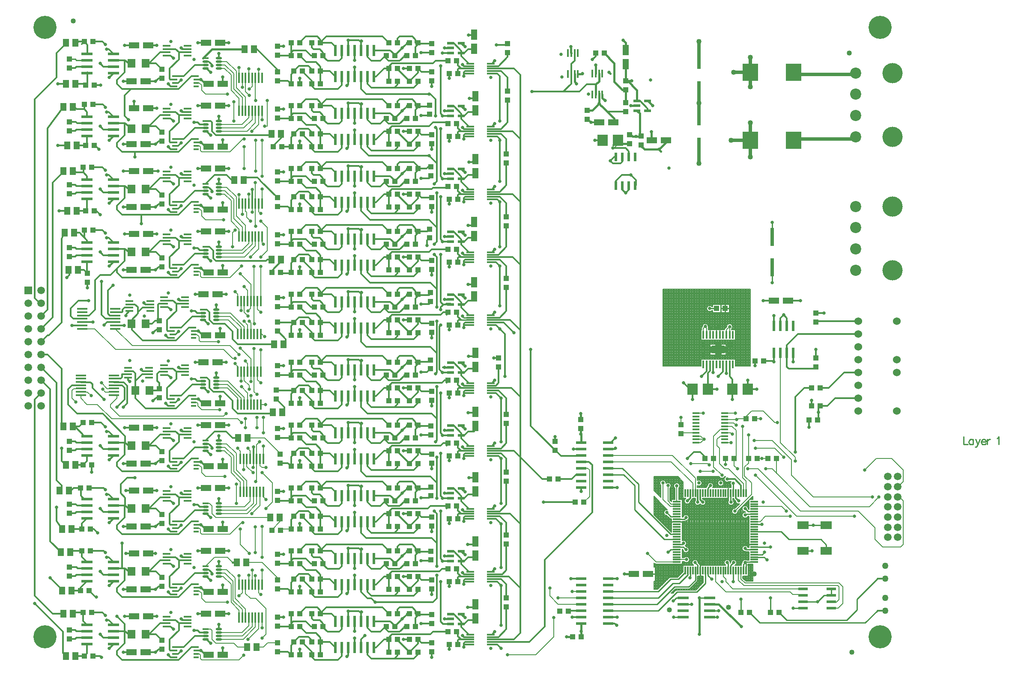
<source format=gtl>
%FSLAX24Y24*%
%MOIN*%
G70*
G01*
G75*
G04 Layer_Physical_Order=1*
G04 Layer_Color=255*
%ADD10C,0.0080*%
%ADD11C,0.0400*%
%ADD12R,0.0630X0.0709*%
%ADD13R,0.0787X0.0866*%
%ADD14R,0.0787X0.0472*%
%ADD15R,0.0472X0.0787*%
%ADD16R,0.0433X0.0394*%
%ADD17R,0.0394X0.0433*%
%ADD18R,0.0866X0.0236*%
%ADD19R,0.0236X0.0669*%
%ADD20R,0.0866X0.0236*%
%ADD21R,0.0480X0.0169*%
%ADD22R,0.0236X0.0866*%
%ADD23R,0.0846X0.0157*%
%ADD24R,0.0157X0.0610*%
%ADD25R,0.0157X0.0846*%
%ADD26R,0.0157X0.0846*%
%ADD27R,0.0728X0.0236*%
%ADD28R,0.0610X0.0118*%
%ADD29R,0.0118X0.0610*%
%ADD30R,0.0236X0.0807*%
%ADD31R,0.0571X0.0118*%
%ADD32R,0.0807X0.0236*%
%ADD33R,0.1240X0.1360*%
%ADD34R,0.0315X0.1417*%
%ADD35R,0.0610X0.0157*%
%ADD36O,0.0480X0.0169*%
%ADD37R,0.0630X0.0118*%
%ADD38R,0.0630X0.0118*%
%ADD39O,0.0409X0.0150*%
%ADD40R,0.0409X0.0150*%
%ADD41R,0.0512X0.0591*%
%ADD42R,0.0150X0.0600*%
%ADD43R,0.1010X0.0620*%
%ADD44R,0.0571X0.0217*%
%ADD45R,0.0571X0.0217*%
%ADD46R,0.0906X0.0591*%
%ADD47C,0.0120*%
%ADD48C,0.0100*%
%ADD49C,0.0500*%
%ADD50C,0.0160*%
%ADD51C,0.0250*%
%ADD52C,0.0591*%
%ADD53C,0.0500*%
%ADD54C,0.1800*%
%ADD55C,0.0866*%
%ADD56C,0.1575*%
%ADD57R,0.0591X0.0591*%
%ADD58C,0.0600*%
%ADD59C,0.0250*%
D10*
X75944Y56513D02*
G03*
X76029Y56694I-150J181D01*
G01*
G03*
X75560Y56672I-235J0D01*
G01*
X75432Y56544D02*
G03*
X75390Y56460I106J-106D01*
G01*
X75432Y56544D02*
G03*
X75390Y56460I106J-106D01*
G01*
X74412Y58260D02*
G03*
X74412Y57940I-172J-160D01*
G01*
X74135Y56700D02*
G03*
X73666Y56678I-235J0D01*
G01*
X74152Y56598D02*
G03*
X74133Y56671I-150J0D01*
G01*
X74152Y56598D02*
G03*
X74133Y56671I-150J0D01*
G01*
X73640Y56652D02*
G03*
X73596Y56546I106J-106D01*
G01*
X73640Y56652D02*
G03*
X73596Y56546I106J-106D01*
G01*
X71700Y36160D02*
G03*
X71587Y36113I0J-160D01*
G01*
X71700Y36160D02*
G03*
X71587Y36113I0J-160D01*
G01*
X71200Y37160D02*
G03*
X71087Y37113I0J-160D01*
G01*
X71200Y37160D02*
G03*
X71087Y37113I0J-160D01*
G01*
X69956Y38232D02*
G03*
X70062Y38188I106J106D01*
G01*
X69956Y38232D02*
G03*
X70062Y38188I106J106D01*
G01*
X72254Y38385D02*
G03*
X72670Y38535I181J150D01*
G01*
X72600Y36240D02*
G03*
X72713Y36287I0J160D01*
G01*
X72600Y36240D02*
G03*
X72713Y36287I0J160D01*
G01*
X73335Y38300D02*
G03*
X72988Y38093I-235J0D01*
G01*
X72435Y39800D02*
G03*
X72093Y40009I-235J0D01*
G01*
X72670Y38535D02*
G03*
X72254Y38685I-235J0D01*
G01*
X72165Y39309D02*
G03*
X72635Y39300I235J-9D01*
G01*
G03*
X72391Y39535I-235J0D01*
G01*
X72325Y39601D02*
G03*
X72435Y39800I-125J199D01*
G01*
X71106Y41768D02*
G03*
X71219Y41721I113J113D01*
G01*
X71106Y41768D02*
G03*
X71219Y41721I113J113D01*
G01*
X70943Y42431D02*
G03*
X70909Y41965I-43J-231D01*
G01*
X70835Y44500D02*
G03*
X70450Y44319I-235J0D01*
G01*
X71150Y44119D02*
G03*
X71235Y44300I-150J181D01*
G01*
X70832Y44465D02*
G03*
X70835Y44500I-232J35D01*
G01*
X71235Y44300D02*
G03*
X70832Y44465I-235J0D01*
G01*
X72284Y41524D02*
G03*
X72391Y41565I0J160D01*
G01*
X72284Y41524D02*
G03*
X72391Y41565I0J160D01*
G01*
G03*
X72635Y41800I9J235D01*
G01*
G03*
X72169Y41844I-235J0D01*
G01*
X71913Y44278D02*
G03*
X71528Y44097I-235J0D01*
G01*
X72388Y43307D02*
G03*
X72735Y43095I112J-207D01*
G01*
X72852Y43211D02*
G03*
X72900Y43307I-120J120D01*
G01*
X72852Y43211D02*
G03*
X72900Y43307I-120J120D01*
G01*
X71828Y44097D02*
G03*
X71913Y44278I-150J181D01*
G01*
X73238Y36812D02*
G03*
X73285Y36925I-113J113D01*
G01*
X73238Y36812D02*
G03*
X73285Y36925I-113J113D01*
G01*
X73481Y38093D02*
G03*
X73435Y38191I-159J-16D01*
G01*
X73481Y38093D02*
G03*
X73435Y38191I-159J-16D01*
G01*
X75835Y38300D02*
G03*
X75488Y38093I-235J0D01*
G01*
X76212D02*
G03*
X76335Y38300I-112J207D01*
G01*
G03*
X75865Y38291I-235J0D01*
G01*
X76752Y38278D02*
G03*
X76705Y38165I113J-113D01*
G01*
X76752Y38279D02*
G03*
X76705Y38165I113J-113D01*
G01*
X77127Y38498D02*
G03*
X76765Y38291I-127J-198D01*
G01*
X77220Y39482D02*
G03*
X77036Y39168I-220J-82D01*
G01*
G03*
X77078Y39162I42J154D01*
G01*
X77036Y39168D02*
G03*
X77078Y39162I42J154D01*
G01*
X73152Y43183D02*
G03*
X73500Y42877I148J-183D01*
G01*
G03*
X73935Y43000I200J123D01*
G01*
G03*
X73705Y43235I-235J0D01*
G01*
X73996Y44223D02*
G03*
X73952Y44137I113J-113D01*
G01*
X73996Y44223D02*
G03*
X73952Y44137I113J-113D01*
G01*
X73285Y44295D02*
G03*
X73635Y44500I115J205D01*
G01*
X74535Y44300D02*
G03*
X74065Y44291I-235J0D01*
G01*
X73635Y44500D02*
G03*
X73285Y44705I-235J0D01*
G01*
X74469Y44137D02*
G03*
X74535Y44300I-169J163D01*
G01*
X75335Y44500D02*
G03*
X75335Y44500I-235J0D01*
G01*
X74987Y45000D02*
G03*
X75413Y45000I213J100D01*
G01*
X76222Y42534D02*
G03*
X76435Y42300I-22J-234D01*
G01*
X77036Y42232D02*
G03*
X77220Y41918I-36J-232D01*
G01*
X77235Y42500D02*
G03*
X77009Y42265I-235J0D01*
G01*
X76265Y43095D02*
G03*
X76561Y42873I235J5D01*
G01*
X75721Y43152D02*
G03*
X76135Y43000I179J-152D01*
G01*
X75477Y45000D02*
G03*
X75762Y44630I123J-200D01*
G01*
X76135Y43000D02*
G03*
X76041Y43188I-235J0D01*
G01*
X76106Y43307D02*
G03*
X76155Y43205I169J19D01*
G01*
X76106Y43307D02*
G03*
X76155Y43205I169J19D01*
G01*
X75899Y44630D02*
G03*
X75918Y44306I179J-152D01*
G01*
X75781Y58400D02*
X77400D01*
X75781Y58320D02*
X77400D01*
X75938Y56880D02*
X77400D01*
X75781Y58240D02*
X77400D01*
X75920Y56892D02*
Y59600D01*
X75840Y56924D02*
Y59600D01*
X75781Y57793D02*
Y58407D01*
X76160Y56460D02*
Y59600D01*
X76004Y56800D02*
X77400D01*
X76028Y56720D02*
X77400D01*
X76080Y56460D02*
Y59600D01*
X76000Y56807D02*
Y59600D01*
X75781Y58160D02*
X77400D01*
X75760Y58407D02*
Y59600D01*
X75781Y58080D02*
X77400D01*
X75781Y58000D02*
X77400D01*
X75680Y58407D02*
Y59600D01*
X75128Y58407D02*
X75781D01*
Y57920D02*
X77400D01*
X75781Y57840D02*
X77400D01*
X75760Y56927D02*
Y57793D01*
X75128D02*
X75781D01*
X75680Y56899D02*
Y57793D01*
X76235Y56400D02*
X77400D01*
X76023Y56640D02*
X77400D01*
X76235Y56320D02*
X77400D01*
X76235Y56240D02*
X77400D01*
X76235Y56160D02*
X77400D01*
X76000Y56460D02*
Y56581D01*
X76235Y56080D02*
X77400D01*
X76235Y56000D02*
X77400D01*
X76235Y55920D02*
X77400D01*
X76235Y55840D02*
X77400D01*
X76235Y55640D02*
Y56460D01*
Y55760D02*
X77400D01*
X76235Y55680D02*
X77400D01*
X75987Y56560D02*
X77400D01*
X75944Y56480D02*
X77400D01*
X75979Y56460D02*
X76235D01*
X75944D02*
Y56513D01*
Y56460D02*
X75979D01*
X75944D02*
X75979D01*
Y55640D02*
X76235D01*
X75865D02*
X75979D01*
X75865D02*
X75979D01*
X75723D02*
X75865D01*
X75609D02*
X75723D01*
X75609D02*
X75723D01*
X75600Y58407D02*
Y59600D01*
X75520Y58407D02*
Y59600D01*
X75440Y58407D02*
Y59600D01*
X75360Y58407D02*
Y59600D01*
X75280Y58407D02*
Y59600D01*
X75200Y58407D02*
Y59600D01*
X75600Y56827D02*
Y57793D01*
X75520Y56632D02*
Y57793D01*
X75440Y56552D02*
Y57793D01*
X75360Y56460D02*
Y57793D01*
X75280Y56460D02*
Y57793D01*
X75040Y58407D02*
Y59600D01*
X74960Y58407D02*
Y59600D01*
X74880Y58407D02*
Y59600D01*
X74800Y58407D02*
Y59600D01*
X74720Y58407D02*
Y59600D01*
X74640Y58407D02*
Y59600D01*
X74560Y58407D02*
Y59600D01*
X75128Y57793D02*
Y58407D01*
X75200Y56460D02*
Y57793D01*
X75120Y56460D02*
Y59600D01*
X75112Y57793D02*
Y58407D01*
X75040Y56460D02*
Y57793D01*
X75432Y56544D02*
X75560Y56672D01*
X75353Y56460D02*
X75390D01*
X75353D02*
X75390D01*
X75211D02*
X75353D01*
X75097D02*
X75211D01*
X75467Y55640D02*
X75609D01*
X75353D02*
X75467D01*
X75353D02*
X75467D01*
X75097Y56460D02*
X75211D01*
X74960D02*
Y57793D01*
X75211Y55640D02*
X75353D01*
X74955Y56460D02*
X75097D01*
X74841D02*
X74955D01*
X74841D02*
X74955D01*
X74880D02*
Y57793D01*
X74800Y56460D02*
Y57793D01*
X74720Y56460D02*
Y57793D01*
X74699Y56460D02*
X74841D01*
X74585D02*
X74699D01*
X74585D02*
X74699D01*
X74640D02*
Y57793D01*
X74560Y56460D02*
Y57793D01*
X74480Y56460D02*
Y57793D01*
X77400Y53600D02*
Y59600D01*
X77360Y53600D02*
Y59600D01*
X77280Y53600D02*
Y59600D01*
X77200Y53600D02*
Y59600D01*
X77120Y53600D02*
Y59600D01*
X77040Y53600D02*
Y59600D01*
X76960Y53600D02*
Y59600D01*
X76880Y53600D02*
Y59600D01*
X76800Y53600D02*
Y59600D01*
X76720Y53600D02*
Y59600D01*
X76640Y53600D02*
Y59600D01*
X76560Y53600D02*
Y59600D01*
X76480Y53600D02*
Y59600D01*
X76160Y54160D02*
Y55640D01*
X76080Y54160D02*
Y55640D01*
X75515Y55280D02*
X77400D01*
X75515Y55200D02*
X77400D01*
X76000Y54160D02*
Y55640D01*
X75920Y54160D02*
Y55640D01*
X75840Y54160D02*
Y55640D01*
X76400Y53600D02*
Y59600D01*
X76320Y53600D02*
Y59600D01*
X76240Y53600D02*
Y59600D01*
X75760Y54160D02*
Y55640D01*
X75680Y54160D02*
Y55640D01*
X75600Y54160D02*
Y55640D01*
X76235Y54160D02*
X77400D01*
X75979D02*
X76235D01*
Y54080D02*
X77400D01*
X76235Y54000D02*
X77400D01*
X75865Y54160D02*
X75979D01*
X75865D02*
X75979D01*
X75723D02*
X75865D01*
X76235Y53920D02*
X77400D01*
X76235Y53840D02*
X77400D01*
X76235Y53760D02*
X77400D01*
X76235Y53600D02*
Y54160D01*
Y53680D02*
X77400D01*
X76235Y53600D02*
X77400D01*
X75515Y55120D02*
X77400D01*
X75515Y55040D02*
X77400D01*
X75515Y54960D02*
X77400D01*
X75515Y54880D02*
X77400D01*
X75515Y54800D02*
X77400D01*
X75515Y54720D02*
X77400D01*
X75515Y54640D02*
X77400D01*
X75515Y54560D02*
X77400D01*
X75515Y54480D02*
X77400D01*
X75609Y54160D02*
X75723D01*
X75609D02*
X75723D01*
X75440Y55320D02*
Y55640D01*
X75360Y55320D02*
Y55640D01*
X75280Y55320D02*
Y55640D01*
X75097D02*
X75211D01*
X75200Y55320D02*
Y55640D01*
X75097D02*
X75211D01*
X74955D02*
X75097D01*
X75520Y54160D02*
Y55640D01*
X75120Y55320D02*
Y55640D01*
X75515Y54480D02*
Y55320D01*
X75040D02*
Y55640D01*
X74960Y55320D02*
Y55640D01*
X74880Y55320D02*
Y55640D01*
X74841D02*
X74955D01*
X74841D02*
X74955D01*
X74699D02*
X74841D01*
X74800Y55320D02*
Y55640D01*
X74585D02*
X74699D01*
X74585D02*
X74699D01*
X74720Y55320D02*
Y55640D01*
X74640Y55320D02*
Y55640D01*
X74560Y55320D02*
Y55640D01*
X74480Y55320D02*
Y55640D01*
X75440Y54160D02*
Y54480D01*
X75467Y54160D02*
X75609D01*
X75353D02*
X75467D01*
X75353D02*
X75467D01*
X75360D02*
Y54480D01*
X75280Y54160D02*
Y54480D01*
X75211Y54160D02*
X75353D01*
X75200D02*
Y54480D01*
X75097Y54160D02*
X75211D01*
X75097D02*
X75211D01*
X75120D02*
Y54480D01*
X75040Y54160D02*
Y54480D01*
X74960Y54160D02*
Y54480D01*
X74955Y54160D02*
X75097D01*
X74841D02*
X74955D01*
X74841D02*
X74955D01*
X74880D02*
Y54480D01*
X74800Y54160D02*
Y54480D01*
X74720Y54160D02*
Y54480D01*
X74699Y54160D02*
X74841D01*
X74585D02*
X74699D01*
X74585D02*
X74699D01*
X74640D02*
Y54480D01*
X74560Y54160D02*
Y54480D01*
X74480Y54160D02*
Y54480D01*
X70600Y59600D02*
X77400D01*
X70600Y59520D02*
X77400D01*
X74459Y58407D02*
X75112D01*
X70600Y59440D02*
X77400D01*
X74480Y58407D02*
Y59600D01*
X74400Y58272D02*
Y59600D01*
X74323Y58320D02*
X74459D01*
Y58260D02*
Y58407D01*
X74412Y58260D02*
X74459D01*
X74412Y57940D02*
X74459D01*
Y57793D02*
Y57940D01*
X74391Y57920D02*
X74459D01*
X70600Y59360D02*
X77400D01*
X70600Y59280D02*
X77400D01*
X70600Y59200D02*
X77400D01*
X70600Y59120D02*
X77400D01*
X70600Y59040D02*
X77400D01*
X70600Y58960D02*
X77400D01*
X70600Y58880D02*
X77400D01*
X70600Y58800D02*
X77400D01*
X70600Y58720D02*
X77400D01*
X70600Y58640D02*
X77400D01*
X70600Y58560D02*
X77400D01*
X70600Y58480D02*
X77400D01*
X70600Y58400D02*
X74459D01*
X74113Y56800D02*
X75584D01*
X74051Y56880D02*
X75650D01*
X74134Y56720D02*
X75560D01*
X74146Y56640D02*
X75528D01*
X74459Y57793D02*
X75112D01*
X74152Y56560D02*
X75448D01*
X74152Y56480D02*
X75394D01*
X74443Y56460D02*
X74585D01*
X74329D02*
X74443D01*
Y55640D02*
X74585D01*
X74329Y56460D02*
X74443D01*
X74329Y55640D02*
X74443D01*
X74329D02*
X74443D01*
X70600Y57760D02*
X77400D01*
X70600Y57680D02*
X77400D01*
X70600Y57600D02*
X77400D01*
X70600Y57840D02*
X74459D01*
X70600Y57520D02*
X77400D01*
X70600Y57440D02*
X77400D01*
X70600Y57360D02*
X77400D01*
X70600Y57280D02*
X77400D01*
X70600Y57200D02*
X77400D01*
X70600Y57120D02*
X77400D01*
X70600Y57040D02*
X77400D01*
X70600Y56960D02*
X77400D01*
X74320Y58321D02*
Y59600D01*
X74240Y58335D02*
Y59600D01*
X74160Y58321D02*
Y59600D01*
X74080Y58272D02*
Y59600D01*
X74000Y56913D02*
Y59600D01*
X73920Y56934D02*
Y59600D01*
X73840Y56927D02*
Y59600D01*
X74400Y56460D02*
Y57928D01*
X74320Y56460D02*
Y57879D01*
X74240Y56460D02*
Y57865D01*
X74080Y56851D02*
Y57928D01*
X73760Y56889D02*
Y59600D01*
X74160Y56460D02*
Y57879D01*
X70600Y58320D02*
X74157D01*
X70600Y58240D02*
X74051D01*
X70600Y57920D02*
X74089D01*
X70600Y58160D02*
X74013D01*
X70600Y58080D02*
X74006D01*
X70600Y58000D02*
X74027D01*
X70600Y56880D02*
X73749D01*
X70600Y56800D02*
X73687D01*
X73680Y56783D02*
Y59600D01*
X73600Y56580D02*
Y59600D01*
X70600Y56720D02*
X73666D01*
X74187Y56460D02*
X74329D01*
X73640Y56652D02*
X73666Y56678D01*
X70600Y56640D02*
X73629D01*
X74152Y56460D02*
X74187D01*
X74152D02*
X74187D01*
Y55640D02*
X74329D01*
X74152Y56460D02*
Y56598D01*
X73596Y56460D02*
Y56546D01*
X73561Y56460D02*
X73596D01*
X70600Y56560D02*
X73597D01*
X70600Y56480D02*
X73596D01*
X70600Y56400D02*
X73561D01*
X70600Y56320D02*
X73561D01*
X70600Y56240D02*
X73561D01*
X70600Y56160D02*
X73561D01*
X70600Y56080D02*
X73561D01*
X70600Y56000D02*
X73561D01*
X70600Y55920D02*
X73561D01*
X70600Y55840D02*
X73561D01*
X70600Y55760D02*
X73561D01*
X70600Y55680D02*
X73561D01*
X74400Y55320D02*
Y55640D01*
X74320Y55320D02*
Y55640D01*
X74285Y55320D02*
X75515D01*
X74073Y55640D02*
X74187D01*
X74073D02*
X74187D01*
X73931D02*
X74073D01*
X74240Y54160D02*
Y55640D01*
X74160Y54160D02*
Y55640D01*
X74285Y54480D02*
Y55320D01*
X74080Y54160D02*
Y55640D01*
X74000Y54160D02*
Y55640D01*
X73920Y54160D02*
Y55640D01*
X70600Y55600D02*
X77400D01*
X70600Y55520D02*
X77400D01*
X70600Y55440D02*
X77400D01*
X70600Y55360D02*
X77400D01*
X73817Y55640D02*
X73931D01*
X73817D02*
X73931D01*
X73561D02*
X73817D01*
X70600Y55280D02*
X74285D01*
X70600Y55200D02*
X74285D01*
X70600Y55120D02*
X74285D01*
X73840Y54160D02*
Y55640D01*
X73760Y54160D02*
Y55640D01*
X70600Y55040D02*
X74285D01*
Y54480D02*
X75515D01*
X74285D02*
X75515D01*
X74443Y54160D02*
X74585D01*
X74329D02*
X74443D01*
X74400D02*
Y54480D01*
X74320Y54160D02*
Y54480D01*
X74329Y54160D02*
X74443D01*
X74187D02*
X74329D01*
X74073D02*
X74187D01*
X74073D02*
X74187D01*
X73931D02*
X74073D01*
X73817D02*
X73931D01*
X73817D02*
X73931D01*
X70600Y54960D02*
X74285D01*
X70600Y54880D02*
X74285D01*
X70600Y54800D02*
X74285D01*
X70600Y54720D02*
X74285D01*
X70600Y54640D02*
X74285D01*
X70600Y54560D02*
X74285D01*
X70600Y54400D02*
X77400D01*
X70600Y54320D02*
X77400D01*
X70600Y54240D02*
X77400D01*
X73561Y54160D02*
X76235D01*
X70600Y54480D02*
X74285D01*
X73561Y54160D02*
X73817D01*
X73520Y53600D02*
Y59600D01*
X73440Y53600D02*
Y59600D01*
X73360Y53600D02*
Y59600D01*
X73280Y53600D02*
Y59600D01*
X73200Y53600D02*
Y59600D01*
X73120Y53600D02*
Y59600D01*
X73040Y53600D02*
Y59600D01*
X72960Y53600D02*
Y59600D01*
X72880Y53600D02*
Y59600D01*
X72800Y53600D02*
Y59600D01*
X72720Y53600D02*
Y59600D01*
X72640Y53600D02*
Y59600D01*
X72560Y53600D02*
Y59600D01*
X72480Y53600D02*
Y59600D01*
X72400Y53600D02*
Y59600D01*
X72320Y53600D02*
Y59600D01*
X72240Y53600D02*
Y59600D01*
X72160Y53600D02*
Y59600D01*
X72080Y53600D02*
Y59600D01*
X72000Y53600D02*
Y59600D01*
X71920Y53600D02*
Y59600D01*
X71840Y53600D02*
Y59600D01*
X71760Y53600D02*
Y59600D01*
X71680Y53600D02*
Y59600D01*
X71600Y53600D02*
Y59600D01*
X73680Y54160D02*
Y55640D01*
X73561D02*
Y56460D01*
X73600Y54160D02*
Y55640D01*
X73561Y53600D02*
Y54160D01*
X71520Y53600D02*
Y59600D01*
X71440Y53600D02*
Y59600D01*
X71360Y53600D02*
Y59600D01*
X71280Y53600D02*
Y59600D01*
X71200Y53600D02*
Y59600D01*
X71120Y53600D02*
Y59600D01*
X71040Y53600D02*
Y59600D01*
X70960Y53600D02*
Y59600D01*
X70880Y53600D02*
Y59600D01*
X70600Y54160D02*
X73561D01*
X70600Y54080D02*
X73561D01*
X70600Y54000D02*
X73561D01*
X70600Y53920D02*
X73561D01*
X70600Y53840D02*
X73561D01*
X70600Y53760D02*
X73561D01*
X70800Y53600D02*
Y59600D01*
X70600Y53680D02*
X73561D01*
X70600Y53600D02*
X73561D01*
X70720D02*
Y59600D01*
X70640Y53600D02*
Y59600D01*
X70600Y53600D02*
Y59600D01*
X66800Y70600D02*
X67000Y70800D01*
X27700Y49500D02*
X37500D01*
X25311Y51100D02*
X25788Y50623D01*
X25311Y51100D02*
Y51362D01*
X26577Y50623D02*
X27700Y49500D01*
X25788Y50623D02*
X26577D01*
X24265Y78565D02*
Y78700D01*
X67000Y70800D02*
Y71000D01*
X67091Y70991D02*
Y71200D01*
X40435Y32035D02*
X40500Y32100D01*
X39835Y32035D02*
X40435D01*
X39500Y31700D02*
X39835Y32035D01*
X39151Y31700D02*
X39500D01*
X35000Y33100D02*
X35400D01*
X35500Y33000D01*
Y32300D02*
Y33000D01*
Y32300D02*
X35800Y32000D01*
X37200D01*
X37500Y31700D01*
X38049D01*
X34700Y30700D02*
X37600D01*
X37988Y31088D01*
X39400Y38300D02*
X40600Y37100D01*
X38351Y38300D02*
X39400D01*
X36700Y38700D02*
X37100Y38300D01*
X35700Y38700D02*
X36700D01*
X35000Y38000D02*
X35700Y38700D01*
X38984Y44684D02*
Y47484D01*
X38884Y64516D02*
Y67916D01*
X38784Y56916D02*
Y61384D01*
Y51616D02*
Y54984D01*
X38884Y36589D02*
Y37284D01*
X38628Y36589D02*
Y37700D01*
X40800Y41500D02*
Y41900D01*
X40165Y40865D02*
X40800Y41500D01*
X40165Y40800D02*
Y40865D01*
X41000Y40900D02*
X41665D01*
X35000Y42900D02*
X35300D01*
X35500Y42700D01*
Y42100D02*
Y42700D01*
Y42100D02*
X35800Y41800D01*
X39849D01*
X39400Y38700D02*
Y41100D01*
X39700Y42500D02*
X40200Y43000D01*
X38884Y39084D02*
Y41084D01*
X39600Y48000D02*
X40800Y46800D01*
X38451Y48000D02*
X39600D01*
X38984Y47484D02*
X39200Y47700D01*
X38500Y58100D02*
Y58800D01*
X38528Y52428D02*
Y54172D01*
X38728Y45728D02*
Y46300D01*
X38628Y65628D02*
Y66289D01*
X74535Y45765D02*
Y48135D01*
X77800Y45100D02*
X81000Y41900D01*
X86320Y45520D02*
X87200Y46400D01*
X75072Y48672D02*
X75412D01*
X74535Y45765D02*
X75200Y45100D01*
X81000Y41900D02*
X85500D01*
X88900Y43500D02*
X89300Y43100D01*
X85800Y42300D02*
X87100Y41000D01*
X78000Y45600D02*
X81300Y42300D01*
X77200Y45600D02*
X78000D01*
X76135Y45865D02*
Y46400D01*
Y45865D02*
X76400Y45600D01*
X81300Y42300D02*
X85800D01*
X82038Y42662D02*
X86662D01*
X79100Y45600D02*
X82038Y42662D01*
X79435Y45265D02*
Y46400D01*
X86662Y42662D02*
X87400Y43400D01*
X78600Y45600D02*
X79100D01*
X73500Y45400D02*
X74500D01*
X71678Y43062D02*
Y44278D01*
X82300Y43400D02*
X86900D01*
X77700Y47800D02*
X79100D01*
X75884Y48416D02*
X76000Y48300D01*
X75412Y48416D02*
X75884D01*
X89300Y39700D02*
Y43100D01*
X89100Y39500D02*
X89300Y39700D01*
X87700Y39500D02*
X89100D01*
X87100Y40100D02*
X87700Y39500D01*
X87100Y40100D02*
Y41000D01*
X87200Y46400D02*
X88400D01*
X89300Y45500D01*
Y44600D02*
Y45500D01*
X88913Y44213D02*
X89300Y44600D01*
X64435Y43000D02*
X64900Y43465D01*
X64247Y45650D02*
X64750D01*
X64900Y43465D02*
Y45500D01*
X64750Y45650D02*
X64900Y45500D01*
X38700Y45700D02*
X38728Y45728D01*
X38300Y57900D02*
X38500Y58100D01*
X37700Y55000D02*
X38528Y54172D01*
X38100Y48800D02*
Y49500D01*
X37700Y39700D02*
X38400Y39000D01*
X37400Y42900D02*
Y44400D01*
X37700Y39700D02*
Y40900D01*
X79300Y47200D02*
X80000Y46500D01*
X77800Y47200D02*
X79300D01*
X79832Y42668D02*
X80200Y42300D01*
X75412Y47648D02*
X75892D01*
X77722Y42668D02*
X79832D01*
X38528Y50611D02*
Y51328D01*
X37500Y49500D02*
X37800Y49200D01*
X28100Y51100D02*
Y51400D01*
X28300Y49700D02*
X36400D01*
X38272Y50611D02*
Y51528D01*
X37800Y52000D02*
X38272Y51528D01*
X36400Y49700D02*
X36600Y49900D01*
X27600Y50600D02*
X28100Y51100D01*
X27600Y50400D02*
Y50600D01*
Y50400D02*
X28300Y49700D01*
X38116Y35884D02*
X38500Y35500D01*
X38900D01*
X39700Y34700D01*
Y32700D02*
Y34700D01*
X39400Y45300D02*
X40200Y44500D01*
X39396Y36589D02*
Y37704D01*
X38216Y45784D02*
X38700Y45300D01*
X38216Y45784D02*
Y46389D01*
X40200Y43000D02*
Y44500D01*
X37760Y52460D02*
Y53189D01*
X34069Y50788D02*
X34312D01*
X34700Y50200D02*
X36100D01*
X34312Y50788D02*
X34400Y50700D01*
Y50500D02*
Y50700D01*
Y50500D02*
X34700Y50200D01*
X37760Y57960D02*
Y58689D01*
X34069Y56088D02*
X34312D01*
X34600Y55500D02*
X36000D01*
X34312Y56088D02*
X34500Y55900D01*
Y55600D02*
Y55900D01*
Y55600D02*
X34600Y55500D01*
X39240Y42740D02*
Y43811D01*
X38600Y42100D02*
X39240Y42740D01*
X37800Y41400D02*
X37900D01*
X34269Y40988D02*
X34512D01*
X36900Y40500D02*
X37800Y41400D01*
X34700Y40500D02*
X36900D01*
X37860Y35960D02*
Y36589D01*
X37600Y35700D02*
X37860Y35960D01*
X34700Y35500D02*
Y35900D01*
X34269Y36088D02*
X34512D01*
X34700Y35500D02*
X35000Y35200D01*
X36700D01*
X39140Y33140D02*
Y34011D01*
X38300Y32300D02*
X39140Y33140D01*
X34269Y31188D02*
X34512D01*
X38884Y33284D02*
Y34011D01*
X36031Y32332D02*
X37932D01*
X38884Y33284D01*
X38628Y33328D02*
Y34011D01*
X36031Y32588D02*
X37888D01*
X38628Y33328D01*
X38372Y33372D02*
Y34011D01*
X36031Y32844D02*
X37844D01*
X38372Y33372D01*
X36031Y37744D02*
X36656D01*
X38116Y34011D02*
Y34684D01*
X37300Y35500D02*
X38116Y34684D01*
X37300Y35500D02*
Y37100D01*
X36656Y37744D02*
X37300Y37100D01*
X37860Y34011D02*
Y34640D01*
X36031Y37488D02*
X36512D01*
X37150Y36850D01*
Y35350D02*
Y36850D01*
Y35350D02*
X37860Y34640D01*
X37604Y34011D02*
Y34596D01*
X36031Y37232D02*
X36368D01*
X37000Y35200D02*
X37604Y34596D01*
X37000Y35200D02*
Y36600D01*
X36368Y37232D02*
X37000Y36600D01*
X38984Y42884D02*
Y43811D01*
X36031Y42132D02*
X38232D01*
X38984Y42884D01*
X38728Y42928D02*
Y43811D01*
X36031Y42388D02*
X38188D01*
X38728Y42928D01*
X38472Y43072D02*
Y43811D01*
X36031Y42644D02*
X38044D01*
X38472Y43072D01*
X37960Y45540D02*
Y46389D01*
X34700Y45300D02*
Y45700D01*
X34269Y45888D02*
X34512D01*
X34700Y45300D02*
X35000Y45000D01*
X36500D01*
X38216Y43811D02*
Y44684D01*
X36031Y47544D02*
X36656D01*
X37400Y46800D01*
Y45500D02*
X38216Y44684D01*
X37400Y45500D02*
Y46800D01*
X37960Y43811D02*
Y44640D01*
X36031Y47288D02*
X36512D01*
X37200Y46600D01*
Y45400D02*
Y46600D01*
Y45400D02*
X37960Y44640D01*
X37000Y45300D02*
X37704Y44596D01*
Y43811D02*
Y44596D01*
X37000Y45300D02*
Y46500D01*
X36031Y47032D02*
X36468D01*
X34512Y31188D02*
X34600Y31100D01*
Y30800D02*
Y31100D01*
Y30800D02*
X34700Y30700D01*
X34512Y40988D02*
X34600Y40900D01*
Y40600D02*
Y40900D01*
Y40600D02*
X34700Y40500D01*
X34512Y36088D02*
X34700Y35900D01*
X34512Y45888D02*
X34700Y45700D01*
X36468Y47032D02*
X37000Y46500D01*
X39140Y62740D02*
Y63711D01*
X38500Y62100D02*
X39140Y62740D01*
X36900Y60500D02*
X37800Y61400D01*
X34269Y60988D02*
X34512D01*
X34700Y60500D02*
X36900D01*
X38884Y62984D02*
Y63711D01*
X36031Y62132D02*
X38032D01*
X38884Y62984D01*
X35900Y62400D02*
X37900D01*
X38628Y63128D02*
Y63711D01*
X37900Y62400D02*
X38628Y63128D01*
X38372Y63172D02*
Y63711D01*
X36031Y62644D02*
X37844D01*
X38372Y63172D01*
X37860Y65460D02*
Y66289D01*
X34700Y65300D02*
Y65700D01*
X34269Y65888D02*
X34512D01*
X34700Y65300D02*
X35000Y65000D01*
X36400D01*
X38116Y63711D02*
Y64584D01*
X36031Y67544D02*
X36656D01*
X37400Y66800D01*
Y65300D02*
X38116Y64584D01*
X37400Y65300D02*
Y66800D01*
X37860Y63711D02*
Y64440D01*
X36031Y67288D02*
X36512D01*
X37200Y66600D01*
Y65100D02*
Y66600D01*
Y65100D02*
X37860Y64440D01*
X37000Y64900D02*
Y66500D01*
X37604Y63711D02*
Y64296D01*
X36031Y67032D02*
X36468D01*
X37000Y64900D02*
X37604Y64296D01*
X34512Y60988D02*
X34600Y60900D01*
Y60600D02*
Y60900D01*
Y60600D02*
X34700Y60500D01*
X34512Y65888D02*
X34700Y65700D01*
X36468Y67032D02*
X37000Y66500D01*
X39140Y72440D02*
Y73511D01*
X38600Y71900D02*
X39140Y72440D01*
X37900Y71300D02*
X38000D01*
X34269Y70788D02*
X34512D01*
X34600Y70700D01*
Y70400D02*
Y70700D01*
Y70400D02*
X34700Y70300D01*
X36900D01*
X37900Y71300D01*
X38884Y72584D02*
Y73511D01*
X36031Y71932D02*
X38232D01*
X38884Y72584D01*
X38628Y72828D02*
Y73511D01*
X36031Y72188D02*
X37988D01*
X38628Y72828D01*
X38372Y72972D02*
Y73511D01*
X36031Y72444D02*
X37844D01*
X38372Y72972D01*
X37860Y75360D02*
Y76089D01*
X34269Y75688D02*
X34512D01*
X35000Y74800D02*
X36700D01*
X34512Y75688D02*
X34700Y75500D01*
Y75100D02*
Y75500D01*
Y75100D02*
X35000Y74800D01*
X38116Y73511D02*
Y74584D01*
X36031Y77344D02*
X36656D01*
X37400Y76600D01*
Y75300D02*
Y76600D01*
Y75300D02*
X38116Y74584D01*
X37860Y73511D02*
Y74540D01*
X36031Y77088D02*
X36512D01*
X37200Y76400D01*
Y75200D02*
Y76400D01*
Y75200D02*
X37860Y74540D01*
X37604Y73511D02*
Y74496D01*
X36031Y76832D02*
X36468D01*
X37000Y76300D01*
Y75100D02*
Y76300D01*
Y75100D02*
X37604Y74496D01*
X75500Y36800D02*
X76050Y36250D01*
X75500Y36800D02*
Y37000D01*
X75291Y37209D02*
X75500Y37000D01*
X75291Y37209D02*
Y37678D01*
X76050Y36250D02*
X81507D01*
X74700Y36800D02*
X75500Y36000D01*
X80500D01*
X80700Y35800D01*
X74700Y36800D02*
Y37678D01*
X80700Y35800D02*
X81600D01*
X76472Y36928D02*
X76900Y36500D01*
X84200D01*
X84300Y36400D01*
Y35400D02*
Y36400D01*
X84100Y35200D02*
X84300Y35400D01*
X83743Y35200D02*
X84100D01*
X76472Y36928D02*
Y37678D01*
X83693Y35250D02*
X83743Y35200D01*
X84250Y34750D02*
X84600Y35100D01*
Y36400D01*
X84300Y36700D02*
X84600Y36400D01*
X77000Y36700D02*
X84300D01*
X76669Y37032D02*
X77000Y36700D01*
X76669Y37032D02*
Y37678D01*
X83693Y34750D02*
X84250D01*
X77935Y46400D02*
X78765D01*
X73188Y47648D02*
X73548D01*
X73800Y47900D01*
X73188Y48160D02*
X73540D01*
X73188Y47904D02*
X73796D01*
X73540Y48160D02*
X73800Y47900D01*
X73188Y49952D02*
X73752D01*
X75412Y49440D02*
X76340D01*
X76400Y49500D01*
X77065D01*
X77735D02*
X78200D01*
X74535Y48135D02*
X75072Y48672D01*
X75972Y48928D02*
X76300Y48600D01*
Y46565D02*
Y48600D01*
X75412Y48928D02*
X75972D01*
X76800Y44900D02*
X77062Y44638D01*
X75412Y49952D02*
X76248D01*
X77062Y43722D02*
Y44638D01*
X76800Y44900D02*
Y48900D01*
X75700Y45600D02*
X76865Y44435D01*
X75400Y45600D02*
X75700D01*
X75000Y46000D02*
X75400Y45600D01*
X75000Y46000D02*
Y47200D01*
X74800Y47400D02*
X75000Y47200D01*
X74800Y47400D02*
Y47900D01*
X75060Y48160D01*
X75412D01*
X76865Y43722D02*
Y44435D01*
X72000Y48335D02*
X72081Y48416D01*
X73188D01*
X76135Y46400D02*
X76300Y46565D01*
X71000Y43100D02*
X71235Y42865D01*
X70600Y43226D02*
X71158Y42668D01*
X76950Y45750D02*
X77265Y46065D01*
X76950Y45050D02*
Y45750D01*
Y45050D02*
X77500Y44500D01*
Y43600D02*
Y44500D01*
X71678Y38535D02*
X72435D01*
X75412Y49184D02*
X76116D01*
X76200Y42300D02*
X77500Y43600D01*
X76116Y49184D02*
X76300Y49000D01*
X77265Y46065D02*
Y48235D01*
X69400Y39000D02*
X70062Y38338D01*
X71678D01*
X72000Y49035D02*
Y49600D01*
X79100Y47800D02*
X80600Y46300D01*
Y45100D02*
Y46300D01*
X79750Y47650D02*
X80900Y46500D01*
Y46200D02*
Y46500D01*
X79750Y47650D02*
Y54647D01*
X70600Y43226D02*
Y44500D01*
X71158Y42668D02*
X71678D01*
X73865Y46400D02*
Y46535D01*
X71000Y43100D02*
Y44300D01*
X71235Y42865D02*
X71678D01*
X72778Y46000D02*
X74100D01*
X74200Y45900D01*
X75465Y45965D02*
Y46400D01*
X75538Y56050D02*
Y56438D01*
X75794Y56694D01*
Y56050D02*
Y56694D01*
X74770Y56050D02*
Y56570D01*
X74900Y56700D01*
X75026Y56050D02*
Y56574D01*
X74900Y56700D02*
X75026Y56574D01*
X74258Y56050D02*
Y56658D01*
X73746Y56050D02*
Y56546D01*
X73900Y56700D01*
X74002Y56050D02*
Y56598D01*
X73900Y56700D02*
X74002Y56598D01*
X38000Y57800D02*
Y58673D01*
X38016Y58689D01*
X39800Y62600D02*
Y64400D01*
X38200Y65200D02*
Y65600D01*
X38116Y65684D02*
X38200Y65600D01*
Y65200D02*
X38500Y64900D01*
X38116Y65684D02*
Y66289D01*
X39296Y58689D02*
Y61396D01*
X39300Y62100D02*
X39800Y62600D01*
X39300Y64900D02*
X39800Y64400D01*
X38100Y75000D02*
Y76000D01*
Y75000D02*
X38400Y74700D01*
X39396Y66289D02*
Y67404D01*
X39400Y68400D02*
Y71200D01*
X39600Y72300D02*
X39800D01*
Y74300D01*
X37100Y62900D02*
Y64000D01*
X37300Y64200D01*
X37700Y60800D02*
X38528Y59972D01*
X37200Y72700D02*
Y74200D01*
X38528Y58689D02*
Y59972D01*
X38000Y69000D02*
Y70700D01*
X38400Y75200D02*
X38628Y75428D01*
Y76089D01*
X38372D02*
Y76772D01*
X37604Y76089D02*
Y76896D01*
X39140Y76089D02*
Y76760D01*
X39396Y72804D02*
X39400Y72800D01*
X39396Y72804D02*
Y73511D01*
X39140Y65660D02*
Y66289D01*
Y65660D02*
X39300Y65500D01*
X37604Y66289D02*
Y66996D01*
X38372Y66289D02*
Y67028D01*
X39396Y63204D02*
Y63711D01*
Y63204D02*
X39500Y63100D01*
X39040Y58060D02*
X39300Y57800D01*
X39040Y58060D02*
Y58689D01*
X37300Y59400D02*
X37500Y59200D01*
Y58900D02*
Y59200D01*
X38000Y59800D02*
X38272Y59528D01*
Y58689D02*
Y59528D01*
X39296Y56111D02*
X39389D01*
X39600Y55900D01*
X39040Y52560D02*
X39300Y52300D01*
X39040Y52560D02*
Y53189D01*
X37300Y53800D02*
X37504Y53596D01*
Y53189D02*
Y53596D01*
X38100Y54000D02*
X38272Y53828D01*
Y53189D02*
Y53828D01*
X39296Y50611D02*
X39689D01*
X39240Y45860D02*
X39400Y45700D01*
X39240Y45860D02*
Y46389D01*
X39400Y45700D02*
X39700D01*
X37500Y47200D02*
X37704Y46996D01*
Y46389D02*
Y46996D01*
X38300Y47200D02*
X38472Y47028D01*
Y46389D02*
Y47028D01*
X39496Y43404D02*
X39700Y43200D01*
X39496Y43404D02*
Y43811D01*
X39140Y35960D02*
Y36589D01*
Y35960D02*
X39300Y35800D01*
X38372Y36589D02*
Y37328D01*
X37604Y36589D02*
Y37296D01*
X39396Y33204D02*
Y34011D01*
X26368Y56532D02*
X28000Y54900D01*
X38000Y57800D02*
X38300Y57500D01*
X39296Y53189D02*
Y54896D01*
X29322Y55200D02*
X36900D01*
X36400Y54900D02*
X37100Y54200D01*
X28000Y54900D02*
X36400D01*
X38400Y51800D02*
Y52100D01*
X38016Y52484D02*
X38400Y52100D01*
X39496Y46389D02*
Y47396D01*
X39500Y48400D02*
Y49600D01*
X38016Y52484D02*
Y53189D01*
X36700Y52188D02*
X37760Y51128D01*
X35831Y52188D02*
X36700D01*
X37760Y50611D02*
Y51128D01*
X36756Y52444D02*
X38016Y51184D01*
Y50611D02*
Y51184D01*
X35831Y52444D02*
X36756D01*
X35831Y51932D02*
X36700D01*
X37504Y51128D01*
Y50611D02*
Y51128D01*
X27000Y51800D02*
X27212Y51588D01*
X27889D01*
X26900Y52300D02*
X27356Y51844D01*
X27889D01*
X25311Y51588D02*
X25812D01*
X26100Y51300D01*
X38784Y51616D02*
X39000Y51400D01*
X38784Y56916D02*
X38800Y56900D01*
X38884Y74316D02*
Y76089D01*
X38900Y68800D02*
Y71200D01*
X38884Y74316D02*
X38900Y74300D01*
Y44600D02*
X38984Y44684D01*
X38884Y64516D02*
X38900Y64500D01*
X39000Y48800D02*
Y49600D01*
X24600Y51700D02*
X24744Y51844D01*
X24600Y51100D02*
Y51700D01*
Y51100D02*
X24900Y50800D01*
X24744Y51844D02*
X25311D01*
X36768Y57232D02*
X37504Y56496D01*
Y56111D02*
Y56496D01*
X35831Y57232D02*
X36768D01*
X36912Y57488D02*
X37760Y56640D01*
X35831Y57488D02*
X36912D01*
X37760Y56111D02*
Y56640D01*
X36956Y57744D02*
X38016Y56684D01*
X35831Y57744D02*
X36956D01*
X38016Y56111D02*
Y56684D01*
X36900Y55200D02*
X37600Y54500D01*
X27989Y56532D02*
X29322Y55200D01*
X38000Y57100D02*
X38272Y56828D01*
Y56111D02*
Y56828D01*
X37100Y54200D02*
X37300D01*
X25411Y56532D02*
X26368D01*
X38528Y56111D02*
Y56972D01*
X38400Y57100D02*
X38528Y56972D01*
X80600Y45100D02*
X82300Y43400D01*
X69900Y36210D02*
X70184D01*
X69900D02*
Y36857D01*
Y36240D02*
X70214D01*
X69920Y36210D02*
Y36857D01*
X70080Y36210D02*
Y38188D01*
X70160Y36210D02*
Y38188D01*
X70240Y36266D02*
Y38188D01*
X69900Y36320D02*
X70294D01*
X69900Y36400D02*
X70374D01*
X69900Y36480D02*
X70454D01*
X69900Y36560D02*
X70534D01*
X70184Y36210D02*
X71087Y37113D01*
X70320Y36346D02*
Y38188D01*
X70400Y36426D02*
Y38188D01*
X70480Y36506D02*
Y38188D01*
X69900Y36640D02*
X70614D01*
X69900Y36720D02*
X70694D01*
X69900Y36800D02*
X70774D01*
X69900Y36857D02*
X69994D01*
X69900Y37943D02*
X69994D01*
Y36857D02*
Y37943D01*
Y36880D02*
X70854D01*
X69994Y36960D02*
X70934D01*
X69994Y37040D02*
X71014D01*
X69994Y37120D02*
X71094D01*
X69994Y37200D02*
X71774D01*
X69994Y37280D02*
X71854D01*
X69994Y37360D02*
X71934D01*
X69994Y37440D02*
X72014D01*
X69994Y37520D02*
X72094D01*
X71226Y35900D02*
X71374D01*
X71246Y35920D02*
X71394D01*
X71280Y35900D02*
Y35954D01*
X71360Y35900D02*
Y36034D01*
X71326Y36000D02*
X71474D01*
X71440Y35966D02*
Y36114D01*
X71520Y36046D02*
Y36194D01*
X71374Y35900D02*
X71587Y36113D01*
X71406Y36080D02*
X71554D01*
X71226Y35900D02*
X71566Y36240D01*
X71486Y36160D02*
X71700D01*
X71600Y36125D02*
Y36240D01*
X71680Y36159D02*
Y36240D01*
X70560Y36586D02*
Y38188D01*
X70640Y36666D02*
Y38188D01*
X70720Y36746D02*
Y38188D01*
X70800Y36826D02*
Y38188D01*
X70880Y36906D02*
Y38188D01*
X70960Y36986D02*
Y38188D01*
X71040Y37066D02*
Y38188D01*
X71120Y37139D02*
Y38188D01*
X71760Y36160D02*
Y36240D01*
X71840Y36160D02*
Y36240D01*
X71920Y36160D02*
Y36240D01*
X72000Y36160D02*
Y36240D01*
X72080Y36160D02*
Y36240D01*
X71200Y37160D02*
X71734D01*
X70000Y36210D02*
Y38201D01*
X69900Y37943D02*
Y38288D01*
Y38240D02*
X69948D01*
X69920Y37943D02*
Y38268D01*
X69900Y38288D02*
X69956Y38232D01*
X71200Y37160D02*
Y38188D01*
X70062D02*
X71263D01*
X71280Y37160D02*
Y38169D01*
X71263D02*
X72093D01*
X69900Y42026D02*
X71263Y40663D01*
X71206Y40720D02*
X71263D01*
Y40672D02*
Y40728D01*
X71200Y40726D02*
Y41722D01*
X71126Y40800D02*
X71263D01*
X71120Y40806D02*
Y41755D01*
X71263Y40728D02*
Y40869D01*
Y40728D02*
Y40869D01*
X70880Y41046D02*
Y41966D01*
X70800Y41126D02*
Y41987D01*
X71040Y40886D02*
Y41834D01*
X70960Y40966D02*
Y41914D01*
X70966Y40960D02*
X71263D01*
X70886Y41040D02*
X71263D01*
X71046Y40880D02*
X71263D01*
Y40869D02*
Y40925D01*
Y41066D01*
X70806Y41120D02*
X71263D01*
Y40925D02*
Y41066D01*
Y41122D01*
X71360Y37160D02*
Y38169D01*
X71440Y37160D02*
Y38169D01*
X71520Y37160D02*
Y38169D01*
X71600Y37160D02*
Y38169D01*
X71680Y37160D02*
Y38169D01*
X71760Y37186D02*
Y38169D01*
X71840Y37266D02*
Y38169D01*
X71920Y37346D02*
Y38169D01*
X72000Y37426D02*
Y38169D01*
X72080Y37506D02*
Y38169D01*
X72093D02*
Y38366D01*
Y38704D02*
Y38759D01*
Y38901D01*
Y38759D02*
Y38901D01*
Y38956D01*
Y39097D01*
Y38956D02*
Y39097D01*
Y39153D01*
Y39294D01*
Y39153D02*
Y39294D01*
Y39350D01*
Y40009D02*
Y40082D01*
Y40009D02*
Y40082D01*
Y40137D01*
Y40279D01*
Y40137D02*
Y40279D01*
Y40334D01*
Y40475D01*
Y40334D02*
Y40475D01*
Y40531D01*
Y40672D01*
Y40531D02*
Y40672D01*
X69994Y37600D02*
X72169D01*
X72160Y36160D02*
Y36240D01*
X71734Y37160D02*
X72169Y37595D01*
X69994Y37680D02*
X72169D01*
X69994Y37760D02*
X72169D01*
X72160Y37586D02*
Y38385D01*
X72169Y37595D02*
Y38093D01*
X71700Y36160D02*
X73159D01*
X71700D02*
X73159D01*
X72240D02*
Y36240D01*
X72320Y36160D02*
Y36240D01*
X71566D02*
X72600D01*
X69994Y37840D02*
X72169D01*
X72400Y36160D02*
Y36240D01*
X71566D02*
X72600D01*
X69900Y38000D02*
X72169D01*
X69900Y38080D02*
X72169D01*
X69994Y37920D02*
X72169D01*
X72320Y38093D02*
Y38330D01*
X72093Y38385D02*
X72254D01*
X72093Y38685D02*
X72254D01*
X72240Y38093D02*
Y38385D01*
X72093Y38720D02*
X72290D01*
X72169Y38093D02*
X72366D01*
X69900Y38160D02*
X72911D01*
X72366Y38093D02*
X72507D01*
X72366D02*
X72507D01*
X72093Y38240D02*
X72873D01*
X72093Y38320D02*
X72339D01*
X72400Y38093D02*
Y38302D01*
X72480Y36160D02*
Y36240D01*
X72560Y36160D02*
Y36240D01*
X72640Y36160D02*
Y36245D01*
X72720Y36160D02*
Y36294D01*
X72480Y38093D02*
Y38304D01*
X72507Y38093D02*
X72562D01*
X72704D01*
X72600Y36240D02*
X73239D01*
X72800Y36160D02*
Y36374D01*
X72746Y36320D02*
X73319D01*
X72713Y36287D02*
X73238Y36812D01*
X72826Y36400D02*
X73399D01*
X72880Y36160D02*
Y36454D01*
X72906Y36480D02*
X73479D01*
X72562Y38093D02*
X72704D01*
X72759D01*
X72901D01*
X72759D02*
X72901D01*
X72560D02*
Y38336D01*
X72530Y38320D02*
X72866D01*
X72640Y38093D02*
Y38420D01*
X72880Y38093D02*
Y38217D01*
X72627Y38400D02*
X72887D01*
X72663Y38480D02*
X72949D01*
X72901Y38093D02*
X72956D01*
X72988D01*
X72645Y38640D02*
X77307D01*
X72579Y38720D02*
X77307D01*
X72668Y38560D02*
X77307D01*
X72093Y39120D02*
X72249D01*
X72093Y39200D02*
X72187D01*
X72093Y39280D02*
X72166D01*
X72115Y39359D02*
X72165Y39309D01*
X72160Y38685D02*
Y39314D01*
Y40032D02*
Y41524D01*
X72093Y38800D02*
X77307D01*
X72093Y38880D02*
X77307D01*
X72093Y38960D02*
X77307D01*
X72093Y39040D02*
X77307D01*
X72093Y40080D02*
X77307D01*
X72093Y40160D02*
X77307D01*
X72093Y40240D02*
X77307D01*
X72093Y40320D02*
X77307D01*
X72093Y40400D02*
X77307D01*
X72093Y40672D02*
Y40728D01*
Y40869D01*
Y40728D02*
Y40869D01*
Y40925D01*
Y41066D01*
Y40925D02*
Y41066D01*
Y41122D01*
Y40480D02*
X77307D01*
X72093Y40560D02*
X77307D01*
X72093Y40640D02*
X77307D01*
X72093Y40720D02*
X77307D01*
X72093Y40800D02*
X77307D01*
X72093Y40880D02*
X77307D01*
X72093Y40960D02*
X77307D01*
X72093Y41040D02*
X77307D01*
X72320Y38740D02*
Y39079D01*
X72400Y38767D02*
Y39065D01*
X72480Y38765D02*
Y39079D01*
X72240Y38685D02*
Y39128D01*
X72560Y38733D02*
Y39128D01*
X72551Y39120D02*
X77307D01*
X72613Y39200D02*
X76877D01*
X72634Y39280D02*
X76798D01*
X72627Y39360D02*
X76768D01*
X72720Y38093D02*
Y43017D01*
X72640Y38649D02*
Y42911D01*
X72800Y38093D02*
Y43160D01*
X72880Y38383D02*
Y43249D01*
X72325Y39601D02*
X72391Y39535D01*
X72240Y40032D02*
Y41524D01*
X72400Y39535D02*
Y39677D01*
Y39923D02*
Y41565D01*
X72320Y40002D02*
Y41528D01*
X72560Y39472D02*
Y41628D01*
X72480Y39521D02*
Y41579D01*
X72326Y39600D02*
X76877D01*
X72402Y39680D02*
X77307D01*
X72589Y39440D02*
X76768D01*
X72483Y39520D02*
X76798D01*
X72402Y39920D02*
X77307D01*
X72323Y40000D02*
X77307D01*
X72432Y39760D02*
X77307D01*
X72432Y39840D02*
X77307D01*
X69900Y42080D02*
X70698D01*
X70400Y41526D02*
Y42974D01*
X70320Y41606D02*
Y43054D01*
X70080Y41846D02*
Y43294D01*
X70000Y41926D02*
Y43374D01*
X70240Y41686D02*
Y43134D01*
X70160Y41766D02*
Y43214D01*
X70326Y41600D02*
X71263D01*
X70246Y41680D02*
X71263D01*
X70486Y41440D02*
X71263D01*
X70406Y41520D02*
X71263D01*
X70006Y41920D02*
X70954D01*
X69926Y42000D02*
X70777D01*
X70166Y41760D02*
X71114D01*
X70086Y41840D02*
X71034D01*
X69900Y42800D02*
X70574D01*
X69900Y42880D02*
X70494D01*
X69900Y42960D02*
X70414D01*
X69900Y43040D02*
X70334D01*
X69900Y43120D02*
X70254D01*
X69900Y43200D02*
X70174D01*
X69900Y43280D02*
X70094D01*
X69900Y43360D02*
X70014D01*
X69900Y42160D02*
X70668D01*
X69900Y42240D02*
X70668D01*
X69900Y42320D02*
X70698D01*
X69900Y42400D02*
X70777D01*
X69900Y42480D02*
X70894D01*
X69900Y42560D02*
X70814D01*
X69900Y42640D02*
X70734D01*
X69900Y42720D02*
X70654D01*
X70726Y41200D02*
X71263D01*
Y41122D02*
Y41263D01*
Y41122D02*
Y41263D01*
X70560Y41366D02*
Y42814D01*
X70480Y41446D02*
Y42894D01*
X70720Y41206D02*
Y42049D01*
X70640Y41286D02*
Y42734D01*
X70646Y41280D02*
X71263D01*
X70566Y41360D02*
X71263D01*
Y41263D02*
Y41318D01*
Y41460D01*
Y41318D02*
Y41460D01*
Y41515D01*
Y41656D01*
Y41515D02*
Y41656D01*
X70909Y41965D02*
X71106Y41768D01*
X71263Y41656D02*
Y41712D01*
X70720Y42351D02*
Y42654D01*
X70800Y42413D02*
Y42574D01*
X70880Y42434D02*
Y42494D01*
X71150Y43162D02*
X71263Y43049D01*
X71150Y43200D02*
X71263D01*
X71219Y41721D02*
X71263D01*
X71192Y43120D02*
X71263D01*
X71150Y43280D02*
X71528D01*
X71150Y43360D02*
X71528D01*
X71263Y43049D02*
Y43231D01*
X71528D01*
X69900Y43440D02*
X69934D01*
X69920Y42006D02*
Y43454D01*
X69900Y42026D02*
Y43474D01*
X70160Y43666D02*
Y45000D01*
X70080Y43746D02*
Y45000D01*
X70320Y43506D02*
Y45000D01*
X70240Y43586D02*
Y45000D01*
X69900Y43474D02*
X70943Y42431D01*
X70226Y43600D02*
X70450D01*
X70386Y43440D02*
X70450D01*
X70306Y43520D02*
X70450D01*
X69900Y43926D02*
X70450Y43376D01*
X69986Y43840D02*
X70450D01*
X70146Y43680D02*
X70450D01*
X70066Y43760D02*
X70450D01*
X69900Y44400D02*
X70387D01*
X69900Y44480D02*
X70366D01*
X69900Y44560D02*
X70373D01*
X69900Y44640D02*
X70411D01*
X69900Y43926D02*
Y44837D01*
Y45000D01*
X70000Y43826D02*
Y45000D01*
X69920Y43906D02*
Y45000D01*
X69900Y44000D02*
X70450D01*
X69900Y44080D02*
X70450D01*
X69906Y43920D02*
X70450D01*
X69900Y44160D02*
X70450D01*
X69900Y44240D02*
X70450D01*
X69900Y44320D02*
X70449D01*
X69900Y44720D02*
X70517D01*
X71150Y43162D02*
Y44119D01*
X70450Y43376D02*
Y44319D01*
X71200Y43112D02*
Y44177D01*
X71280Y43231D02*
Y45000D01*
X70400Y43426D02*
Y44377D01*
X71360Y43231D02*
Y45000D01*
X71440Y43231D02*
Y45000D01*
X71150Y43440D02*
X71528D01*
X71150Y43520D02*
X71528D01*
X71150Y43600D02*
X71528D01*
X71150Y43680D02*
X71528D01*
X71189Y44160D02*
X71475D01*
X71227Y44240D02*
X71446D01*
X71528Y43231D02*
Y44097D01*
X71520Y43231D02*
Y44105D01*
X70400Y44623D02*
Y45000D01*
X70480Y44702D02*
Y45000D01*
X70560Y44732D02*
Y45000D01*
X70720Y44702D02*
Y45000D01*
X70640Y44732D02*
Y45000D01*
X70880Y44502D02*
Y45000D01*
X70800Y44623D02*
Y45000D01*
X70960Y44532D02*
Y45000D01*
X71234Y44320D02*
X71447D01*
X71213Y44400D02*
X71477D01*
X71120Y44502D02*
Y45000D01*
X71040Y44532D02*
Y45000D01*
X71200Y44423D02*
Y45000D01*
X71520Y44452D02*
Y45000D01*
X72093Y41122D02*
Y41263D01*
Y41122D02*
Y41263D01*
Y41318D01*
Y41460D01*
Y41318D02*
Y41460D01*
Y41120D02*
X77307D01*
X72093Y41200D02*
X77307D01*
X72093Y41280D02*
X77307D01*
X72093Y41360D02*
X77307D01*
X72093Y41440D02*
X77307D01*
X72093Y41460D02*
Y41515D01*
Y41524D02*
X72284D01*
X72093Y41844D02*
X72169D01*
X72093Y41853D02*
Y41909D01*
Y42050D01*
Y41909D02*
Y42050D01*
Y42106D01*
Y42247D01*
Y42106D02*
Y42247D01*
Y42303D01*
Y42444D01*
Y41920D02*
X72198D01*
X72093Y42000D02*
X72277D01*
X72093Y42080D02*
X76117D01*
X72093Y42160D02*
X76011D01*
X72093Y42240D02*
X75973D01*
X72093Y42320D02*
X75966D01*
X72093Y42303D02*
Y42444D01*
Y42400D02*
X75987D01*
X72093Y42444D02*
Y42499D01*
X72320Y42021D02*
Y42949D01*
X72400Y42035D02*
Y42887D01*
X72560Y41972D02*
Y42873D01*
X72480Y42021D02*
Y42866D01*
X72523Y41600D02*
X77307D01*
X72602Y41680D02*
X77307D01*
X72632Y41760D02*
X77307D01*
X72632Y41840D02*
X76828D01*
X72093Y42480D02*
X76049D01*
X72602Y41920D02*
X76779D01*
X72523Y42000D02*
X76765D01*
X72093Y42499D02*
Y42641D01*
Y42499D02*
Y42641D01*
Y42696D01*
Y42838D01*
Y42696D02*
Y42838D01*
Y42893D01*
Y43034D01*
Y42893D02*
Y43034D01*
Y42560D02*
X76248D01*
X72093Y42640D02*
X76328D01*
X72093Y42720D02*
X76408D01*
X72093Y42800D02*
X73177D01*
X72093Y42880D02*
X72417D01*
X72093Y42960D02*
X72311D01*
X72583Y42880D02*
X73098D01*
X72689Y42960D02*
X73068D01*
X71150Y43760D02*
X71528D01*
X71828Y43231D02*
X72093D01*
X71828Y43360D02*
X72169D01*
X71150Y43840D02*
X71528D01*
X71150Y43920D02*
X71528D01*
X71828Y43231D02*
Y44097D01*
X71150Y44000D02*
X71528D01*
X71828Y43280D02*
X72349D01*
X71828Y43440D02*
X72169D01*
X71828Y43520D02*
X72169D01*
X71828Y43600D02*
X72169D01*
X71828Y43680D02*
X72169D01*
X71828Y43760D02*
X72169D01*
X71828Y43840D02*
X72169D01*
X71828Y43920D02*
X72169D01*
X71150Y44080D02*
X71528D01*
X69900Y44960D02*
X71814D01*
X71151Y44480D02*
X71558D01*
X71600Y44500D02*
Y45000D01*
X69900D02*
X71774D01*
X71760Y44499D02*
Y45000D01*
X71680Y44513D02*
Y45000D01*
X70827Y44560D02*
X72178D01*
X70789Y44640D02*
X72134D01*
X71828Y44000D02*
X72169D01*
X71799Y44480D02*
X72178D01*
X69900Y44800D02*
X71974D01*
X69900Y44880D02*
X71894D01*
X71774Y45000D02*
X72178Y44596D01*
X70683Y44720D02*
X72054D01*
X72093Y43040D02*
X72273D01*
X72093Y43120D02*
X72266D01*
X72240Y41972D02*
Y43307D01*
X72093Y43034D02*
Y43231D01*
X71840D02*
Y44108D01*
X71920Y43231D02*
Y44854D01*
X72160Y41844D02*
Y44614D01*
X72000Y43231D02*
Y44774D01*
X72727Y43040D02*
X73068D01*
X72093Y43200D02*
X72287D01*
X72735Y43095D02*
X72852Y43211D01*
X72760Y43120D02*
X73098D01*
X72840Y43200D02*
X73152D01*
X71828Y44080D02*
X72169D01*
X71881Y44160D02*
X72178D01*
X72169Y43307D02*
Y44137D01*
X71910Y44240D02*
X72178D01*
X71840Y44449D02*
Y44934D01*
X72080Y43231D02*
Y44694D01*
X72178Y44137D02*
Y44596D01*
X72320Y43251D02*
Y43307D01*
X72169D02*
X72366D01*
X72901D02*
X72956D01*
X73097D01*
X71910Y44320D02*
X72178D01*
X71879Y44400D02*
X72178D01*
X72894Y43280D02*
X73152D01*
X72956Y43307D02*
X73097D01*
X72960Y36160D02*
Y36534D01*
X73040Y36160D02*
Y36614D01*
X73120Y36160D02*
Y36694D01*
X73200Y36201D02*
Y36774D01*
X73280Y36281D02*
Y36885D01*
X72986Y36560D02*
X73559D01*
X73066Y36640D02*
X73639D01*
X73159Y36160D02*
X73753Y36754D01*
X73146Y36720D02*
X73719D01*
X73360Y36361D02*
Y37263D01*
X73226Y36800D02*
X73753D01*
X73440Y36441D02*
Y37263D01*
X73520Y36521D02*
Y37263D01*
X73285Y36925D02*
Y37263D01*
X73294D02*
X73350D01*
X73491D01*
X73350D02*
X73491D01*
X73547D01*
X72956Y38093D02*
X72988D01*
X73279Y36880D02*
X73753D01*
X73285Y36960D02*
X73753D01*
X73285Y37040D02*
X73753D01*
X73285Y37120D02*
X73753D01*
X73285Y37200D02*
X73753D01*
X73491Y38093D02*
X73547D01*
Y37263D02*
X73688D01*
X73547D02*
X73688D01*
X73600Y36601D02*
Y37263D01*
X73680Y36681D02*
Y37263D01*
X73753Y36754D02*
Y37263D01*
X73547Y38093D02*
X73688D01*
X73547D02*
X73688D01*
Y37263D02*
X73744D01*
X73688Y38093D02*
X73744D01*
X73885D01*
X73744D02*
X73885D01*
X73940D01*
X74082D01*
X73940D02*
X74082D01*
X74137D01*
X74278D01*
X74137D02*
X74278D01*
X74334D01*
X74475D01*
X74334D02*
X74475D01*
X74531D01*
X74672D01*
X74531D02*
X74672D01*
X74728D01*
X74869D01*
X74728D02*
X74869D01*
X74925D01*
X75066D01*
X74925D02*
X75066D01*
X75121D01*
X75263D01*
X75121D02*
X75263D01*
X75318D01*
X73600D02*
Y42787D01*
X73520Y38093D02*
Y42849D01*
X73680Y38093D02*
Y42766D01*
X73760Y38093D02*
Y42773D01*
X73840Y38093D02*
Y42811D01*
X73920Y38093D02*
Y42917D01*
X74000Y38093D02*
Y43307D01*
X74080Y38093D02*
Y43307D01*
X74160Y38093D02*
Y43307D01*
X74240Y38093D02*
Y43307D01*
X74320Y38093D02*
Y43307D01*
X74400Y38093D02*
Y43307D01*
X74480Y38093D02*
Y43307D01*
X73280Y38451D02*
Y42766D01*
X73200Y38513D02*
Y42787D01*
X73335Y38291D02*
X73435Y38191D01*
X73360Y38266D02*
Y42773D01*
X72960Y38489D02*
Y43307D01*
X73040Y38527D02*
Y43307D01*
X73440Y38186D02*
Y42811D01*
X73120Y38534D02*
Y42849D01*
X73334Y38320D02*
X75366D01*
X73313Y38400D02*
X75387D01*
X73459Y38160D02*
X75411D01*
X73386Y38240D02*
X75373D01*
X74560Y38093D02*
Y43307D01*
X73251Y38480D02*
X75449D01*
X74640Y38093D02*
Y43307D01*
X74720Y38093D02*
Y43307D01*
X74800Y38093D02*
Y43307D01*
X74880Y38093D02*
Y43307D01*
X74960Y38093D02*
Y43307D01*
X75040Y38093D02*
Y43307D01*
X75120Y38093D02*
Y43307D01*
X75200Y38093D02*
Y43307D01*
X75280Y38093D02*
Y43307D01*
X75360Y38093D02*
Y43307D01*
X75318Y38093D02*
X75460D01*
X75318D02*
X75460D01*
X76212D02*
X76247D01*
X76212D02*
X76247D01*
X75440D02*
Y38128D01*
X76247Y38093D02*
X76303D01*
X75837Y38263D02*
X75865Y38291D01*
X75760Y38472D02*
Y42811D01*
X75840Y38266D02*
Y42773D01*
X75834Y38320D02*
X75866D01*
X75440Y38472D02*
Y43307D01*
X75520Y38521D02*
Y43307D01*
X75600Y38535D02*
Y43307D01*
X75680Y38521D02*
Y42917D01*
X75813Y38400D02*
X75887D01*
X75751Y38480D02*
X75949D01*
X76320Y38093D02*
Y38217D01*
X76080Y38534D02*
Y42098D01*
X75920Y38451D02*
Y42766D01*
X76000Y38513D02*
Y42177D01*
X76240Y38489D02*
Y42068D01*
X76160Y38527D02*
Y42068D01*
X76818Y37094D02*
X77062Y36850D01*
X76880Y37032D02*
Y37263D01*
X76818Y37094D02*
Y37263D01*
X76838D02*
X76893D01*
X77034D01*
X77040Y36872D02*
Y37263D01*
X76960Y36952D02*
Y37263D01*
X76952Y36960D02*
X77600D01*
X76872Y37040D02*
X77600D01*
X77062Y36850D02*
X77600D01*
X77032Y36880D02*
X77600D01*
X76818Y37120D02*
X77600D01*
X76818Y37200D02*
X77600D01*
X76893Y37263D02*
X77034D01*
X77231D01*
X76303Y38093D02*
X76444D01*
X76303D02*
X76444D01*
X76499D01*
X76641D01*
X76499D02*
X76641D01*
X76696D01*
X76705D02*
Y38165D01*
X76289Y38160D02*
X76705D01*
X76327Y38240D02*
X76724D01*
X76313Y38400D02*
X76787D01*
X76251Y38480D02*
X76849D01*
X76334Y38320D02*
X76766D01*
X77120Y36850D02*
Y37263D01*
X77200Y36850D02*
Y37263D01*
X77280Y36850D02*
Y38178D01*
X77231Y37263D02*
Y38093D01*
X77360Y36850D02*
Y38169D01*
X77440Y36850D02*
Y38169D01*
X77520Y36850D02*
Y38169D01*
X77600Y36850D02*
Y38169D01*
X77231Y37280D02*
X77600D01*
X77231Y37360D02*
X77600D01*
X77231Y37440D02*
X77600D01*
X77231Y37520D02*
X77600D01*
X77231Y37600D02*
X77600D01*
X77231Y37680D02*
X77600D01*
X77231Y37760D02*
X77600D01*
X77231Y37840D02*
X77600D01*
X77222Y38093D02*
Y38178D01*
X77127Y38498D02*
X77307D01*
X77222Y38178D02*
X77307D01*
Y38507D02*
Y38562D01*
Y38704D01*
Y38562D02*
Y38704D01*
Y38759D01*
Y38901D01*
X77231Y37920D02*
X77600D01*
X77231Y38000D02*
X77600D01*
X77231Y38080D02*
X77600D01*
X77222Y38160D02*
X77600D01*
X77307Y38169D02*
X77600D01*
X77307Y38759D02*
Y38901D01*
Y38956D01*
Y39097D01*
X76320Y38383D02*
Y42098D01*
X76400Y38093D02*
Y42177D01*
X76800Y38423D02*
Y39277D01*
X76480Y38093D02*
Y42368D01*
X76560Y38093D02*
Y42448D01*
X76640Y38093D02*
Y42528D01*
X76720Y38232D02*
Y42608D01*
X76960Y38532D02*
Y39168D01*
X77040Y38532D02*
Y39167D01*
X77120Y38502D02*
Y39162D01*
X77307Y38956D02*
Y39097D01*
X76880Y38502D02*
Y39198D01*
X77200Y38498D02*
Y39162D01*
X77280Y38498D02*
Y39162D01*
X77307Y39097D02*
Y39153D01*
X76960Y39632D02*
Y41768D01*
X76800Y39523D02*
Y41877D01*
X76880Y39602D02*
Y41798D01*
X77120Y39602D02*
Y41798D01*
X77040Y39632D02*
Y41768D01*
X77078Y39162D02*
X77307D01*
X77202Y39520D02*
X77307D01*
X77220Y39482D02*
X77307D01*
Y39491D02*
Y39547D01*
X77200Y39523D02*
Y41877D01*
X77123Y39600D02*
X77307D01*
Y39547D02*
Y39688D01*
Y39547D02*
Y39688D01*
Y39744D01*
Y39885D01*
Y39744D02*
Y39885D01*
Y39940D01*
Y40082D01*
Y39940D02*
Y40082D01*
X77280Y39482D02*
Y41918D01*
X77307Y40082D02*
Y40137D01*
Y40279D01*
Y40137D02*
Y40279D01*
Y40334D01*
Y40475D01*
Y40334D02*
Y40475D01*
Y40531D01*
Y40672D01*
Y40531D02*
Y40672D01*
Y40728D01*
Y40869D01*
Y40728D02*
Y40869D01*
Y40925D01*
Y41066D01*
Y40925D02*
Y41066D01*
Y41122D01*
Y41263D01*
Y41122D02*
Y41263D01*
Y41318D01*
Y41460D01*
Y41318D02*
Y41460D01*
Y41515D01*
Y41656D01*
Y41515D02*
Y41656D01*
X73423Y42800D02*
X73577D01*
X73120Y43151D02*
Y43307D01*
X73152Y43183D02*
Y43307D01*
X73097D02*
X73152D01*
X73689Y43252D02*
Y43307D01*
X73744D01*
X73840Y43189D02*
Y43307D01*
X73760Y43227D02*
Y43307D01*
X73744D02*
X73885D01*
X73744D02*
X73885D01*
X73920Y43083D02*
Y43307D01*
X73885D02*
X73940D01*
X73294Y44137D02*
X73350D01*
X73491D01*
X73350D02*
X73491D01*
X73547D01*
X73688D01*
X73547D02*
X73688D01*
X73744D01*
X73885D01*
X73940Y43307D02*
X74082D01*
X73744Y44137D02*
X73885D01*
X73940Y43307D02*
X74082D01*
X74137D01*
X73885Y44137D02*
X73940D01*
X73285Y44160D02*
X73958D01*
X74137Y43307D02*
X74278D01*
X74137D02*
X74278D01*
X74334D01*
X74475D01*
X74334D02*
X74475D01*
X74531D01*
X74672D01*
X74531D02*
X74672D01*
X74728D01*
X74869D01*
X74728D02*
X74869D01*
X74925D01*
X75066D01*
X74925D02*
X75066D01*
X75121D01*
X74475Y44137D02*
X74531D01*
X74672D01*
X74531D02*
X74672D01*
X74728D01*
X74869D01*
X74728D02*
X74869D01*
X74925D01*
X75066D01*
X75121Y43307D02*
X75263D01*
X74925Y44137D02*
X75066D01*
X75121Y43307D02*
X75263D01*
X75318D01*
X75066Y44137D02*
X75121D01*
X75263D01*
X75121D02*
X75263D01*
X75318D01*
X73285D02*
Y44295D01*
X73360Y44137D02*
Y44268D01*
X73440Y44137D02*
Y44268D01*
X73520Y44137D02*
Y44298D01*
X73600Y44137D02*
Y44377D01*
X73680Y44137D02*
Y45000D01*
X73285Y44240D02*
X74014D01*
X73551Y44320D02*
X74066D01*
X73996Y44223D02*
X74065Y44291D01*
X73760Y44137D02*
Y45000D01*
X73840Y44137D02*
Y45000D01*
X73920Y44137D02*
Y45000D01*
X74000Y44226D02*
Y45000D01*
X73285Y44720D02*
X73317D01*
X73613Y44400D02*
X74087D01*
X73285Y44705D02*
Y45000D01*
X73360Y44732D02*
Y45000D01*
X73440Y44732D02*
Y45000D01*
X73600Y44623D02*
Y45000D01*
X73520Y44702D02*
Y45000D01*
X73589Y44640D02*
X74911D01*
X73483Y44720D02*
X75017D01*
X73634Y44480D02*
X74149D01*
X73627Y44560D02*
X74873D01*
X73285Y44800D02*
X75365D01*
X73285Y44880D02*
X75117D01*
X73285Y44960D02*
X75011D01*
X73285Y45000D02*
X74987D01*
X74080Y44383D02*
Y45000D01*
X74880Y44137D02*
Y44417D01*
X74960Y44137D02*
Y44311D01*
X74560Y44137D02*
Y45000D01*
X74640Y44137D02*
Y45000D01*
X74720Y44137D02*
Y45000D01*
X74800Y44137D02*
Y45000D01*
X75040Y44137D02*
Y44273D01*
X74534Y44320D02*
X74949D01*
X75120Y44137D02*
Y44266D01*
X75200Y44137D02*
Y44287D01*
X75280Y44137D02*
Y44349D01*
X75360Y44137D02*
Y44928D01*
X75440Y44137D02*
Y44628D01*
X74160Y44489D02*
Y45000D01*
X74240Y44527D02*
Y45000D01*
X74513Y44400D02*
X74887D01*
X74451Y44480D02*
X74866D01*
X74320Y44534D02*
Y45000D01*
X74400Y44513D02*
Y45000D01*
X74480Y44451D02*
Y45000D01*
X74880Y44583D02*
Y45000D01*
X75120Y44734D02*
Y44879D01*
X75183Y44720D02*
X75379D01*
X75280Y44651D02*
Y44879D01*
X75200Y44713D02*
Y44865D01*
X74960Y44689D02*
Y45000D01*
X75040Y44727D02*
Y44928D01*
X75283Y44880D02*
X75379D01*
X76000Y42423D02*
Y42787D01*
X76592Y42480D02*
X76766D01*
X76080Y42502D02*
Y42849D01*
X76222Y42534D02*
X76561Y42873D01*
X76240Y42552D02*
Y43120D01*
X76320Y42632D02*
Y42949D01*
X76283Y42080D02*
X76779D01*
X76389Y42160D02*
X76828D01*
X76427Y42240D02*
X77034D01*
X76512Y42400D02*
X76787D01*
X76672Y42560D02*
X76773D01*
X76800Y42123D02*
Y42377D01*
X73823Y42800D02*
X75777D01*
X73902Y42880D02*
X75698D01*
X73932Y42960D02*
X75668D01*
X76132D02*
X76311D01*
X73932Y43040D02*
X75668D01*
X73902Y43120D02*
X75698D01*
X76132Y43040D02*
X76273D01*
X76102Y43120D02*
X76240D01*
X76752Y42640D02*
X76811D01*
X76023Y42800D02*
X76488D01*
X76800Y42623D02*
Y42688D01*
X76832Y42720D02*
X76917D01*
X76102Y42880D02*
X76417D01*
X76400Y42712D02*
Y42887D01*
X76480Y42792D02*
Y42866D01*
X77307Y41656D02*
Y41712D01*
X76960Y42232D02*
Y42268D01*
X77307Y41712D02*
Y41853D01*
Y41712D02*
Y41853D01*
X76880Y42202D02*
Y42298D01*
X77009Y42265D02*
X77040Y42233D01*
X77235Y42491D02*
X77291Y42435D01*
X77200Y42623D02*
Y43088D01*
X77172Y41840D02*
X77307D01*
X77220Y41918D02*
X77307D01*
Y41853D02*
Y41909D01*
X77246Y42480D02*
X77307D01*
Y42444D02*
Y42499D01*
X77227Y42560D02*
X77307D01*
Y42499D02*
Y42641D01*
Y42499D02*
Y42641D01*
X76880Y42702D02*
Y42768D01*
X76960Y42732D02*
Y42848D01*
X77189Y42640D02*
X77307D01*
Y42641D02*
Y42696D01*
X77120Y42702D02*
Y43008D01*
X77040Y42732D02*
Y42928D01*
X77307Y42696D02*
Y42838D01*
Y42696D02*
Y42838D01*
X76912Y42800D02*
X77307D01*
X76992Y42880D02*
X77307D01*
X77083Y42720D02*
X77307D01*
Y42838D02*
Y42893D01*
X77072Y42960D02*
X77307D01*
X77152Y43040D02*
X77307D01*
Y42893D02*
Y43034D01*
Y42893D02*
Y43034D01*
X75318Y43307D02*
X75460D01*
X75318D02*
X75460D01*
X75515D01*
X75318Y44137D02*
X75460D01*
X75318D02*
X75460D01*
X75680Y43083D02*
Y43307D01*
X75460Y44137D02*
X75515D01*
X73823Y43200D02*
X75721D01*
X75515Y43307D02*
X75656D01*
X75515D02*
X75656D01*
X73689Y43280D02*
X75721D01*
X75656Y43307D02*
X75712D01*
X75515Y44137D02*
X75656D01*
X75515D02*
X75656D01*
X75520D02*
Y44579D01*
X75600Y44137D02*
Y44565D01*
X75289Y44640D02*
X75428D01*
X75389Y44960D02*
X75428D01*
X75680Y44137D02*
Y44579D01*
X75413Y45000D02*
X75477D01*
X74489Y44160D02*
X75918D01*
X74527Y44240D02*
X75918D01*
X75656Y44137D02*
X75712D01*
X75251Y44320D02*
X75904D01*
X75313Y44400D02*
X75856D01*
X75334Y44480D02*
X75843D01*
X75327Y44560D02*
X75858D01*
X75721Y43152D02*
Y43307D01*
X76160Y42532D02*
Y43200D01*
X76041Y43200D02*
X76160D01*
X76080Y43151D02*
Y43307D01*
X76041Y43188D02*
Y43307D01*
X76434Y42322D02*
X77307Y43194D01*
X76155Y43205D02*
X76265Y43095D01*
X77280Y42446D02*
Y43168D01*
X77232Y43120D02*
X77307D01*
Y43034D02*
Y43194D01*
X77343Y43231D01*
X77600D01*
X77343D02*
X77600Y43488D01*
X75712Y44137D02*
X75853D01*
X75712D02*
X75853D01*
X75909D01*
X75918D02*
Y44306D01*
X75760Y44137D02*
Y44628D01*
X75762Y44630D02*
X75899D01*
X75840Y44137D02*
Y44630D01*
X76041Y43280D02*
X76111D01*
X76050Y43307D02*
X76106D01*
X77440Y43231D02*
Y43328D01*
X77392Y43280D02*
X77600D01*
X77520Y43231D02*
Y43408D01*
X77472Y43360D02*
X77600D01*
Y43231D02*
Y43488D01*
X77552Y43440D02*
X77600D01*
X78162Y41487D02*
X78575Y41900D01*
X78400Y50100D02*
X79300Y49200D01*
X77500Y50100D02*
X78400D01*
X77000Y49600D02*
X77500Y50100D01*
X77722Y41487D02*
X78162D01*
X78575Y41900D02*
X80500D01*
X79300Y49200D02*
X79500D01*
X38116Y35884D02*
Y36589D01*
X39400Y32400D02*
X39700Y32700D01*
X63550Y36050D02*
X64247D01*
X61800Y35700D02*
X62450Y35050D01*
X61800Y35700D02*
Y36300D01*
X62450Y35050D02*
X64247D01*
X62450Y35550D02*
X64247D01*
X73125Y43722D02*
Y44875D01*
X71350Y46650D02*
X73125Y44875D01*
X66353Y46650D02*
X71350D01*
X72928Y43722D02*
Y44472D01*
X71250Y46150D02*
X72928Y44472D01*
X66353Y46150D02*
X71250D01*
X53700Y58500D02*
X54100D01*
X60700Y31100D02*
X62100Y32500D01*
Y34000D01*
X58500Y31100D02*
X60700D01*
D11*
X85300Y31300D02*
D03*
X85100Y78000D02*
D03*
X24700Y80500D02*
D03*
X73750Y54480D02*
D03*
X73760Y55250D02*
D03*
X75800Y54560D02*
D03*
X75840Y55300D02*
D03*
X76100Y76500D02*
D03*
X77410Y77690D02*
D03*
Y75390D02*
D03*
X73400Y78900D02*
D03*
Y74100D02*
D03*
Y69400D02*
D03*
X75900Y71200D02*
D03*
X77410Y69910D02*
D03*
Y72590D02*
D03*
X70200Y37400D02*
D03*
X71100Y34600D02*
D03*
X75700Y34800D02*
D03*
X77700Y37400D02*
D03*
D12*
X30351Y32700D02*
D03*
X29249D02*
D03*
X30351Y37600D02*
D03*
X29249D02*
D03*
X30351Y42500D02*
D03*
X29249D02*
D03*
X30351Y47400D02*
D03*
X29249D02*
D03*
X30651Y51700D02*
D03*
X29549D02*
D03*
X30351Y56900D02*
D03*
X29249D02*
D03*
X30351Y62500D02*
D03*
X29249D02*
D03*
X30351Y67400D02*
D03*
X29249D02*
D03*
X30351Y72100D02*
D03*
X29249D02*
D03*
X30351Y77200D02*
D03*
X29249D02*
D03*
D13*
X74091Y51800D02*
D03*
X72909D02*
D03*
X77191D02*
D03*
X76009D02*
D03*
X67091Y71200D02*
D03*
X65909D02*
D03*
D14*
X69749D02*
D03*
X70851D02*
D03*
X68349Y37400D02*
D03*
X69451D02*
D03*
X35249Y31100D02*
D03*
X36351D02*
D03*
X35249Y36000D02*
D03*
X36351D02*
D03*
X35249Y40900D02*
D03*
X36351D02*
D03*
X35249Y45800D02*
D03*
X36351D02*
D03*
X35049Y50700D02*
D03*
X36151D02*
D03*
X35049Y56000D02*
D03*
X36151D02*
D03*
X35249Y60900D02*
D03*
X36351D02*
D03*
X35249Y65800D02*
D03*
X36351D02*
D03*
X35249Y70700D02*
D03*
X36351D02*
D03*
X35249Y75600D02*
D03*
X36351D02*
D03*
X35049Y34300D02*
D03*
X36151D02*
D03*
X35049Y39200D02*
D03*
X36151D02*
D03*
X35049Y44100D02*
D03*
X36151D02*
D03*
X35049Y49000D02*
D03*
X36151D02*
D03*
X34849Y53900D02*
D03*
X35951D02*
D03*
X34849Y59200D02*
D03*
X35951D02*
D03*
X35049Y64100D02*
D03*
X36151D02*
D03*
X35049Y69000D02*
D03*
X36151D02*
D03*
X35049Y73900D02*
D03*
X36151D02*
D03*
X35049Y78800D02*
D03*
X36151D02*
D03*
X29249Y31300D02*
D03*
X30351D02*
D03*
X29249Y36200D02*
D03*
X30351D02*
D03*
X29249Y41100D02*
D03*
X30351D02*
D03*
X29249Y46000D02*
D03*
X30351D02*
D03*
X29249Y61100D02*
D03*
X30351D02*
D03*
X29249Y66000D02*
D03*
X30351D02*
D03*
X29249Y70900D02*
D03*
X30351D02*
D03*
X29249Y75800D02*
D03*
X30351D02*
D03*
X30551Y34100D02*
D03*
X29449D02*
D03*
X30551Y39000D02*
D03*
X29449D02*
D03*
X30551Y43900D02*
D03*
X29449D02*
D03*
X30551Y48800D02*
D03*
X29449D02*
D03*
X30551Y63900D02*
D03*
X29449D02*
D03*
X30551Y68800D02*
D03*
X29449D02*
D03*
X30551Y73700D02*
D03*
X29449D02*
D03*
X30551Y78600D02*
D03*
X29449D02*
D03*
X79249Y58700D02*
D03*
X80351D02*
D03*
X66751Y72600D02*
D03*
X65649D02*
D03*
D15*
X56000Y35051D02*
D03*
Y33949D02*
D03*
Y39951D02*
D03*
Y38849D02*
D03*
Y44951D02*
D03*
Y43849D02*
D03*
Y50051D02*
D03*
Y48949D02*
D03*
Y54651D02*
D03*
Y53549D02*
D03*
X55900Y60151D02*
D03*
Y59049D02*
D03*
Y64851D02*
D03*
Y63749D02*
D03*
X56000Y69751D02*
D03*
Y68649D02*
D03*
Y74651D02*
D03*
Y73549D02*
D03*
X55900Y79451D02*
D03*
Y78349D02*
D03*
X67700Y77149D02*
D03*
Y78251D02*
D03*
D16*
X74785Y58100D02*
D03*
X75455D02*
D03*
X49265Y31300D02*
D03*
X49935D02*
D03*
X49265Y36200D02*
D03*
X49935D02*
D03*
X49265Y41100D02*
D03*
X49935D02*
D03*
X49265Y46000D02*
D03*
X49935D02*
D03*
X49265Y50900D02*
D03*
X49935D02*
D03*
X49265Y56200D02*
D03*
X49935D02*
D03*
X49265Y61100D02*
D03*
X49935D02*
D03*
X49265Y66000D02*
D03*
X49935D02*
D03*
X49265Y70900D02*
D03*
X49935D02*
D03*
X49265Y75800D02*
D03*
X49935D02*
D03*
X49735Y33300D02*
D03*
X49065D02*
D03*
X49735Y38200D02*
D03*
X49065D02*
D03*
X49735Y43100D02*
D03*
X49065D02*
D03*
X49735Y48000D02*
D03*
X49065D02*
D03*
X49735Y52900D02*
D03*
X49065D02*
D03*
X49735Y58200D02*
D03*
X49065D02*
D03*
X49735Y63100D02*
D03*
X49065D02*
D03*
X49735Y68000D02*
D03*
X49065D02*
D03*
X49735Y72900D02*
D03*
X49065D02*
D03*
X49735Y77800D02*
D03*
X49065D02*
D03*
X42335Y31100D02*
D03*
X41665D02*
D03*
X42335Y36000D02*
D03*
X41665D02*
D03*
X42335Y40900D02*
D03*
X41665D02*
D03*
X42335Y45800D02*
D03*
X41665D02*
D03*
X42335Y50700D02*
D03*
X41665D02*
D03*
X42335Y56000D02*
D03*
X41665D02*
D03*
X42335Y60900D02*
D03*
X41665D02*
D03*
X42335Y65800D02*
D03*
X41665D02*
D03*
X42335Y70700D02*
D03*
X41665D02*
D03*
X42335Y75600D02*
D03*
X41665D02*
D03*
X43935Y34300D02*
D03*
X43265D02*
D03*
X43935Y39200D02*
D03*
X43265D02*
D03*
X43935Y44100D02*
D03*
X43265D02*
D03*
X43935Y49000D02*
D03*
X43265D02*
D03*
X43935Y53900D02*
D03*
X43265D02*
D03*
X43935Y59200D02*
D03*
X43265D02*
D03*
X43935Y64100D02*
D03*
X43265D02*
D03*
X43935Y69000D02*
D03*
X43265D02*
D03*
X43935Y73900D02*
D03*
X43265D02*
D03*
X43935Y78800D02*
D03*
X43265D02*
D03*
X43935Y31100D02*
D03*
X43265D02*
D03*
X43935Y36000D02*
D03*
X43265D02*
D03*
X43935Y40900D02*
D03*
X43265D02*
D03*
X43935Y45800D02*
D03*
X43265D02*
D03*
X43935Y50700D02*
D03*
X43265D02*
D03*
X43935Y56000D02*
D03*
X43265D02*
D03*
X43935Y60900D02*
D03*
X43265D02*
D03*
X43935Y65800D02*
D03*
X43265D02*
D03*
X43935Y70700D02*
D03*
X43265D02*
D03*
X43935Y75600D02*
D03*
X43265D02*
D03*
X82635Y49400D02*
D03*
X81965D02*
D03*
X78435Y54000D02*
D03*
X77765D02*
D03*
X53965Y31900D02*
D03*
X54635D02*
D03*
X53965Y36800D02*
D03*
X54635D02*
D03*
X53965Y41700D02*
D03*
X54635D02*
D03*
X53965Y46600D02*
D03*
X54635D02*
D03*
X53965Y51500D02*
D03*
X54635D02*
D03*
X53965Y56800D02*
D03*
X54635D02*
D03*
X53965Y61700D02*
D03*
X54635D02*
D03*
X53965Y66600D02*
D03*
X54635D02*
D03*
X53965Y71500D02*
D03*
X54635D02*
D03*
X53965Y76400D02*
D03*
X54635D02*
D03*
X62565Y34500D02*
D03*
X63235D02*
D03*
X61765Y44800D02*
D03*
X62435D02*
D03*
X63765Y43000D02*
D03*
X64435D02*
D03*
X64235Y32500D02*
D03*
X63565D02*
D03*
X53865Y32900D02*
D03*
X54535D02*
D03*
X53865Y37800D02*
D03*
X54535D02*
D03*
X53865Y42700D02*
D03*
X54535D02*
D03*
X53865Y47600D02*
D03*
X54535D02*
D03*
X53865Y52500D02*
D03*
X54535D02*
D03*
X53865Y57800D02*
D03*
X54535D02*
D03*
X53865Y62700D02*
D03*
X54535D02*
D03*
X53865Y67600D02*
D03*
X54535D02*
D03*
X53865Y72500D02*
D03*
X54535D02*
D03*
X53865Y77400D02*
D03*
X54535D02*
D03*
X65365Y78000D02*
D03*
X66035D02*
D03*
X76135Y46400D02*
D03*
X75465D02*
D03*
X74535D02*
D03*
X73865D02*
D03*
X79435D02*
D03*
X78765D02*
D03*
X77065Y49500D02*
D03*
X77735D02*
D03*
X77265Y46400D02*
D03*
X77935D02*
D03*
X78965Y34400D02*
D03*
X79635D02*
D03*
X76665D02*
D03*
X77335D02*
D03*
X82165Y50500D02*
D03*
X82835D02*
D03*
X82165Y51900D02*
D03*
X82835D02*
D03*
X50865Y31300D02*
D03*
X51535D02*
D03*
X50865Y36200D02*
D03*
X51535D02*
D03*
X50865Y41100D02*
D03*
X51535D02*
D03*
X50865Y46000D02*
D03*
X51535D02*
D03*
X50865Y50900D02*
D03*
X51535D02*
D03*
X50865Y56200D02*
D03*
X51535D02*
D03*
X50865Y61100D02*
D03*
X51535D02*
D03*
X50865Y66000D02*
D03*
X51535D02*
D03*
X50865Y70900D02*
D03*
X51535D02*
D03*
X50865Y75800D02*
D03*
X51535D02*
D03*
X50865Y32300D02*
D03*
X51535D02*
D03*
X50865Y37200D02*
D03*
X51535D02*
D03*
X50865Y42100D02*
D03*
X51535D02*
D03*
X50865Y47000D02*
D03*
X51535D02*
D03*
X50865Y51900D02*
D03*
X51535D02*
D03*
X50865Y57200D02*
D03*
X51535D02*
D03*
X50865Y62100D02*
D03*
X51535D02*
D03*
X50865Y67000D02*
D03*
X51535D02*
D03*
X50865Y71900D02*
D03*
X51535D02*
D03*
X50865Y76800D02*
D03*
X51535D02*
D03*
X51335Y33300D02*
D03*
X50665D02*
D03*
X51335Y38200D02*
D03*
X50665D02*
D03*
X51335Y43100D02*
D03*
X50665D02*
D03*
X51335Y48000D02*
D03*
X50665D02*
D03*
X51335Y52900D02*
D03*
X50665D02*
D03*
X51335Y58200D02*
D03*
X50665D02*
D03*
X51335Y63100D02*
D03*
X50665D02*
D03*
X51335Y68000D02*
D03*
X50665D02*
D03*
X51335Y72900D02*
D03*
X50665D02*
D03*
X51335Y77800D02*
D03*
X50665D02*
D03*
X49265Y34300D02*
D03*
X49935D02*
D03*
X49265Y39200D02*
D03*
X49935D02*
D03*
X49265Y44100D02*
D03*
X49935D02*
D03*
X49265Y49000D02*
D03*
X49935D02*
D03*
X49265Y53900D02*
D03*
X49935D02*
D03*
X49265Y59200D02*
D03*
X49935D02*
D03*
X49265Y64100D02*
D03*
X49935D02*
D03*
X49265Y69000D02*
D03*
X49935D02*
D03*
X49265Y73900D02*
D03*
X49935D02*
D03*
X49265Y78800D02*
D03*
X49935D02*
D03*
X49265Y32300D02*
D03*
X49935D02*
D03*
X49265Y37200D02*
D03*
X49935D02*
D03*
X49265Y42100D02*
D03*
X49935D02*
D03*
X49265Y47000D02*
D03*
X49935D02*
D03*
X49265Y51900D02*
D03*
X49935D02*
D03*
X49265Y57200D02*
D03*
X49935D02*
D03*
X49265Y62100D02*
D03*
X49935D02*
D03*
X49265Y67000D02*
D03*
X49935D02*
D03*
X49265Y71900D02*
D03*
X49935D02*
D03*
X49265Y76800D02*
D03*
X49935D02*
D03*
X50865Y34300D02*
D03*
X51535D02*
D03*
X50865Y39200D02*
D03*
X51535D02*
D03*
X50865Y44100D02*
D03*
X51535D02*
D03*
X50865Y49000D02*
D03*
X51535D02*
D03*
X50865Y53900D02*
D03*
X51535D02*
D03*
X50865Y59200D02*
D03*
X51535D02*
D03*
X50865Y64100D02*
D03*
X51535D02*
D03*
X50865Y69000D02*
D03*
X51535D02*
D03*
X50865Y73900D02*
D03*
X51535D02*
D03*
X50865Y78800D02*
D03*
X51535D02*
D03*
X43465Y33300D02*
D03*
X44135D02*
D03*
X43465Y38200D02*
D03*
X44135D02*
D03*
X43465Y43100D02*
D03*
X44135D02*
D03*
X43465Y48000D02*
D03*
X44135D02*
D03*
X43465Y52900D02*
D03*
X44135D02*
D03*
X43465Y58200D02*
D03*
X44135D02*
D03*
X43465Y63100D02*
D03*
X44135D02*
D03*
X43465Y68000D02*
D03*
X44135D02*
D03*
X43465Y72900D02*
D03*
X44135D02*
D03*
X43465Y77800D02*
D03*
X44135D02*
D03*
X42335Y33300D02*
D03*
X41665D02*
D03*
X42335Y38200D02*
D03*
X41665D02*
D03*
X42335Y43100D02*
D03*
X41665D02*
D03*
X42335Y48000D02*
D03*
X41665D02*
D03*
X42335Y52900D02*
D03*
X41665D02*
D03*
X42335Y58200D02*
D03*
X41665D02*
D03*
X42335Y63100D02*
D03*
X41665D02*
D03*
X42335Y68000D02*
D03*
X41665D02*
D03*
X42335Y72900D02*
D03*
X41665D02*
D03*
X42335Y77800D02*
D03*
X41665D02*
D03*
X41865Y32100D02*
D03*
X42535D02*
D03*
X41865Y37000D02*
D03*
X42535D02*
D03*
X41865Y41900D02*
D03*
X42535D02*
D03*
X41865Y46800D02*
D03*
X42535D02*
D03*
X41865Y51700D02*
D03*
X42535D02*
D03*
X41865Y57000D02*
D03*
X42535D02*
D03*
X41865Y61900D02*
D03*
X42535D02*
D03*
X41865Y66800D02*
D03*
X42535D02*
D03*
X41865Y71700D02*
D03*
X42535D02*
D03*
X41865Y76600D02*
D03*
X42535D02*
D03*
X40165Y40800D02*
D03*
X40835D02*
D03*
X40165Y60900D02*
D03*
X40835D02*
D03*
X40265Y70700D02*
D03*
X40935D02*
D03*
X42335Y34300D02*
D03*
X41665D02*
D03*
X42335Y39200D02*
D03*
X41665D02*
D03*
X42335Y44100D02*
D03*
X41665D02*
D03*
X42335Y49000D02*
D03*
X41665D02*
D03*
X42335Y53900D02*
D03*
X41665D02*
D03*
X42335Y59200D02*
D03*
X41665D02*
D03*
X42335Y64100D02*
D03*
X41665D02*
D03*
X42335Y69000D02*
D03*
X41665D02*
D03*
X42335Y73900D02*
D03*
X41665D02*
D03*
X42335Y78800D02*
D03*
X41665D02*
D03*
X43935Y32100D02*
D03*
X43265D02*
D03*
X43935Y37000D02*
D03*
X43265D02*
D03*
X43935Y41900D02*
D03*
X43265D02*
D03*
X43935Y46800D02*
D03*
X43265D02*
D03*
X43935Y51700D02*
D03*
X43265D02*
D03*
X43935Y57000D02*
D03*
X43265D02*
D03*
X43935Y61900D02*
D03*
X43265D02*
D03*
X43935Y66800D02*
D03*
X43265D02*
D03*
X43935Y71700D02*
D03*
X43265D02*
D03*
X43935Y76600D02*
D03*
X43265D02*
D03*
X26235Y31000D02*
D03*
X25565D02*
D03*
X25935Y36100D02*
D03*
X25265D02*
D03*
X26035Y40900D02*
D03*
X25365D02*
D03*
X26135Y45900D02*
D03*
X25465D02*
D03*
X26335Y65700D02*
D03*
X25665D02*
D03*
X26335Y70800D02*
D03*
X25665D02*
D03*
X26335Y75500D02*
D03*
X25665D02*
D03*
X25465Y34400D02*
D03*
X26135D02*
D03*
X25365Y39200D02*
D03*
X26035D02*
D03*
X25265Y44100D02*
D03*
X25935D02*
D03*
X25465Y49200D02*
D03*
X26135D02*
D03*
X25565Y64200D02*
D03*
X26235D02*
D03*
X25465Y69100D02*
D03*
X26135D02*
D03*
X25565Y74000D02*
D03*
X26235D02*
D03*
X25565Y78900D02*
D03*
X26235D02*
D03*
D17*
X52600Y31365D02*
D03*
Y32035D02*
D03*
Y36265D02*
D03*
Y36935D02*
D03*
Y41165D02*
D03*
Y41835D02*
D03*
Y46065D02*
D03*
Y46735D02*
D03*
Y50965D02*
D03*
Y51635D02*
D03*
Y56265D02*
D03*
Y56935D02*
D03*
Y61165D02*
D03*
Y61835D02*
D03*
Y66065D02*
D03*
Y66735D02*
D03*
Y70965D02*
D03*
Y71635D02*
D03*
Y75865D02*
D03*
Y76535D02*
D03*
Y33565D02*
D03*
Y34235D02*
D03*
X52550Y38515D02*
D03*
Y39185D02*
D03*
Y43515D02*
D03*
Y44185D02*
D03*
Y48265D02*
D03*
Y48935D02*
D03*
X52500Y53415D02*
D03*
Y54085D02*
D03*
Y58665D02*
D03*
Y59335D02*
D03*
X52450Y63615D02*
D03*
Y64285D02*
D03*
X52550Y68465D02*
D03*
Y69135D02*
D03*
X52450Y73265D02*
D03*
Y73935D02*
D03*
X52600Y78065D02*
D03*
Y78735D02*
D03*
X40600Y34035D02*
D03*
Y33365D02*
D03*
Y38935D02*
D03*
Y38265D02*
D03*
Y43835D02*
D03*
Y43165D02*
D03*
Y48735D02*
D03*
Y48065D02*
D03*
Y53635D02*
D03*
Y52965D02*
D03*
Y58935D02*
D03*
Y58265D02*
D03*
Y63835D02*
D03*
Y63165D02*
D03*
Y68735D02*
D03*
Y68065D02*
D03*
Y73635D02*
D03*
Y72965D02*
D03*
Y78535D02*
D03*
Y77865D02*
D03*
X68000Y71635D02*
D03*
Y70965D02*
D03*
X68900Y70865D02*
D03*
Y71535D02*
D03*
X62200Y47735D02*
D03*
Y47065D02*
D03*
X64200Y48765D02*
D03*
Y49435D02*
D03*
X67700Y75165D02*
D03*
Y75835D02*
D03*
Y73465D02*
D03*
Y74135D02*
D03*
X31600Y31565D02*
D03*
Y32235D02*
D03*
Y36465D02*
D03*
Y37135D02*
D03*
Y41365D02*
D03*
Y42035D02*
D03*
Y46265D02*
D03*
Y46935D02*
D03*
X31400Y51165D02*
D03*
Y51835D02*
D03*
Y56465D02*
D03*
Y57135D02*
D03*
X31600Y61365D02*
D03*
Y62035D02*
D03*
Y66265D02*
D03*
Y66935D02*
D03*
Y71165D02*
D03*
Y71835D02*
D03*
Y76065D02*
D03*
Y76735D02*
D03*
X72000Y48365D02*
D03*
Y49035D02*
D03*
X82500Y53565D02*
D03*
Y54235D02*
D03*
Y57065D02*
D03*
Y57735D02*
D03*
X40600Y32035D02*
D03*
Y31365D02*
D03*
Y36935D02*
D03*
Y36265D02*
D03*
X40800Y46735D02*
D03*
Y46065D02*
D03*
X40500Y51065D02*
D03*
Y51735D02*
D03*
X40600Y56365D02*
D03*
Y57035D02*
D03*
Y66735D02*
D03*
Y66065D02*
D03*
Y76535D02*
D03*
Y75865D02*
D03*
X25800Y60165D02*
D03*
Y60835D02*
D03*
X24400Y33035D02*
D03*
Y32365D02*
D03*
Y37935D02*
D03*
Y37265D02*
D03*
Y42835D02*
D03*
Y42165D02*
D03*
Y47735D02*
D03*
Y47065D02*
D03*
Y62835D02*
D03*
Y62165D02*
D03*
Y67735D02*
D03*
Y67065D02*
D03*
Y72635D02*
D03*
Y71965D02*
D03*
Y77535D02*
D03*
Y76865D02*
D03*
X64700Y72865D02*
D03*
X58400Y35535D02*
D03*
Y34865D02*
D03*
Y40435D02*
D03*
Y39765D02*
D03*
Y45335D02*
D03*
Y44665D02*
D03*
Y49835D02*
D03*
Y49165D02*
D03*
Y60435D02*
D03*
Y59765D02*
D03*
Y65235D02*
D03*
Y64565D02*
D03*
X58500Y75035D02*
D03*
Y74365D02*
D03*
X57800Y54235D02*
D03*
Y53565D02*
D03*
X58500Y78735D02*
D03*
Y78065D02*
D03*
X58400Y69465D02*
D03*
Y70135D02*
D03*
X64700Y73535D02*
D03*
D18*
X25776Y32950D02*
D03*
Y37850D02*
D03*
Y42750D02*
D03*
Y47650D02*
D03*
Y62750D02*
D03*
Y67650D02*
D03*
Y72550D02*
D03*
Y77450D02*
D03*
Y62250D02*
D03*
Y61750D02*
D03*
X27824Y63250D02*
D03*
Y62750D02*
D03*
Y62250D02*
D03*
Y61750D02*
D03*
X25776Y31950D02*
D03*
Y36850D02*
D03*
Y41750D02*
D03*
Y46650D02*
D03*
Y66650D02*
D03*
Y71550D02*
D03*
Y76450D02*
D03*
X27824D02*
D03*
Y76950D02*
D03*
Y77450D02*
D03*
Y77950D02*
D03*
X25776Y76950D02*
D03*
X27824Y71550D02*
D03*
Y72050D02*
D03*
Y72550D02*
D03*
Y73050D02*
D03*
X25776Y72050D02*
D03*
X27824Y66650D02*
D03*
Y67150D02*
D03*
Y67650D02*
D03*
Y68150D02*
D03*
X25776Y67150D02*
D03*
X27824Y46650D02*
D03*
Y47150D02*
D03*
Y47650D02*
D03*
Y48150D02*
D03*
X25776Y47150D02*
D03*
X27824Y41750D02*
D03*
Y42250D02*
D03*
Y42750D02*
D03*
Y43250D02*
D03*
X25776Y42250D02*
D03*
X27824Y36850D02*
D03*
Y37350D02*
D03*
Y37850D02*
D03*
Y38350D02*
D03*
X25776Y37350D02*
D03*
X27824Y31950D02*
D03*
Y32450D02*
D03*
Y32950D02*
D03*
Y33450D02*
D03*
X25776Y32450D02*
D03*
X74224Y34550D02*
D03*
Y35050D02*
D03*
Y35550D02*
D03*
X72176Y34050D02*
D03*
Y34550D02*
D03*
Y35050D02*
D03*
Y35550D02*
D03*
D19*
X66950Y67678D02*
D03*
X67450D02*
D03*
X67950D02*
D03*
X68450D02*
D03*
X66950Y69922D02*
D03*
X67450D02*
D03*
X67950D02*
D03*
X68450D02*
D03*
D20*
X25776Y63250D02*
D03*
Y33450D02*
D03*
Y38350D02*
D03*
Y43250D02*
D03*
Y48150D02*
D03*
Y68150D02*
D03*
Y73050D02*
D03*
Y77950D02*
D03*
X74224Y34050D02*
D03*
D21*
X35000Y33100D02*
D03*
Y38000D02*
D03*
Y42900D02*
D03*
Y47800D02*
D03*
X34800Y52700D02*
D03*
Y58000D02*
D03*
X35000Y62900D02*
D03*
Y67800D02*
D03*
Y72700D02*
D03*
Y77600D02*
D03*
D22*
X48100Y68424D02*
D03*
X47600D02*
D03*
X47100D02*
D03*
X46600D02*
D03*
X46100D02*
D03*
X45600D02*
D03*
X45100D02*
D03*
X48100Y66376D02*
D03*
X47600D02*
D03*
X47100D02*
D03*
X46600D02*
D03*
X46100D02*
D03*
X45600D02*
D03*
X45100D02*
D03*
X48100Y78224D02*
D03*
X47600D02*
D03*
X47100D02*
D03*
X46600D02*
D03*
X46100D02*
D03*
X45600D02*
D03*
X45100D02*
D03*
X48100Y76176D02*
D03*
X47600D02*
D03*
X47100D02*
D03*
X46600D02*
D03*
X46100D02*
D03*
X45600D02*
D03*
X45100D02*
D03*
Y71276D02*
D03*
X45600D02*
D03*
X46100D02*
D03*
X46600D02*
D03*
X47100D02*
D03*
X47600D02*
D03*
X48100D02*
D03*
X45100Y73324D02*
D03*
X45600D02*
D03*
X46100D02*
D03*
X46600D02*
D03*
X47100D02*
D03*
X47600D02*
D03*
X48100D02*
D03*
X45100Y61476D02*
D03*
X45600D02*
D03*
X46100D02*
D03*
X46600D02*
D03*
X47100D02*
D03*
X47600D02*
D03*
X48100D02*
D03*
X45100Y63524D02*
D03*
X45600D02*
D03*
X46100D02*
D03*
X46600D02*
D03*
X47100D02*
D03*
X47600D02*
D03*
X48100D02*
D03*
X45100Y51276D02*
D03*
X45600D02*
D03*
X46100D02*
D03*
X46600D02*
D03*
X47100D02*
D03*
X47600D02*
D03*
X48100D02*
D03*
X45100Y53324D02*
D03*
X45600D02*
D03*
X46100D02*
D03*
X46600D02*
D03*
X47100D02*
D03*
X47600D02*
D03*
X48100D02*
D03*
X45100Y46376D02*
D03*
X45600D02*
D03*
X46100D02*
D03*
X46600D02*
D03*
X47100D02*
D03*
X47600D02*
D03*
X48100D02*
D03*
X45100Y48424D02*
D03*
X45600D02*
D03*
X46100D02*
D03*
X46600D02*
D03*
X47100D02*
D03*
X47600D02*
D03*
X48100D02*
D03*
X45100Y41476D02*
D03*
X45600D02*
D03*
X46100D02*
D03*
X46600D02*
D03*
X47100D02*
D03*
X47600D02*
D03*
X48100D02*
D03*
X45100Y43524D02*
D03*
X45600D02*
D03*
X46100D02*
D03*
X46600D02*
D03*
X47100D02*
D03*
X47600D02*
D03*
X48100D02*
D03*
X45100Y36576D02*
D03*
X45600D02*
D03*
X46100D02*
D03*
X46600D02*
D03*
X47100D02*
D03*
X47600D02*
D03*
X48100D02*
D03*
X45100Y38624D02*
D03*
X45600D02*
D03*
X46100D02*
D03*
X46600D02*
D03*
X47100D02*
D03*
X47600D02*
D03*
X48100D02*
D03*
X45100Y31676D02*
D03*
X45600D02*
D03*
X46100D02*
D03*
X46600D02*
D03*
X47100D02*
D03*
X47600D02*
D03*
X48100D02*
D03*
X45100Y33724D02*
D03*
X45600D02*
D03*
X46100D02*
D03*
X46600D02*
D03*
X47100D02*
D03*
X47600D02*
D03*
X48100D02*
D03*
Y58624D02*
D03*
X47600D02*
D03*
X47100D02*
D03*
X46600D02*
D03*
X46100D02*
D03*
X45600D02*
D03*
X45100D02*
D03*
X48100Y56576D02*
D03*
X47600D02*
D03*
X47100D02*
D03*
X46600D02*
D03*
X46100D02*
D03*
X45600D02*
D03*
X45100D02*
D03*
D23*
X27889Y51362D02*
D03*
Y51618D02*
D03*
Y51874D02*
D03*
Y52130D02*
D03*
Y52386D02*
D03*
Y52898D02*
D03*
X25311Y51362D02*
D03*
Y51618D02*
D03*
Y51874D02*
D03*
Y52130D02*
D03*
Y52386D02*
D03*
Y52642D02*
D03*
Y52898D02*
D03*
X25411Y58068D02*
D03*
Y57812D02*
D03*
X27989Y58068D02*
D03*
X25411Y56788D02*
D03*
X27989D02*
D03*
X25411Y57044D02*
D03*
X27989D02*
D03*
Y57300D02*
D03*
Y57556D02*
D03*
X25411Y57300D02*
D03*
Y57556D02*
D03*
X27989Y56532D02*
D03*
X25411D02*
D03*
X27989Y57812D02*
D03*
X27889Y52642D02*
D03*
D24*
X65884Y76417D02*
D03*
X65628D02*
D03*
X65372D02*
D03*
X65116D02*
D03*
X65884Y74783D02*
D03*
X65628D02*
D03*
X65372D02*
D03*
X65116D02*
D03*
X63984Y78017D02*
D03*
X63728D02*
D03*
X63472D02*
D03*
X63216D02*
D03*
X63984Y76383D02*
D03*
X63472D02*
D03*
X63216D02*
D03*
X63728D02*
D03*
D25*
X39140Y34011D02*
D03*
X38884D02*
D03*
X38628D02*
D03*
X38372D02*
D03*
X39140Y63711D02*
D03*
X38884D02*
D03*
X38628D02*
D03*
X38372D02*
D03*
X39396Y76089D02*
D03*
X39140D02*
D03*
X38884D02*
D03*
X38628D02*
D03*
X38372D02*
D03*
X38116D02*
D03*
X37860D02*
D03*
X37604D02*
D03*
X39396Y73511D02*
D03*
X39140D02*
D03*
X38884D02*
D03*
X38628D02*
D03*
X38372D02*
D03*
X38116D02*
D03*
X37860D02*
D03*
X39296Y53189D02*
D03*
X39040D02*
D03*
X38784D02*
D03*
X38528D02*
D03*
X38272D02*
D03*
X38016D02*
D03*
X37760D02*
D03*
X37504D02*
D03*
X39296Y50611D02*
D03*
X39040D02*
D03*
X38784D02*
D03*
X38528D02*
D03*
X38272D02*
D03*
X38016D02*
D03*
X37760D02*
D03*
X37860Y63711D02*
D03*
X38116D02*
D03*
X39396D02*
D03*
X37604Y66289D02*
D03*
X37860D02*
D03*
X38116D02*
D03*
X38372D02*
D03*
X38628D02*
D03*
X38884D02*
D03*
X39140D02*
D03*
X39396D02*
D03*
X37860Y34011D02*
D03*
X38116D02*
D03*
X39396D02*
D03*
X37604Y36589D02*
D03*
X37860D02*
D03*
X38116D02*
D03*
X38372D02*
D03*
X38628D02*
D03*
X38884D02*
D03*
X39140D02*
D03*
X39396D02*
D03*
X37960Y43811D02*
D03*
X38216D02*
D03*
X38472D02*
D03*
X38728D02*
D03*
X38984D02*
D03*
X39240D02*
D03*
X39496D02*
D03*
X37704Y46389D02*
D03*
X37960D02*
D03*
X38216D02*
D03*
X38472D02*
D03*
X38728D02*
D03*
X38984D02*
D03*
X39240D02*
D03*
X39496D02*
D03*
X39296Y58689D02*
D03*
X39040D02*
D03*
X38784D02*
D03*
X38528D02*
D03*
X38272D02*
D03*
X38016D02*
D03*
X37760D02*
D03*
X37504D02*
D03*
X39296Y56111D02*
D03*
X39040D02*
D03*
X38784D02*
D03*
X38528D02*
D03*
X38272D02*
D03*
X38016D02*
D03*
X37760D02*
D03*
D26*
X37604Y73511D02*
D03*
X37504Y50611D02*
D03*
X37604Y63711D02*
D03*
Y34011D02*
D03*
X37704Y43811D02*
D03*
X37504Y56111D02*
D03*
D27*
X83693Y34750D02*
D03*
Y35250D02*
D03*
Y35750D02*
D03*
Y36250D02*
D03*
X81507Y34750D02*
D03*
Y35250D02*
D03*
Y35750D02*
D03*
X81507Y36250D02*
D03*
D28*
X71678Y43062D02*
D03*
Y42865D02*
D03*
Y42668D02*
D03*
Y42472D02*
D03*
Y42275D02*
D03*
Y42078D02*
D03*
Y41881D02*
D03*
Y41684D02*
D03*
Y41487D02*
D03*
Y41291D02*
D03*
Y41094D02*
D03*
Y40897D02*
D03*
Y40700D02*
D03*
Y40503D02*
D03*
Y40306D02*
D03*
Y40109D02*
D03*
Y39913D02*
D03*
Y39716D02*
D03*
Y39519D02*
D03*
Y39322D02*
D03*
Y39125D02*
D03*
Y38928D02*
D03*
Y38732D02*
D03*
Y38535D02*
D03*
Y38338D02*
D03*
X77722Y43062D02*
D03*
Y42865D02*
D03*
Y42472D02*
D03*
Y42275D02*
D03*
Y42078D02*
D03*
Y41881D02*
D03*
Y41684D02*
D03*
Y41291D02*
D03*
Y41094D02*
D03*
Y40897D02*
D03*
Y40700D02*
D03*
Y40503D02*
D03*
Y40306D02*
D03*
Y40109D02*
D03*
Y39913D02*
D03*
Y39716D02*
D03*
Y39519D02*
D03*
Y39322D02*
D03*
Y39125D02*
D03*
Y38928D02*
D03*
Y38732D02*
D03*
Y38535D02*
D03*
Y38338D02*
D03*
Y42668D02*
D03*
Y41487D02*
D03*
D29*
X77062Y43722D02*
D03*
X76865D02*
D03*
X76669D02*
D03*
X76472D02*
D03*
X76275D02*
D03*
X76078D02*
D03*
X75881D02*
D03*
X75684D02*
D03*
X75487D02*
D03*
X75291D02*
D03*
X75094D02*
D03*
X74897D02*
D03*
X74700D02*
D03*
X74503D02*
D03*
X74306D02*
D03*
X74109D02*
D03*
X73913D02*
D03*
X73716D02*
D03*
X73519D02*
D03*
X73322D02*
D03*
X73125D02*
D03*
X72928D02*
D03*
X72731D02*
D03*
X72535D02*
D03*
X72338D02*
D03*
X77062Y37678D02*
D03*
X76865D02*
D03*
X76669D02*
D03*
X76472D02*
D03*
X76275D02*
D03*
X76078D02*
D03*
X75881D02*
D03*
X75684D02*
D03*
X75487D02*
D03*
X75291D02*
D03*
X75094D02*
D03*
X74897D02*
D03*
X74700D02*
D03*
X74503D02*
D03*
X74306D02*
D03*
X74109D02*
D03*
X73913D02*
D03*
X73716D02*
D03*
X73519D02*
D03*
X73322D02*
D03*
X73125D02*
D03*
X72928D02*
D03*
X72731D02*
D03*
X72535D02*
D03*
X72338D02*
D03*
D30*
X79250Y54647D02*
D03*
X79750D02*
D03*
X80250D02*
D03*
X80750D02*
D03*
X79250Y56753D02*
D03*
X79750D02*
D03*
X80250D02*
D03*
X80750D02*
D03*
D31*
X75412Y47904D02*
D03*
Y48160D02*
D03*
Y48416D02*
D03*
Y48672D02*
D03*
Y48928D02*
D03*
Y49184D02*
D03*
Y49440D02*
D03*
Y49696D02*
D03*
Y49952D02*
D03*
X73188Y47648D02*
D03*
X73188Y47904D02*
D03*
Y48160D02*
D03*
Y48416D02*
D03*
Y48672D02*
D03*
Y48928D02*
D03*
Y49184D02*
D03*
Y49440D02*
D03*
Y49696D02*
D03*
Y49952D02*
D03*
X75412Y47648D02*
D03*
D32*
X66353Y33550D02*
D03*
Y34050D02*
D03*
Y34550D02*
D03*
Y35050D02*
D03*
Y35550D02*
D03*
Y36050D02*
D03*
Y36550D02*
D03*
Y37050D02*
D03*
X64247Y34050D02*
D03*
Y35050D02*
D03*
Y35550D02*
D03*
Y36050D02*
D03*
Y36550D02*
D03*
Y37050D02*
D03*
Y47150D02*
D03*
Y44650D02*
D03*
Y44150D02*
D03*
X66353Y47650D02*
D03*
Y47150D02*
D03*
Y45650D02*
D03*
Y45150D02*
D03*
Y44650D02*
D03*
Y44150D02*
D03*
X64247Y47650D02*
D03*
Y33550D02*
D03*
Y45650D02*
D03*
Y45150D02*
D03*
Y34550D02*
D03*
X66353Y46150D02*
D03*
Y46650D02*
D03*
X64247D02*
D03*
Y46150D02*
D03*
D33*
X80790Y76500D02*
D03*
X77410D02*
D03*
X80790Y71200D02*
D03*
X77410D02*
D03*
D34*
X73400Y77481D02*
D03*
Y75119D02*
D03*
Y73081D02*
D03*
Y70719D02*
D03*
X79100Y61319D02*
D03*
Y63681D02*
D03*
D35*
X33617Y77816D02*
D03*
Y78072D02*
D03*
Y78328D02*
D03*
Y78584D02*
D03*
X31983Y77816D02*
D03*
Y78072D02*
D03*
Y78328D02*
D03*
Y78584D02*
D03*
X33617Y72916D02*
D03*
Y73172D02*
D03*
Y73428D02*
D03*
Y73684D02*
D03*
X31983Y72916D02*
D03*
Y73172D02*
D03*
Y73428D02*
D03*
Y73684D02*
D03*
X33617Y68016D02*
D03*
Y68272D02*
D03*
Y68528D02*
D03*
Y68784D02*
D03*
X31983Y68016D02*
D03*
Y68272D02*
D03*
Y68528D02*
D03*
Y68784D02*
D03*
X33617Y63116D02*
D03*
Y63372D02*
D03*
Y63628D02*
D03*
Y63884D02*
D03*
X31983Y63116D02*
D03*
Y63372D02*
D03*
Y63628D02*
D03*
Y63884D02*
D03*
X33417Y58216D02*
D03*
Y58472D02*
D03*
Y58728D02*
D03*
Y58984D02*
D03*
X31783Y58216D02*
D03*
Y58472D02*
D03*
Y58728D02*
D03*
Y58984D02*
D03*
X33417Y52916D02*
D03*
Y53172D02*
D03*
Y53428D02*
D03*
Y53684D02*
D03*
X31783Y52916D02*
D03*
Y53172D02*
D03*
Y53428D02*
D03*
Y53684D02*
D03*
X33617Y48016D02*
D03*
Y48272D02*
D03*
Y48528D02*
D03*
Y48784D02*
D03*
X31983Y48016D02*
D03*
Y48272D02*
D03*
Y48528D02*
D03*
Y48784D02*
D03*
X33617Y43116D02*
D03*
Y43372D02*
D03*
Y43628D02*
D03*
Y43884D02*
D03*
X31983Y43116D02*
D03*
Y43372D02*
D03*
Y43628D02*
D03*
Y43884D02*
D03*
X33617Y38216D02*
D03*
Y38472D02*
D03*
Y38728D02*
D03*
Y38984D02*
D03*
X31983Y38216D02*
D03*
Y38472D02*
D03*
Y38728D02*
D03*
Y38984D02*
D03*
X33617Y33316D02*
D03*
Y33572D02*
D03*
Y33828D02*
D03*
Y34084D02*
D03*
X31983Y33316D02*
D03*
Y33572D02*
D03*
Y33828D02*
D03*
Y34084D02*
D03*
X30617Y52716D02*
D03*
Y52972D02*
D03*
Y53228D02*
D03*
Y53484D02*
D03*
X28983Y52716D02*
D03*
Y52972D02*
D03*
Y53228D02*
D03*
Y53484D02*
D03*
X30717Y57916D02*
D03*
Y58172D02*
D03*
Y58428D02*
D03*
Y58684D02*
D03*
X29083Y57916D02*
D03*
Y58172D02*
D03*
Y58428D02*
D03*
Y58684D02*
D03*
D36*
X36031Y76832D02*
D03*
Y77088D02*
D03*
Y77344D02*
D03*
Y77600D02*
D03*
X35000Y76832D02*
D03*
Y77088D02*
D03*
Y77344D02*
D03*
X36031Y71932D02*
D03*
Y72188D02*
D03*
Y72444D02*
D03*
Y72700D02*
D03*
X35000Y71932D02*
D03*
Y72188D02*
D03*
Y72444D02*
D03*
X36031Y67032D02*
D03*
Y67288D02*
D03*
Y67544D02*
D03*
Y67800D02*
D03*
X35000Y67032D02*
D03*
Y67288D02*
D03*
Y67544D02*
D03*
X36031Y62132D02*
D03*
Y62388D02*
D03*
Y62644D02*
D03*
Y62900D02*
D03*
X35000Y62132D02*
D03*
Y62388D02*
D03*
Y62644D02*
D03*
X35831Y57232D02*
D03*
Y57488D02*
D03*
Y57744D02*
D03*
Y58000D02*
D03*
X34800Y57232D02*
D03*
Y57488D02*
D03*
Y57744D02*
D03*
X35831Y51932D02*
D03*
Y52188D02*
D03*
Y52444D02*
D03*
Y52700D02*
D03*
X34800Y51932D02*
D03*
Y52188D02*
D03*
Y52444D02*
D03*
X36031Y47032D02*
D03*
Y47288D02*
D03*
Y47544D02*
D03*
Y47800D02*
D03*
X35000Y47032D02*
D03*
Y47288D02*
D03*
Y47544D02*
D03*
X36031Y42132D02*
D03*
Y42388D02*
D03*
Y42644D02*
D03*
Y42900D02*
D03*
X35000Y42132D02*
D03*
Y42388D02*
D03*
Y42644D02*
D03*
X36031Y37232D02*
D03*
Y37488D02*
D03*
Y37744D02*
D03*
Y38000D02*
D03*
X35000Y37232D02*
D03*
Y37488D02*
D03*
Y37744D02*
D03*
X36031Y32332D02*
D03*
Y32588D02*
D03*
Y32844D02*
D03*
Y33100D02*
D03*
X35000Y32332D02*
D03*
Y32588D02*
D03*
Y32844D02*
D03*
D37*
X55593Y77194D02*
D03*
X55593Y76997D02*
D03*
X55593Y76800D02*
D03*
Y76603D02*
D03*
Y76406D02*
D03*
X57207Y76997D02*
D03*
Y76800D02*
D03*
Y76603D02*
D03*
Y76406D02*
D03*
X55593Y72294D02*
D03*
X55593Y72097D02*
D03*
X55593Y71900D02*
D03*
Y71703D02*
D03*
Y71506D02*
D03*
X57207Y72097D02*
D03*
Y71900D02*
D03*
Y71703D02*
D03*
Y71506D02*
D03*
X55593Y67394D02*
D03*
X55593Y67197D02*
D03*
X55593Y67000D02*
D03*
Y66803D02*
D03*
Y66606D02*
D03*
X57207Y67197D02*
D03*
Y67000D02*
D03*
Y66803D02*
D03*
Y66606D02*
D03*
X55593Y62494D02*
D03*
X55593Y62297D02*
D03*
X55593Y62100D02*
D03*
Y61903D02*
D03*
Y61706D02*
D03*
X57207Y62297D02*
D03*
Y62100D02*
D03*
Y61903D02*
D03*
Y61706D02*
D03*
X55593Y52294D02*
D03*
X55593Y52097D02*
D03*
X55593Y51900D02*
D03*
Y51703D02*
D03*
Y51506D02*
D03*
X57207Y52097D02*
D03*
Y51900D02*
D03*
Y51703D02*
D03*
Y51506D02*
D03*
X55593Y47394D02*
D03*
X55593Y47197D02*
D03*
X55593Y47000D02*
D03*
Y46803D02*
D03*
Y46606D02*
D03*
X57207Y47197D02*
D03*
Y47000D02*
D03*
Y46803D02*
D03*
Y46606D02*
D03*
X55593Y42494D02*
D03*
X55593Y42297D02*
D03*
X55593Y42100D02*
D03*
Y41903D02*
D03*
Y41706D02*
D03*
X57207Y42297D02*
D03*
Y42100D02*
D03*
Y41903D02*
D03*
Y41706D02*
D03*
X55593Y37594D02*
D03*
X55593Y37397D02*
D03*
X55593Y37200D02*
D03*
Y37003D02*
D03*
Y36806D02*
D03*
X57207Y37397D02*
D03*
Y37200D02*
D03*
Y37003D02*
D03*
Y36806D02*
D03*
X55593Y32694D02*
D03*
X55593Y32497D02*
D03*
X55593Y32300D02*
D03*
Y32103D02*
D03*
Y31906D02*
D03*
X57207Y32497D02*
D03*
Y32300D02*
D03*
Y32103D02*
D03*
Y31906D02*
D03*
X55593Y57594D02*
D03*
X55593Y57397D02*
D03*
X55593Y57200D02*
D03*
Y57003D02*
D03*
Y56806D02*
D03*
X57207Y57397D02*
D03*
Y57200D02*
D03*
Y57003D02*
D03*
Y56806D02*
D03*
D38*
X57207Y77194D02*
D03*
Y72294D02*
D03*
Y67394D02*
D03*
Y62494D02*
D03*
Y52294D02*
D03*
Y47394D02*
D03*
Y42494D02*
D03*
Y37594D02*
D03*
Y32694D02*
D03*
Y57594D02*
D03*
D39*
X34269Y30932D02*
D03*
Y31188D02*
D03*
Y31444D02*
D03*
Y31700D02*
D03*
X32600Y30932D02*
D03*
Y31188D02*
D03*
Y31444D02*
D03*
Y36344D02*
D03*
Y36088D02*
D03*
Y35832D02*
D03*
X34269Y36600D02*
D03*
Y36344D02*
D03*
Y36088D02*
D03*
Y35832D02*
D03*
Y40732D02*
D03*
Y40988D02*
D03*
Y41244D02*
D03*
Y41500D02*
D03*
X32600Y40732D02*
D03*
Y40988D02*
D03*
Y41244D02*
D03*
Y46144D02*
D03*
Y45888D02*
D03*
Y45632D02*
D03*
X34269Y46400D02*
D03*
Y46144D02*
D03*
Y45888D02*
D03*
Y45632D02*
D03*
X34069Y50532D02*
D03*
Y50788D02*
D03*
Y51044D02*
D03*
Y51300D02*
D03*
X32400Y50532D02*
D03*
Y50788D02*
D03*
Y51044D02*
D03*
Y56344D02*
D03*
Y56088D02*
D03*
Y55832D02*
D03*
X34069Y56600D02*
D03*
Y56344D02*
D03*
Y56088D02*
D03*
Y55832D02*
D03*
X34269Y60732D02*
D03*
Y60988D02*
D03*
Y61244D02*
D03*
Y61500D02*
D03*
X32600Y60732D02*
D03*
Y60988D02*
D03*
Y61244D02*
D03*
Y66144D02*
D03*
Y65888D02*
D03*
Y65632D02*
D03*
X34269Y66400D02*
D03*
Y66144D02*
D03*
Y65888D02*
D03*
Y65632D02*
D03*
Y70532D02*
D03*
Y70788D02*
D03*
Y71044D02*
D03*
Y71300D02*
D03*
X32600Y70532D02*
D03*
Y70788D02*
D03*
Y71044D02*
D03*
Y75944D02*
D03*
Y75688D02*
D03*
Y75432D02*
D03*
X34269Y76200D02*
D03*
Y75944D02*
D03*
Y75688D02*
D03*
Y75432D02*
D03*
D40*
X32600Y31700D02*
D03*
Y36600D02*
D03*
Y41500D02*
D03*
Y46400D02*
D03*
X32400Y51300D02*
D03*
Y56600D02*
D03*
X32600Y61500D02*
D03*
Y66400D02*
D03*
Y71300D02*
D03*
Y76200D02*
D03*
D41*
X24126Y78800D02*
D03*
X24874D02*
D03*
X23926Y73800D02*
D03*
X24674D02*
D03*
X23926Y68800D02*
D03*
X24674D02*
D03*
X24026Y64000D02*
D03*
X24774D02*
D03*
X23926Y48900D02*
D03*
X24674D02*
D03*
X23626Y43900D02*
D03*
X24374D02*
D03*
X23726Y39100D02*
D03*
X24474D02*
D03*
X23926Y34300D02*
D03*
X24674D02*
D03*
X24126Y75600D02*
D03*
X24874D02*
D03*
X24226Y70800D02*
D03*
X24974D02*
D03*
X24226Y65700D02*
D03*
X24974D02*
D03*
X24326Y61100D02*
D03*
X25074D02*
D03*
X24126Y45900D02*
D03*
X24874D02*
D03*
X23826Y40900D02*
D03*
X24574D02*
D03*
X23826Y36100D02*
D03*
X24574D02*
D03*
X24126Y31000D02*
D03*
X24874D02*
D03*
X38774Y78300D02*
D03*
X38026D02*
D03*
X40874Y71700D02*
D03*
X40126D02*
D03*
X37974Y68100D02*
D03*
X37226D02*
D03*
X40874Y61900D02*
D03*
X40126D02*
D03*
X41074Y55300D02*
D03*
X40326D02*
D03*
X40974Y50000D02*
D03*
X40226D02*
D03*
X38274Y48000D02*
D03*
X37526D02*
D03*
X40774Y41800D02*
D03*
X40026D02*
D03*
X38174Y38300D02*
D03*
X37426D02*
D03*
X38974Y31700D02*
D03*
X38226D02*
D03*
D42*
X73746Y53750D02*
D03*
Y56050D02*
D03*
X76050D02*
D03*
Y53750D02*
D03*
X75794Y56050D02*
D03*
Y53750D02*
D03*
X75538Y56050D02*
D03*
X75282D02*
D03*
X75026D02*
D03*
X74770D02*
D03*
X74514D02*
D03*
X74258D02*
D03*
X74002D02*
D03*
X75538Y53750D02*
D03*
X75282D02*
D03*
X75026D02*
D03*
X74770D02*
D03*
X74514D02*
D03*
X74258D02*
D03*
X74002D02*
D03*
D43*
X74900Y54900D02*
D03*
D44*
X54923Y78774D02*
D03*
Y78026D02*
D03*
X54077D02*
D03*
Y78400D02*
D03*
Y73500D02*
D03*
Y73126D02*
D03*
X54923D02*
D03*
Y73874D02*
D03*
Y68974D02*
D03*
Y68226D02*
D03*
X54077D02*
D03*
Y68600D02*
D03*
Y63700D02*
D03*
Y63326D02*
D03*
X54923D02*
D03*
Y64074D02*
D03*
Y59174D02*
D03*
Y58426D02*
D03*
X54077D02*
D03*
Y58800D02*
D03*
Y53500D02*
D03*
Y53126D02*
D03*
X54923D02*
D03*
Y53874D02*
D03*
Y48974D02*
D03*
Y48226D02*
D03*
X54077D02*
D03*
Y48600D02*
D03*
Y43700D02*
D03*
Y43326D02*
D03*
X54923D02*
D03*
Y44074D02*
D03*
Y39174D02*
D03*
Y38426D02*
D03*
X54077D02*
D03*
Y38800D02*
D03*
Y33900D02*
D03*
Y33526D02*
D03*
X54923D02*
D03*
Y34274D02*
D03*
X69423Y74274D02*
D03*
Y73526D02*
D03*
X68577D02*
D03*
Y73900D02*
D03*
D45*
X54077Y78774D02*
D03*
Y73874D02*
D03*
Y68974D02*
D03*
Y64074D02*
D03*
Y59174D02*
D03*
Y53874D02*
D03*
Y48974D02*
D03*
Y44074D02*
D03*
Y39174D02*
D03*
Y34274D02*
D03*
X68577Y74274D02*
D03*
D46*
X81500Y41200D02*
D03*
Y39200D02*
D03*
X83311Y41200D02*
D03*
Y39200D02*
D03*
D47*
X24400Y72635D02*
X24915D01*
X25000Y72550D01*
X25776D01*
X24400Y67735D02*
X24865D01*
X24950Y67650D01*
X25776D01*
X24400Y62835D02*
X24865D01*
X24950Y62750D01*
X25776D01*
X24400Y47735D02*
X24865D01*
X24950Y47650D01*
X25776D01*
X24400Y42835D02*
X24915D01*
X25000Y42750D01*
X25776D01*
X24400Y37935D02*
X24965D01*
X25050Y37850D01*
X25776D01*
X24400Y33035D02*
X24865D01*
X24950Y32950D01*
X25776D01*
X27000Y74000D02*
X27200Y73800D01*
X26250Y74000D02*
X27000D01*
X47900Y45500D02*
X51200D01*
X40665Y33300D02*
X41665D01*
X40665Y72900D02*
X41665D01*
X47900Y72500D02*
X48600D01*
X50100Y79300D02*
X51100D01*
X48276Y76176D02*
X48900Y76800D01*
X66500Y69600D02*
X66822Y69922D01*
X66950D01*
X66500Y69600D02*
X66700Y69400D01*
X67300D01*
X67450Y69550D01*
Y69922D01*
X66700Y70600D02*
X67700D01*
X67950Y70350D01*
Y69922D02*
Y70350D01*
X67400Y68500D02*
X68100D01*
X66950Y68050D02*
X67400Y68500D01*
X66950Y67678D02*
Y68050D01*
X67450Y67350D02*
Y67678D01*
Y67350D02*
X67700Y67100D01*
X67950Y67350D01*
Y67678D01*
X68100Y68500D02*
X68500Y68100D01*
Y67700D02*
Y68100D01*
X26235Y31000D02*
X26800D01*
X26900Y30900D01*
X21700Y35100D02*
X23900Y32900D01*
Y31265D02*
Y32900D01*
Y31265D02*
X24165Y31000D01*
X24700D02*
X25565D01*
X25776Y31211D01*
Y31950D01*
X21700Y35700D02*
X23100Y34300D01*
X23965D01*
X24635D02*
X24735Y34400D01*
X25465D01*
Y33761D02*
Y34400D01*
Y33761D02*
X25776Y33450D01*
X26983Y34400D02*
X27192Y34192D01*
X26135Y34400D02*
X26983D01*
X22900Y37100D02*
X23900Y36100D01*
X26435Y35600D02*
X26500D01*
X25935Y36100D02*
X26435Y35600D01*
X24535Y36100D02*
X25265D01*
Y36339D01*
X25776Y36850D01*
X22900Y39965D02*
Y51800D01*
Y39965D02*
X23765Y39100D01*
X24400D02*
X24435D01*
X24535Y39200D01*
X25365D01*
Y38761D02*
Y39200D01*
Y38761D02*
X25776Y38350D01*
X27083Y39200D02*
X27192Y39091D01*
X26035Y39200D02*
X27083D01*
X26000Y40900D02*
X26300D01*
X26600Y40600D01*
X23400Y41565D02*
Y42600D01*
Y41565D02*
X23826Y40900D01*
X24735D02*
X25365D01*
Y41339D01*
X25776Y41750D01*
X27083Y44100D02*
X27192Y43991D01*
X25935Y44100D02*
X27083D01*
X24535Y43900D02*
X24735Y44100D01*
X25265D01*
X25300Y44065D01*
Y43500D02*
Y44065D01*
Y43500D02*
X25550Y43250D01*
X25776D01*
X23800Y43800D02*
Y44300D01*
X23400Y44700D02*
Y52300D01*
Y44700D02*
X23800Y44300D01*
X25776Y46211D02*
Y46650D01*
X23800Y46200D02*
Y47200D01*
Y46200D02*
X24100Y45900D01*
X26135Y45365D02*
Y45900D01*
X24835D02*
X25465D01*
X25776Y46211D01*
X23800Y49265D02*
Y53400D01*
Y49265D02*
X23926Y48900D01*
X24835D02*
X25585Y48150D01*
X25776D01*
X26883Y49200D02*
X27192Y48892D01*
X26135Y49200D02*
X26883D01*
X25165Y48900D02*
X25465Y49200D01*
X24835Y48900D02*
X25165D01*
X27824Y47650D02*
X28750D01*
X24300Y50600D02*
X25000Y49900D01*
X27000D02*
X28750Y48150D01*
X28700Y46700D02*
Y47650D01*
X24600Y52100D02*
X25311D01*
X25000Y49900D02*
X27000D01*
X24400Y60700D02*
Y61100D01*
X24200Y60500D02*
X24400Y60700D01*
X25800Y59700D02*
Y60165D01*
X25535Y61100D02*
X25800Y60835D01*
X25776Y60858D02*
Y61750D01*
X25035Y61100D02*
X25535D01*
X25200Y64000D02*
X25776Y63424D01*
X24935Y64000D02*
X25200D01*
X25565Y63635D02*
Y64200D01*
X25776Y63250D02*
Y63424D01*
X23800Y57000D02*
Y63535D01*
X24026Y64000D01*
X26235Y64200D02*
X26983D01*
X27192Y63991D01*
X25776Y65811D02*
Y66650D01*
X26500Y65700D02*
X26800Y65400D01*
X26335Y65700D02*
X26500D01*
X24935D02*
X25665D01*
X25776Y65811D01*
X23600Y65700D02*
X24265D01*
X23100Y57400D02*
Y67900D01*
X24000Y68800D01*
X26983Y69100D02*
X27192Y68892D01*
X26135Y69100D02*
X26983D01*
X24835Y68800D02*
X24935Y68700D01*
X25500D01*
X25465Y69100D02*
X25500Y69065D01*
Y68700D02*
Y69065D01*
Y68700D02*
X25776Y68424D01*
Y68150D02*
Y68424D01*
X23500Y70800D02*
X24265D01*
X26400D02*
X26700Y70500D01*
X26335Y70800D02*
X26400D01*
X25776Y70911D02*
Y71550D01*
X25665Y70800D02*
X25776Y70911D01*
X24935Y70800D02*
X25665D01*
X24800Y73800D02*
X24965Y73635D01*
X25565D01*
Y74000D01*
Y73635D02*
X25776Y73424D01*
Y73050D02*
Y73424D01*
X22700Y58000D02*
Y72135D01*
X23926Y73800D01*
X25565Y78900D02*
X25800Y78665D01*
Y77900D02*
Y78665D01*
X24935Y78700D02*
X25135Y78900D01*
X25565D01*
X25365Y78700D02*
X25565Y78900D01*
X26983D02*
X27183Y78700D01*
X26235Y78900D02*
X26983D01*
X26335Y75500D02*
X26840D01*
X23500Y75600D02*
X24265D01*
X25800Y75635D02*
Y76500D01*
X24935Y75600D02*
X25765D01*
X25800Y75635D01*
X23400Y76100D02*
Y78000D01*
X24100Y78700D02*
X24265D01*
X23400Y78000D02*
X24100Y78700D01*
X41665Y41665D02*
X41900Y41900D01*
X38728Y46300D02*
Y47328D01*
X35000Y47800D02*
X35700Y48500D01*
X36600D01*
X37100Y48000D01*
X37349D01*
X40500Y51065D02*
X41151Y50414D01*
Y50000D02*
Y50414D01*
X40535Y51700D02*
X41865D01*
X37500Y49900D02*
X40000D01*
X37100Y50300D02*
X37500Y49900D01*
X37100Y50300D02*
Y50900D01*
X36400Y51600D02*
X37100Y50900D01*
X35600Y51600D02*
X36400D01*
X35300Y51900D02*
X35600Y51600D01*
X35300Y51900D02*
Y52500D01*
X35100Y52700D02*
X35300Y52500D01*
X34800Y52700D02*
X35100D01*
X34800Y58000D02*
X35100D01*
X35300Y57800D01*
Y57200D02*
Y57800D01*
Y57200D02*
X35600Y56900D01*
X36500D01*
X37100Y56300D01*
Y55700D02*
Y56300D01*
Y55700D02*
X37500Y55300D01*
X40149D01*
X40665Y56300D02*
X41251Y55714D01*
Y55300D02*
Y55714D01*
X40700Y57000D02*
X41865D01*
X35800Y61800D02*
X39700D01*
X40165Y60900D02*
Y61065D01*
X41000Y61900D01*
X41051D01*
X35000Y62900D02*
X35300D01*
X35600Y62600D01*
Y62000D02*
Y62600D01*
Y62000D02*
X35800Y61800D01*
X39700D02*
X39800Y61900D01*
X39949D01*
X35700Y68500D02*
X36649D01*
X38100Y68300D02*
X39035D01*
X39286Y68048D02*
X40600Y66735D01*
X39235Y68100D02*
X39286Y68048D01*
X39035Y68300D02*
X39235Y68100D01*
X36649Y68500D02*
X37049Y68100D01*
X35000Y67800D02*
X35700Y68500D01*
X38628Y66289D02*
Y67392D01*
X41665Y71465D02*
X41900Y71700D01*
X40935Y70700D02*
X41665D01*
X41000Y71500D02*
Y71700D01*
X40300Y70800D02*
X41000Y71500D01*
X35800Y71600D02*
X39900D01*
X35500Y71900D02*
X35800Y71600D01*
X35500Y71900D02*
Y72600D01*
X35400Y72700D02*
X35500Y72600D01*
X35000Y72700D02*
X35400D01*
X49500Y42500D02*
X52300D01*
X52500Y42700D01*
X49500Y62500D02*
X52400D01*
X52600Y62700D01*
X49500Y72300D02*
X52400D01*
X52700Y72600D01*
X65100Y77500D02*
X65365Y77765D01*
Y78000D01*
X64100Y75000D02*
X64672Y75572D01*
X65372D01*
X87300Y34548D02*
X87900D01*
X87300Y37050D02*
X87900D01*
X62500Y34500D02*
X62565D01*
X63285Y34550D02*
X64247D01*
X63850Y45150D02*
X64247D01*
X63500Y44800D02*
X63850Y45150D01*
X64247Y43853D02*
Y44150D01*
X48900Y71900D02*
X49265D01*
X48200Y71276D02*
X48276D01*
X50100Y69500D02*
X51200D01*
X51600Y69100D01*
X49935Y69000D02*
Y69335D01*
X52335Y69135D02*
X52550D01*
X51535Y69000D02*
X52200D01*
X52335Y69135D01*
X52250Y63415D02*
X52450Y63615D01*
X52250Y63000D02*
Y63415D01*
X52265Y64100D02*
X52450Y64285D01*
X51535Y64100D02*
X52265D01*
X51485Y53950D02*
X52350D01*
X51335Y54100D02*
Y54165D01*
Y54100D02*
X51485Y53950D01*
X51100Y54400D02*
X51335Y54165D01*
X49935Y53900D02*
Y54235D01*
X48600Y37800D02*
X49000Y38200D01*
X40600Y76535D02*
Y76700D01*
X39000Y78300D02*
X40600Y76700D01*
X30551Y34100D02*
X31200D01*
X28700D02*
X29449D01*
X28800Y39000D02*
X29449D01*
X30551D02*
X31100D01*
X32900Y35600D02*
X33900Y36600D01*
X28500Y35600D02*
X32900D01*
X28100Y36000D02*
X28500Y35600D01*
X66850Y33550D02*
X67000Y33400D01*
X66353Y33550D02*
X66850D01*
X66353Y34050D02*
X67050D01*
X63550D02*
X64247D01*
X63450Y37050D02*
X64247D01*
X66353D02*
X67050D01*
X66353Y44150D02*
X67050D01*
X63650Y47150D02*
X64247D01*
X66353Y47650D02*
X66550D01*
X66900Y48000D01*
X66850Y47150D02*
X66900Y47200D01*
X66353Y47150D02*
X66850D01*
X33700Y56600D02*
X34069D01*
X32700Y55600D02*
X33700Y56600D01*
X30100Y55600D02*
X32700D01*
X29265Y56435D02*
X30100Y55600D01*
X33700Y51300D02*
X34069D01*
X32700Y50300D02*
X33700Y51300D01*
X22200Y54500D02*
X22700D01*
X23800Y53400D01*
X22200Y53500D02*
X23400Y52300D01*
X22200Y52500D02*
X22900Y51800D01*
X21700Y51000D02*
X22200Y51500D01*
X21700Y35700D02*
Y51000D01*
X46600Y52550D02*
Y53324D01*
X47100Y54100D02*
X47135Y54065D01*
X47100Y53324D02*
Y53950D01*
X46950Y54100D02*
X47100Y53950D01*
X46100Y54100D02*
X46950D01*
X46100Y53324D02*
Y54100D01*
X45100Y53324D02*
Y53600D01*
X48100Y51276D02*
X48276D01*
X46600D02*
Y52000D01*
X46100Y50656D02*
Y51276D01*
X46022Y50578D02*
X46100Y50656D01*
X50865Y50900D02*
Y50935D01*
X51535Y50735D02*
Y50900D01*
X50865Y51900D02*
Y51935D01*
X51535Y51569D02*
Y51900D01*
X50865Y50900D02*
X51535Y51569D01*
X50465Y52865D02*
Y52900D01*
X49265Y52065D02*
X49500Y52300D01*
X48900Y51900D02*
X49265D01*
X48276Y51276D02*
X48900Y51900D01*
X49935Y51865D02*
X50865Y50935D01*
X49935Y51865D02*
Y51900D01*
X50665Y53865D02*
Y53900D01*
X51335D02*
X51400Y53835D01*
X51335Y53569D02*
X51600Y53835D01*
X51335Y52900D02*
Y53569D01*
X50100Y54400D02*
X51100D01*
X49935Y54235D02*
X50100Y54400D01*
X43200Y52900D02*
X43465D01*
X45600Y52700D02*
Y53324D01*
X45400Y52500D02*
X45600Y52700D01*
X44500Y52500D02*
X45400D01*
X44135Y52865D02*
X44500Y52500D01*
X41665Y51465D02*
X41900Y51700D01*
X42500Y51600D02*
X42600D01*
X42335Y53900D02*
Y53935D01*
X41800Y53300D02*
X42800D01*
X41665Y53165D02*
X41800Y53300D01*
X42800D02*
X43200Y52900D01*
X41665D02*
Y53900D01*
X44676Y51700D02*
X45100Y51276D01*
X44000Y51700D02*
X44676D01*
X43000Y52100D02*
X43265Y51835D01*
Y51700D02*
Y51835D01*
X42265Y52100D02*
X43000D01*
X41865Y51700D02*
X42265Y52100D01*
X52600Y50500D02*
Y50965D01*
X51535Y51900D02*
X51800Y51635D01*
X52400D01*
X49265Y50900D02*
Y52065D01*
X51200Y50400D02*
X51535Y50735D01*
X49935Y50635D02*
Y50900D01*
X49700Y50400D02*
X49935Y50635D01*
X47600Y50700D02*
Y51276D01*
X47900Y50400D02*
X51200D01*
X47600Y50700D02*
X47900Y50400D01*
X50400Y51900D02*
X50865D01*
X49376Y53324D02*
X49700Y53000D01*
X48100Y53324D02*
X49376D01*
X49700Y52900D02*
X50665Y53865D01*
X49000Y52900D02*
X49065D01*
X50100Y52500D02*
X50465Y52865D01*
X49237Y52500D02*
X50100D01*
X48937Y52800D02*
X49237Y52500D01*
X47600Y52800D02*
Y53324D01*
X48600Y52500D02*
X49000Y52900D01*
X47900Y52500D02*
X48600D01*
X47600Y52800D02*
X47900Y52500D01*
X40600Y53635D02*
X41065D01*
X40665Y52900D02*
X41665D01*
X40600Y52965D02*
X40665Y52900D01*
X42335Y50700D02*
Y51135D01*
X41665Y50700D02*
Y51465D01*
X48765Y54400D02*
X49165Y54000D01*
X44400Y54400D02*
X48765D01*
X43935Y53935D02*
X44400Y54400D01*
X43935Y53900D02*
Y54165D01*
X44800Y53900D02*
X45100Y53600D01*
X43700Y54400D02*
X43935Y54165D01*
Y53900D02*
X44800D01*
X42800Y54400D02*
X43700D01*
X42335Y53935D02*
X42800Y54400D01*
X44135Y52865D02*
Y53165D01*
X43400Y53400D02*
X43900D01*
X43265Y53535D02*
Y53900D01*
X43900Y53400D02*
X44135Y53165D01*
X43265Y53535D02*
X43400Y53400D01*
X43935Y50700D02*
Y52065D01*
X42335Y52900D02*
X42835Y52400D01*
X43600D01*
X43935Y52065D01*
X45600Y50600D02*
Y51200D01*
X43265Y50535D02*
Y50935D01*
X45300Y50300D02*
X45600Y50600D01*
X43500Y50300D02*
X45300D01*
X42600Y51600D02*
X43265Y50935D01*
Y50535D02*
X43500Y50300D01*
X46600Y57850D02*
Y58624D01*
X47100Y59400D02*
X47135Y59365D01*
X47100Y58624D02*
Y59250D01*
X46950Y59400D02*
X47100Y59250D01*
X46100Y59400D02*
X46950D01*
X46100Y58624D02*
Y59400D01*
X45100Y58624D02*
Y58900D01*
X48100Y56576D02*
X48276D01*
X46600D02*
Y57300D01*
X46100Y55956D02*
Y56576D01*
X46022Y55878D02*
X46100Y55956D01*
X50865Y56200D02*
Y56235D01*
X51535Y56035D02*
Y56200D01*
X50865Y57200D02*
Y57235D01*
X51535Y56869D02*
Y57200D01*
X50865Y56200D02*
X51535Y56869D01*
X50465Y58165D02*
Y58200D01*
X49265Y57365D02*
X49500Y57600D01*
X48900Y57200D02*
X49265D01*
X48276Y56576D02*
X48900Y57200D01*
X49935Y57165D02*
X50865Y56235D01*
X49935Y57165D02*
Y57200D01*
X50665Y59165D02*
Y59200D01*
X51335D02*
Y59465D01*
Y59200D02*
X51400Y59135D01*
X51335Y58869D02*
X51600Y59135D01*
X51335Y58200D02*
Y58869D01*
X51100Y59700D02*
X51335Y59465D01*
X50100Y59700D02*
X51100D01*
X49935Y59535D02*
X50100Y59700D01*
X49935Y59200D02*
Y59535D01*
X43200Y58200D02*
X43465D01*
X45600Y58000D02*
Y58624D01*
X45400Y57800D02*
X45600Y58000D01*
X44500Y57800D02*
X45400D01*
X44135Y58165D02*
X44500Y57800D01*
X41665Y56765D02*
X41900Y57000D01*
X42500Y56900D02*
X42600D01*
X42335Y59200D02*
Y59235D01*
X41800Y58600D02*
X42800D01*
X41665Y58465D02*
X41800Y58600D01*
X42800D02*
X43200Y58200D01*
X41665D02*
Y59200D01*
X44000Y57000D02*
X44676D01*
X43000Y57400D02*
X43265Y57135D01*
Y57000D02*
Y57135D01*
X42265Y57400D02*
X43000D01*
X41865Y57000D02*
X42265Y57400D01*
X52600Y55800D02*
Y56265D01*
X51535Y57200D02*
X51800Y56935D01*
X52400D01*
X51765Y58465D02*
X52400D01*
X51400Y59135D02*
X52400D01*
X49265Y56200D02*
Y57365D01*
X51200Y55700D02*
X51535Y56035D01*
X49935Y55935D02*
Y56200D01*
X49700Y55700D02*
X49935Y55935D01*
X47600Y56000D02*
Y56576D01*
X47900Y55700D02*
X51200D01*
X47600Y56000D02*
X47900Y55700D01*
X50400Y57200D02*
X50865D01*
X49376Y58624D02*
X49700Y58300D01*
X48100Y58624D02*
X49376D01*
X49700Y58200D02*
X50665Y59165D01*
X49000Y58200D02*
X49065D01*
X50100Y57800D02*
X50465Y58165D01*
X49237Y57800D02*
X50100D01*
X48937Y58100D02*
X49237Y57800D01*
X47600Y58100D02*
Y58624D01*
X48600Y57800D02*
X49000Y58200D01*
X47900Y57800D02*
X48600D01*
X47600Y58100D02*
X47900Y57800D01*
X40600Y58935D02*
X41065D01*
X40665Y58200D02*
X41665D01*
X40600Y58265D02*
X40665Y58200D01*
X42335Y56000D02*
Y56435D01*
X41665Y56000D02*
Y56765D01*
X48765Y59700D02*
X49165Y59300D01*
X44400Y59700D02*
X48765D01*
X43935Y59235D02*
X44400Y59700D01*
X43935Y59200D02*
Y59465D01*
X44800Y59200D02*
X45100Y58900D01*
X43700Y59700D02*
X43935Y59465D01*
Y59200D02*
X44800D01*
X42800Y59700D02*
X43700D01*
X42335Y59235D02*
X42800Y59700D01*
X44135Y58165D02*
Y58465D01*
X43400Y58700D02*
X43900D01*
X43265Y58835D02*
Y59200D01*
X43900Y58700D02*
X44135Y58465D01*
X43265Y58835D02*
X43400Y58700D01*
X43935Y56000D02*
Y57365D01*
X42335Y58200D02*
X42835Y57700D01*
X43600D01*
X43935Y57365D01*
X45600Y55900D02*
Y56500D01*
X43265Y55835D02*
Y56235D01*
X45300Y55600D02*
X45600Y55900D01*
X43500Y55600D02*
X45300D01*
X42600Y56900D02*
X43265Y56235D01*
Y55835D02*
X43500Y55600D01*
X32688Y50788D02*
X32900Y51000D01*
X32400Y50788D02*
X32688D01*
X31900Y50700D02*
X32068Y50532D01*
X32400D01*
X33891Y52608D02*
X34192D01*
X34356Y52444D01*
X34800D01*
X33891Y52608D02*
X33900Y52600D01*
X33988Y52188D02*
X34800D01*
X33100Y51300D02*
X33988Y52188D01*
X32400Y51300D02*
X33100D01*
X34868Y51932D02*
X35200Y51600D01*
X34800Y51932D02*
X34868D01*
X35831Y52700D02*
Y53068D01*
X31783Y52916D02*
X32084D01*
X32300Y52700D01*
X32900Y53500D02*
X32982D01*
X32972Y53428D02*
X33417D01*
X32982Y53500D02*
X33013Y53469D01*
X32728Y53172D02*
X33417D01*
X32472Y53428D02*
X32728Y53172D01*
Y52628D02*
Y53172D01*
X32056Y51044D02*
X32400D01*
X31783Y53428D02*
X32472D01*
X32000Y51900D02*
X32728Y52628D01*
X32000Y51100D02*
X32056Y51044D01*
X32000Y51100D02*
Y51900D01*
X31165Y51165D02*
X31400D01*
X30900Y50900D02*
X31165Y51165D01*
X36151Y50700D02*
Y51251D01*
X34800Y50700D02*
X35049D01*
X34456Y51044D02*
X34800Y50700D01*
X34069Y51044D02*
X34456D01*
X35951Y53900D02*
X36600D01*
X34200D02*
X34849D01*
X32688Y56088D02*
X32900Y56300D01*
X32400Y56088D02*
X32688D01*
X31900Y56000D02*
X32068Y55832D01*
X32400D01*
X33891Y57909D02*
X34192D01*
X34356Y57744D01*
X34800D01*
X33891Y57909D02*
X33900Y57900D01*
X33988Y57488D02*
X34800D01*
X33100Y56600D02*
X33988Y57488D01*
X32400Y56600D02*
X33100D01*
X34868Y57232D02*
X35200Y56900D01*
X34800Y57232D02*
X34868D01*
X35831Y58000D02*
Y58369D01*
X31783Y58216D02*
X32084D01*
X32300Y58000D01*
X32982Y58800D02*
X33013Y58769D01*
X32900Y58800D02*
X32982D01*
X32972Y58728D02*
X33417D01*
X32728Y58472D02*
X33417D01*
X32472Y58728D02*
X32728Y58472D01*
Y57928D02*
Y58472D01*
X32056Y56344D02*
X32400D01*
X31783Y58728D02*
X32472D01*
X32000Y57200D02*
X32728Y57928D01*
X32000Y56400D02*
X32056Y56344D01*
X32000Y56400D02*
Y57200D01*
X31165Y56465D02*
X31400D01*
X30900Y56200D02*
X31165Y56465D01*
X34800Y56000D02*
X35049D01*
X34456Y56344D02*
X34800Y56000D01*
X34069Y56344D02*
X34456D01*
X35951Y59200D02*
X36600D01*
X34200D02*
X34849D01*
X46100Y31056D02*
Y31676D01*
X46022Y30978D02*
X46100Y31056D01*
X46600Y31676D02*
Y32400D01*
X48100Y31676D02*
X48276D01*
X45100Y33724D02*
Y34000D01*
X46600Y32950D02*
Y33724D01*
X47100Y34500D02*
X47135Y34465D01*
X46950Y34500D02*
X47100Y34350D01*
Y33724D02*
Y34350D01*
X46100Y34500D02*
X46950D01*
X46100Y33724D02*
Y34500D01*
X50865Y31300D02*
Y31335D01*
X51535Y31135D02*
Y31300D01*
X50865Y32300D02*
Y32335D01*
X51535Y31969D02*
Y32300D01*
X50865Y31300D02*
X51535Y31969D01*
X50465Y33265D02*
Y33300D01*
X49265Y32465D02*
X49500Y32700D01*
X48900Y32300D02*
X49265D01*
X48276Y31676D02*
X48900Y32300D01*
X49935Y32265D02*
X50865Y31335D01*
X49935Y32265D02*
Y32300D01*
X50665Y34265D02*
Y34300D01*
X51335D02*
Y34565D01*
Y34300D02*
X51400Y34235D01*
X51335Y33969D02*
X51600Y34235D01*
X51335Y33300D02*
Y33969D01*
X51100Y34800D02*
X51335Y34565D01*
X50100Y34800D02*
X51100D01*
X49935Y34635D02*
X50100Y34800D01*
X49935Y34300D02*
Y34635D01*
X45600Y33100D02*
Y33724D01*
X45400Y32900D02*
X45600Y33100D01*
X44500Y32900D02*
X45400D01*
X44135Y33265D02*
X44500Y32900D01*
X43200Y33300D02*
X43465D01*
X41665Y31865D02*
X41900Y32100D01*
X42500Y32000D02*
X42600D01*
X42335Y34300D02*
Y34335D01*
X41800Y33700D02*
X42800D01*
X41665Y33565D02*
X41800Y33700D01*
X42800D02*
X43200Y33300D01*
X41665D02*
Y34300D01*
X44676Y32100D02*
X45100Y31676D01*
X44000Y32100D02*
X44676D01*
X43000Y32500D02*
X43265Y32235D01*
Y32100D02*
Y32235D01*
X42265Y32500D02*
X43000D01*
X41865Y32100D02*
X42265Y32500D01*
X51535Y32300D02*
X51800Y32035D01*
X52400D01*
X52600Y30900D02*
Y31365D01*
X51765Y33565D02*
X52400D01*
X51400Y34235D02*
X52400D01*
X49265Y31300D02*
Y32465D01*
X51200Y30800D02*
X51535Y31135D01*
X49935Y31035D02*
Y31300D01*
X49700Y30800D02*
X49935Y31035D01*
X47600Y31100D02*
Y31676D01*
X47900Y30800D02*
X51200D01*
X47600Y31100D02*
X47900Y30800D01*
X50400Y32300D02*
X50865D01*
X49376Y33724D02*
X49700Y33400D01*
X48100Y33724D02*
X49376D01*
X49700Y33300D02*
X50665Y34265D01*
X49000Y33300D02*
X49065D01*
X50100Y32900D02*
X50465Y33265D01*
X49237Y32900D02*
X50100D01*
X48937Y33200D02*
X49237Y32900D01*
X47600Y33200D02*
Y33724D01*
X48600Y32900D02*
X49000Y33300D01*
X47900Y32900D02*
X48600D01*
X47600Y33200D02*
X47900Y32900D01*
X40600Y34035D02*
X41065D01*
X40600Y33365D02*
X40665Y33300D01*
X42335Y31100D02*
Y31535D01*
X40800Y31365D02*
X41400D01*
X41665Y31100D02*
Y31865D01*
X41400Y31365D02*
X41665Y31100D01*
X48765Y34800D02*
X49165Y34400D01*
X44400Y34800D02*
X48765D01*
X43935Y34335D02*
X44400Y34800D01*
X43935Y34300D02*
Y34565D01*
X44800Y34300D02*
X45100Y34000D01*
X43700Y34800D02*
X43935Y34565D01*
Y34300D02*
X44800D01*
X42800Y34800D02*
X43700D01*
X42335Y34335D02*
X42800Y34800D01*
X44135Y33265D02*
Y33565D01*
X43400Y33800D02*
X43900D01*
X43265Y33935D02*
Y34300D01*
X43900Y33800D02*
X44135Y33565D01*
X43265Y33935D02*
X43400Y33800D01*
X43935Y31100D02*
Y32465D01*
X42335Y33300D02*
X42835Y32800D01*
X43600D01*
X43935Y32465D01*
X45600Y31000D02*
Y31600D01*
X43265Y30935D02*
Y31335D01*
X45300Y30700D02*
X45600Y31000D01*
X43500Y30700D02*
X45300D01*
X42600Y32000D02*
X43265Y31335D01*
Y30935D02*
X43500Y30700D01*
X46100Y35956D02*
Y36576D01*
X46022Y35878D02*
X46100Y35956D01*
X46600Y36576D02*
Y37300D01*
X48100Y36576D02*
X48276D01*
X45100Y38624D02*
Y38900D01*
X46600Y37850D02*
Y38624D01*
X47100Y39400D02*
X47135Y39365D01*
X47100Y38624D02*
Y39250D01*
X46950Y39400D02*
X47100Y39250D01*
X46100Y39400D02*
X46950D01*
X46100Y38624D02*
Y39400D01*
X50865Y36200D02*
Y36235D01*
X51535Y36035D02*
Y36200D01*
X50865Y37200D02*
Y37235D01*
X51535Y36869D02*
Y37200D01*
X50865Y36200D02*
X51535Y36869D01*
X50465Y38165D02*
Y38200D01*
X49265Y37365D02*
X49500Y37600D01*
X48900Y37200D02*
X49265D01*
X48276Y36576D02*
X48900Y37200D01*
X49935Y37165D02*
X50865Y36235D01*
X49935Y37165D02*
Y37200D01*
X50665Y39165D02*
Y39200D01*
X51335D02*
Y39465D01*
Y39200D02*
X51400Y39135D01*
X51335Y38869D02*
X51600Y39135D01*
X51335Y38200D02*
Y38869D01*
X51100Y39700D02*
X51335Y39465D01*
X50100Y39700D02*
X51100D01*
X49935Y39535D02*
X50100Y39700D01*
X49935Y39200D02*
Y39535D01*
X45600Y38000D02*
Y38624D01*
X45400Y37800D02*
X45600Y38000D01*
X44500Y37800D02*
X45400D01*
X44135Y38165D02*
X44500Y37800D01*
X43200Y38200D02*
X43465D01*
X41665Y36765D02*
X41900Y37000D01*
X42500Y36900D02*
X42600D01*
X42335Y39200D02*
Y39235D01*
X41800Y38600D02*
X42800D01*
X41665Y38465D02*
X41800Y38600D01*
X42800D02*
X43200Y38200D01*
X41665D02*
Y39200D01*
X44676Y37000D02*
X45100Y36576D01*
X44000Y37000D02*
X44676D01*
X43000Y37400D02*
X43265Y37135D01*
Y37000D02*
Y37135D01*
X42265Y37400D02*
X43000D01*
X41865Y37000D02*
X42265Y37400D01*
X51535Y37200D02*
X51800Y36935D01*
X52400D01*
X52600Y35800D02*
Y36265D01*
X51765Y38465D02*
X52400D01*
X51400Y39135D02*
X52400D01*
X49265Y36200D02*
Y37365D01*
X51200Y35700D02*
X51535Y36035D01*
X49935Y35935D02*
Y36200D01*
X49700Y35700D02*
X49935Y35935D01*
X47600Y36000D02*
Y36576D01*
X47900Y35700D02*
X51200D01*
X47600Y36000D02*
X47900Y35700D01*
X50400Y37200D02*
X50865D01*
X49376Y38624D02*
X49700Y38300D01*
X48100Y38624D02*
X49376D01*
X49700Y38200D02*
X50665Y39165D01*
X49000Y38200D02*
X49065D01*
X50100Y37800D02*
X50465Y38165D01*
X49237Y37800D02*
X50100D01*
X48937Y38100D02*
X49237Y37800D01*
X47600Y38100D02*
Y38624D01*
X47900Y37800D02*
X48600D01*
X47600Y38100D02*
X47900Y37800D01*
X40600Y38935D02*
X41065D01*
X40665Y38200D02*
X41665D01*
X40600Y38265D02*
X40665Y38200D01*
X42335Y36000D02*
Y36435D01*
X40800Y36265D02*
X41400D01*
X41665Y36000D02*
Y36765D01*
X41400Y36265D02*
X41665Y36000D01*
X48765Y39700D02*
X49165Y39300D01*
X44400Y39700D02*
X48765D01*
X43935Y39235D02*
X44400Y39700D01*
X43935Y39200D02*
Y39465D01*
X44800Y39200D02*
X45100Y38900D01*
X43700Y39700D02*
X43935Y39465D01*
Y39200D02*
X44800D01*
X42800Y39700D02*
X43700D01*
X42335Y39235D02*
X42800Y39700D01*
X44135Y38165D02*
Y38465D01*
X43400Y38700D02*
X43900D01*
X43265Y38835D02*
Y39200D01*
X43900Y38700D02*
X44135Y38465D01*
X43265Y38835D02*
X43400Y38700D01*
X43935Y36000D02*
Y37365D01*
X42335Y38200D02*
X42835Y37700D01*
X43600D01*
X43935Y37365D01*
X45600Y35900D02*
Y36500D01*
X43265Y35835D02*
Y36235D01*
X45300Y35600D02*
X45600Y35900D01*
X43500Y35600D02*
X45300D01*
X42600Y36900D02*
X43265Y36235D01*
Y35835D02*
X43500Y35600D01*
X46100Y45756D02*
Y46376D01*
X46022Y45678D02*
X46100Y45756D01*
X46600Y46376D02*
Y47100D01*
X48100Y46376D02*
X48276D01*
X45100Y48424D02*
Y48700D01*
X46600Y47650D02*
Y48424D01*
X47100Y49200D02*
X47135Y49165D01*
X46100Y49200D02*
X46950D01*
X47100Y49050D01*
Y48424D02*
Y49050D01*
X46100Y48424D02*
Y49200D01*
X50865Y46000D02*
Y46035D01*
X51535Y45835D02*
Y46000D01*
X50865Y47000D02*
Y47035D01*
X51535Y46669D02*
Y47000D01*
X50865Y46000D02*
X51535Y46669D01*
X50465Y47965D02*
Y48000D01*
X49265Y47165D02*
X49500Y47400D01*
X48900Y47000D02*
X49265D01*
X48276Y46376D02*
X48900Y47000D01*
X49935Y46965D02*
X50865Y46035D01*
X49935Y46965D02*
Y47000D01*
X50665Y48965D02*
Y49000D01*
X51335D02*
Y49265D01*
Y49000D02*
X51400Y48935D01*
X51335Y48669D02*
X51600Y48935D01*
X51335Y48000D02*
Y48669D01*
X51100Y49500D02*
X51335Y49265D01*
X50100Y49500D02*
X51100D01*
X49935Y49335D02*
X50100Y49500D01*
X49935Y49000D02*
Y49335D01*
X45600Y47800D02*
Y48424D01*
X45400Y47600D02*
X45600Y47800D01*
X44500Y47600D02*
X45400D01*
X44135Y47965D02*
X44500Y47600D01*
X43200Y48000D02*
X43465D01*
X41665Y46565D02*
X41900Y46800D01*
X42500Y46700D02*
X42600D01*
X42335Y49000D02*
Y49035D01*
X41800Y48400D02*
X42800D01*
X41665Y48265D02*
X41800Y48400D01*
X42800D02*
X43200Y48000D01*
X41665D02*
Y49000D01*
X44676Y46800D02*
X45100Y46376D01*
X44000Y46800D02*
X44676D01*
X43000Y47200D02*
X43265Y46935D01*
Y46800D02*
Y46935D01*
X42265Y47200D02*
X43000D01*
X41865Y46800D02*
X42265Y47200D01*
X51535Y47000D02*
X51800Y46735D01*
X52400D01*
X52600Y45600D02*
Y46065D01*
X51765Y48265D02*
X52400D01*
X51400Y48935D02*
X52400D01*
X49265Y46000D02*
Y47165D01*
X51200Y45500D02*
X51535Y45835D01*
X49935Y45735D02*
Y46000D01*
X49700Y45500D02*
X49935Y45735D01*
X47600Y45800D02*
Y46376D01*
Y45800D02*
X47900Y45500D01*
X50400Y47000D02*
X50865D01*
X49376Y48424D02*
X49700Y48100D01*
X48100Y48424D02*
X49376D01*
X49700Y48000D02*
X50665Y48965D01*
X49000Y48000D02*
X49065D01*
X50100Y47600D02*
X50465Y47965D01*
X49237Y47600D02*
X50100D01*
X48937Y47900D02*
X49237Y47600D01*
X47600Y47900D02*
Y48424D01*
X48600Y47600D02*
X49000Y48000D01*
X47900Y47600D02*
X48600D01*
X47600Y47900D02*
X47900Y47600D01*
X40600Y48735D02*
X41065D01*
X40665Y48000D02*
X41665D01*
X40600Y48065D02*
X40665Y48000D01*
X42335Y45800D02*
Y46235D01*
X40800Y46065D02*
X41400D01*
X41665Y45800D02*
Y46565D01*
X41400Y46065D02*
X41665Y45800D01*
X48765Y49500D02*
X49165Y49100D01*
X44400Y49500D02*
X48765D01*
X43935Y49035D02*
X44400Y49500D01*
X43935Y49000D02*
Y49265D01*
X44800Y49000D02*
X45100Y48700D01*
X43700Y49500D02*
X43935Y49265D01*
Y49000D02*
X44800D01*
X42800Y49500D02*
X43700D01*
X42335Y49035D02*
X42800Y49500D01*
X44135Y47965D02*
Y48265D01*
X43400Y48500D02*
X43900D01*
X43265Y48635D02*
Y49000D01*
X43900Y48500D02*
X44135Y48265D01*
X43265Y48635D02*
X43400Y48500D01*
X43935Y45800D02*
Y47165D01*
X42335Y48000D02*
X42835Y47500D01*
X43600D01*
X43935Y47165D01*
X45600Y45700D02*
Y46300D01*
X43265Y45635D02*
Y46035D01*
X45300Y45400D02*
X45600Y45700D01*
X43500Y45400D02*
X45300D01*
X42600Y46700D02*
X43265Y46035D01*
Y45635D02*
X43500Y45400D01*
X46100Y40856D02*
Y41476D01*
X46022Y40778D02*
X46100Y40856D01*
X46600Y41476D02*
Y42200D01*
X48100Y41476D02*
X48276D01*
X45100Y43524D02*
Y43800D01*
X46600Y42750D02*
Y43524D01*
X47100Y44300D02*
X47135Y44265D01*
X46950Y44300D02*
X47100Y44150D01*
X46100Y44300D02*
X46950D01*
X47100Y43524D02*
Y44150D01*
X46100Y43524D02*
Y44300D01*
X50865Y41100D02*
Y41135D01*
X51535Y40935D02*
Y41100D01*
X50865Y42100D02*
Y42135D01*
X51535Y41769D02*
Y42100D01*
X50865Y41100D02*
X51535Y41769D01*
X50465Y43065D02*
Y43100D01*
X49265Y42265D02*
X49500Y42500D01*
X48900Y42100D02*
X49265D01*
X48276Y41476D02*
X48900Y42100D01*
X49935Y42065D02*
X50865Y41135D01*
X49935Y42065D02*
Y42100D01*
X50665Y44065D02*
Y44100D01*
X51335D02*
Y44365D01*
Y44100D02*
X51400Y44035D01*
X51335Y43769D02*
X51600Y44035D01*
X51335Y43100D02*
Y43769D01*
X51100Y44600D02*
X51335Y44365D01*
X50100Y44600D02*
X51100D01*
X49935Y44435D02*
X50100Y44600D01*
X49935Y44100D02*
Y44435D01*
X45600Y42900D02*
Y43524D01*
X45400Y42700D02*
X45600Y42900D01*
X44500Y42700D02*
X45400D01*
X44135Y43065D02*
X44500Y42700D01*
X43200Y43100D02*
X43465D01*
X42500Y41800D02*
X42600D01*
X42335Y44100D02*
Y44135D01*
X41800Y43500D02*
X42800D01*
X41665Y43365D02*
X41800Y43500D01*
X42800D02*
X43200Y43100D01*
X41665D02*
Y44100D01*
X44676Y41900D02*
X45100Y41476D01*
X44000Y41900D02*
X44676D01*
X43000Y42300D02*
X43265Y42035D01*
Y41900D02*
Y42035D01*
X42265Y42300D02*
X43000D01*
X41865Y41900D02*
X42265Y42300D01*
X51535Y42100D02*
X51800Y41835D01*
X52400D01*
X52600Y40700D02*
Y41165D01*
X51765Y43365D02*
X52400D01*
X51400Y44035D02*
X52400D01*
X49265Y41100D02*
Y42265D01*
X51200Y40600D02*
X51535Y40935D01*
X49935Y40835D02*
Y41100D01*
X49700Y40600D02*
X49935Y40835D01*
X47600Y40900D02*
Y41476D01*
X47900Y40600D02*
X51200D01*
X47600Y40900D02*
X47900Y40600D01*
X50400Y42100D02*
X50865D01*
X49376Y43524D02*
X49700Y43200D01*
X48100Y43524D02*
X49376D01*
X49700Y43100D02*
X50665Y44065D01*
X49000Y43100D02*
X49065D01*
X50100Y42700D02*
X50465Y43065D01*
X49237Y42700D02*
X50100D01*
X48937Y43000D02*
X49237Y42700D01*
X47600Y43000D02*
Y43524D01*
X48600Y42700D02*
X49000Y43100D01*
X47900Y42700D02*
X48600D01*
X47600Y43000D02*
X47900Y42700D01*
X40600Y43835D02*
X41065D01*
X40665Y43100D02*
X41665D01*
X40600Y43165D02*
X40665Y43100D01*
X42335Y40900D02*
Y41335D01*
X41665Y40900D02*
Y41665D01*
X48765Y44600D02*
X49165Y44200D01*
X44400Y44600D02*
X48765D01*
X43935Y44135D02*
X44400Y44600D01*
X43935Y44100D02*
Y44365D01*
X44800Y44100D02*
X45100Y43800D01*
X43700Y44600D02*
X43935Y44365D01*
Y44100D02*
X44800D01*
X42800Y44600D02*
X43700D01*
X42335Y44135D02*
X42800Y44600D01*
X44135Y43065D02*
Y43365D01*
X43400Y43600D02*
X43900D01*
X43265Y43735D02*
Y44100D01*
X43900Y43600D02*
X44135Y43365D01*
X43265Y43735D02*
X43400Y43600D01*
X43935Y40900D02*
Y42265D01*
X42335Y43100D02*
X42835Y42600D01*
X43600D01*
X43935Y42265D01*
X45600Y40800D02*
Y41400D01*
X43265Y40735D02*
Y41135D01*
X45300Y40500D02*
X45600Y40800D01*
X43500Y40500D02*
X45300D01*
X42600Y41800D02*
X43265Y41135D01*
Y40735D02*
X43500Y40500D01*
X32900Y30700D02*
X33900Y31700D01*
X28500Y30700D02*
X32900D01*
X28100Y31100D02*
X28500Y30700D01*
X32900Y45400D02*
X33900Y46400D01*
X28500Y45400D02*
X32900D01*
X28100Y45800D02*
X28500Y45400D01*
X32900Y40500D02*
X33900Y41500D01*
X28500Y40500D02*
X32900D01*
X28100Y40900D02*
X28500Y40500D01*
X32888Y31188D02*
X33100Y31400D01*
X32600Y31188D02*
X32888D01*
X32100Y31100D02*
X32268Y30932D01*
X32600D01*
X34556Y32844D02*
X35000D01*
X34091Y33008D02*
X34392D01*
X34556Y32844D01*
X34091Y33008D02*
X34100Y33000D01*
X34188Y32588D02*
X35000D01*
X33300Y31700D02*
X34188Y32588D01*
X32600Y31700D02*
X33300D01*
X35068Y32332D02*
X35400Y32000D01*
X35000Y32332D02*
X35068D01*
X36031Y33100D02*
Y33468D01*
X31983Y33316D02*
X32284D01*
X32500Y33100D01*
X33172Y33828D02*
X33617D01*
X33182Y33900D02*
X33213Y33869D01*
X33100Y33900D02*
X33182D01*
X32928Y33572D02*
X33617D01*
X32672Y33828D02*
X32928Y33572D01*
Y33028D02*
Y33572D01*
X32256Y31444D02*
X32600D01*
X31983Y33828D02*
X32672D01*
X32200Y32300D02*
X32928Y33028D01*
X32200Y31500D02*
X32256Y31444D01*
X32200Y31500D02*
Y32300D01*
X31365Y31565D02*
X31600D01*
X31100Y31300D02*
X31365Y31565D01*
X30351Y31300D02*
X31100D01*
X35000Y31100D02*
X35249D01*
X34656Y31444D02*
X35000Y31100D01*
X34269Y31444D02*
X34656D01*
X36151Y34300D02*
X36800D01*
X34400D02*
X35049D01*
X31472Y33572D02*
X31983D01*
X31135Y32700D02*
X31600Y32235D01*
X30600Y32700D02*
X31472Y33572D01*
X30135Y32700D02*
X31135D01*
X32888Y40988D02*
X33100Y41200D01*
X32600Y40988D02*
X32888D01*
X32100Y40900D02*
X32268Y40732D01*
X32600D01*
X34556Y42644D02*
X35000D01*
X34392Y42808D02*
X34556Y42644D01*
X34091Y42808D02*
X34392D01*
X34091D02*
X34100Y42800D01*
X34188Y42388D02*
X35000D01*
X33300Y41500D02*
X34188Y42388D01*
X32600Y41500D02*
X33300D01*
X35068Y42132D02*
X35400Y41800D01*
X35000Y42132D02*
X35068D01*
X36031Y42900D02*
Y43268D01*
X32284Y43116D02*
X32500Y42900D01*
X31983Y43116D02*
X32284D01*
X33182Y43700D02*
X33213Y43669D01*
X33172Y43628D02*
X33617D01*
X33100Y43700D02*
X33182D01*
X32928Y43372D02*
X33617D01*
X32672Y43628D02*
X32928Y43372D01*
Y42828D02*
Y43372D01*
X32256Y41244D02*
X32600D01*
X31983Y43628D02*
X32672D01*
X32200Y42100D02*
X32928Y42828D01*
X32200Y41300D02*
X32256Y41244D01*
X32200Y41300D02*
Y42100D01*
X31365Y41365D02*
X31600D01*
X31100Y41100D02*
X31365Y41365D01*
X30351Y41100D02*
X31100D01*
X35000Y40900D02*
X35249D01*
X34656Y41244D02*
X35000Y40900D01*
X34269Y41244D02*
X34656D01*
X36151Y44100D02*
X36800D01*
X34400D02*
X35049D01*
X31472Y43372D02*
X31983D01*
X31135Y42500D02*
X31600Y42035D01*
X30600Y42500D02*
X31472Y43372D01*
X30135Y42500D02*
X31135D01*
X34091Y37908D02*
X34100Y37900D01*
X32888Y36088D02*
X33100Y36300D01*
X32600Y36088D02*
X32888D01*
X32268Y35832D02*
X32600D01*
X32100Y36000D02*
X32268Y35832D01*
X35256Y37744D02*
X35500Y37500D01*
Y37400D02*
Y37500D01*
X35000Y37744D02*
X35256D01*
X34188Y37488D02*
X35000D01*
X33300Y36600D02*
X34188Y37488D01*
X32600Y36600D02*
X33300D01*
X35068Y37232D02*
X35400Y36900D01*
X35000Y37232D02*
X35068D01*
X36031Y38000D02*
Y38368D01*
X32284Y38216D02*
X32500Y38000D01*
X31983Y38216D02*
X32284D01*
X33172Y38728D02*
X33617D01*
X33182Y38800D02*
X33213Y38769D01*
X33100Y38800D02*
X33182D01*
X32928Y38472D02*
X33617D01*
X32672Y38728D02*
X32928Y38472D01*
Y37928D02*
Y38472D01*
X32256Y36344D02*
X32600D01*
X31983Y38728D02*
X32672D01*
X32200Y37200D02*
X32928Y37928D01*
X32200Y36400D02*
X32256Y36344D01*
X32200Y36400D02*
Y37200D01*
X31365Y36465D02*
X31600D01*
X31100Y36200D02*
X31365Y36465D01*
X30351Y36200D02*
X31100D01*
X36351Y36000D02*
Y36551D01*
X35000Y36000D02*
X35249D01*
X34656Y36344D02*
X35000Y36000D01*
X34269Y36344D02*
X34656D01*
X36151Y39200D02*
X36800D01*
X34400D02*
X35049D01*
X31472Y38472D02*
X31983D01*
X31135Y37600D02*
X31600Y37135D01*
X30600Y37600D02*
X31472Y38472D01*
X30135Y37600D02*
X31135D01*
X34091Y47709D02*
X34100Y47700D01*
X32888Y45888D02*
X33100Y46100D01*
X32600Y45888D02*
X32888D01*
X32268Y45632D02*
X32600D01*
X32100Y45800D02*
X32268Y45632D01*
X35500Y47200D02*
Y47300D01*
X35256Y47544D02*
X35500Y47300D01*
X35000Y47544D02*
X35256D01*
X34188Y47288D02*
X35000D01*
X33300Y46400D02*
X34188Y47288D01*
X32600Y46400D02*
X33300D01*
X35068Y47032D02*
X35400Y46700D01*
X35000Y47032D02*
X35068D01*
X36031Y47800D02*
Y48169D01*
X32284Y48016D02*
X32500Y47800D01*
X31983Y48016D02*
X32284D01*
X33172Y48528D02*
X33617D01*
X33182Y48600D02*
X33213Y48569D01*
X33100Y48600D02*
X33182D01*
X32928Y48272D02*
X33617D01*
X32672Y48528D02*
X32928Y48272D01*
Y47728D02*
Y48272D01*
X32256Y46144D02*
X32600D01*
X31983Y48528D02*
X32672D01*
X32200Y47000D02*
X32928Y47728D01*
X32200Y46200D02*
X32256Y46144D01*
X32200Y46200D02*
Y47000D01*
X31365Y46265D02*
X31600D01*
X31100Y46000D02*
X31365Y46265D01*
X30351Y46000D02*
X31100D01*
X36351Y45800D02*
Y46351D01*
X34269Y46144D02*
X34656D01*
X35000Y45800D02*
X35249D01*
X34656Y46144D02*
X35000Y45800D01*
X36151Y49000D02*
X36800D01*
X34400D02*
X35049D01*
X31472Y48272D02*
X31983D01*
X31135Y47400D02*
X31600Y46935D01*
X30600Y47400D02*
X31472Y48272D01*
X30135Y47400D02*
X31135D01*
X27474Y33800D02*
X27824Y33450D01*
X27300Y33800D02*
X27474D01*
X28750Y32950D02*
X29000Y32700D01*
X28100Y31400D02*
X28700Y32000D01*
X28100Y31100D02*
Y31400D01*
X27050Y32450D02*
X27824D01*
X26800Y32700D02*
X27050Y32450D01*
X27824Y31924D02*
Y31950D01*
X27500Y31600D02*
X27824Y31924D01*
X24950Y32450D02*
X25776D01*
X24865Y32365D02*
X24950Y32450D01*
X24400Y32365D02*
X24865D01*
X28600Y31300D02*
X29249D01*
X27474Y43600D02*
X27824Y43250D01*
X27300Y43600D02*
X27474D01*
X28100Y41200D02*
X28700Y41800D01*
X28100Y40900D02*
Y41200D01*
X27050Y42250D02*
X27824D01*
X26800Y42500D02*
X27050Y42250D01*
X27824Y41724D02*
Y41750D01*
X27500Y41400D02*
X27824Y41724D01*
X24950Y42250D02*
X25776D01*
X24865Y42165D02*
X24950Y42250D01*
X24400Y42165D02*
X24865D01*
X28600Y41100D02*
X29249D01*
X27300Y38700D02*
X27474D01*
X27824Y38350D01*
X28750Y37850D02*
X29000Y37600D01*
X28100Y36300D02*
X28700Y36900D01*
X28100Y36000D02*
Y36300D01*
X27050Y37350D02*
X27824D01*
X26800Y37600D02*
X27050Y37350D01*
X27824Y36824D02*
Y36850D01*
X27500Y36500D02*
X27824Y36824D01*
X24950Y37350D02*
X25776D01*
X24865Y37265D02*
X24950Y37350D01*
X24400Y37265D02*
X24865D01*
X28600Y36200D02*
X29249D01*
X27300Y48500D02*
X27474D01*
X27824Y48150D01*
X28100Y46100D02*
X28700Y46700D01*
X28100Y45800D02*
Y46100D01*
X26800Y47400D02*
X27050Y47150D01*
X27824D01*
Y46624D02*
Y46650D01*
X27500Y46300D02*
X27824Y46624D01*
X24950Y47150D02*
X25776D01*
X24865Y47065D02*
X24950Y47150D01*
X24400Y47065D02*
X24865D01*
X28600Y46000D02*
X29249D01*
X22200Y55500D02*
X22700Y56000D01*
X22800D01*
X23800Y57000D01*
X22200Y56500D02*
X23100Y57400D01*
X32900Y65400D02*
X33900Y66400D01*
X28100Y65800D02*
X28500Y65400D01*
X32900Y60500D02*
X33900Y61500D01*
X28500Y60500D02*
X32900D01*
X28100Y60900D02*
X28500Y60500D01*
X46600Y62750D02*
Y63524D01*
X47100Y64300D02*
X47135Y64265D01*
X46100Y64300D02*
X46950D01*
X47100Y64150D01*
Y63524D02*
Y64150D01*
X46100Y63524D02*
Y64300D01*
X45100Y63524D02*
Y63800D01*
X48100Y61476D02*
X48276D01*
X46600D02*
Y62200D01*
X46100Y60856D02*
Y61476D01*
X46022Y60778D02*
X46100Y60856D01*
X50865Y61100D02*
Y61135D01*
X51535Y60935D02*
Y61100D01*
X50865Y62100D02*
Y62135D01*
X51535Y61769D02*
Y62100D01*
X50865Y61100D02*
X51535Y61769D01*
X50465Y63065D02*
Y63100D01*
X49265Y62265D02*
X49500Y62500D01*
X48900Y62100D02*
X49265D01*
X48276Y61476D02*
X48900Y62100D01*
X49935Y62065D02*
X50865Y61135D01*
X49935Y62065D02*
Y62100D01*
X50665Y64065D02*
Y64100D01*
X51335D02*
Y64365D01*
Y64100D02*
X51400Y64035D01*
X51335Y63769D02*
X51600Y64035D01*
X51335Y63100D02*
Y63769D01*
X51100Y64600D02*
X51335Y64365D01*
X50100Y64600D02*
X51100D01*
X49935Y64435D02*
X50100Y64600D01*
X49935Y64100D02*
Y64435D01*
X43200Y63100D02*
X43465D01*
X45600Y62900D02*
Y63524D01*
X45400Y62700D02*
X45600Y62900D01*
X44500Y62700D02*
X45400D01*
X44135Y63065D02*
X44500Y62700D01*
X41665Y61665D02*
X41900Y61900D01*
X42500Y61800D02*
X42600D01*
X42335Y64100D02*
Y64135D01*
X41800Y63500D02*
X42800D01*
X41665Y63365D02*
X41800Y63500D01*
X42800D02*
X43200Y63100D01*
X41665D02*
Y64100D01*
X44676Y61900D02*
X45100Y61476D01*
X44000Y61900D02*
X44676D01*
X43000Y62300D02*
X43265Y62035D01*
Y61900D02*
Y62035D01*
X42265Y62300D02*
X43000D01*
X41865Y61900D02*
X42265Y62300D01*
X52600Y60700D02*
Y61165D01*
X51535Y62100D02*
X51800Y61835D01*
X52400D01*
X49265Y61100D02*
Y62265D01*
X51200Y60600D02*
X51535Y60935D01*
X49935Y60835D02*
Y61100D01*
X49700Y60600D02*
X49935Y60835D01*
X47600Y60900D02*
Y61476D01*
X47900Y60600D02*
X51200D01*
X47600Y60900D02*
X47900Y60600D01*
X50400Y62100D02*
X50865D01*
X49376Y63524D02*
X49700Y63200D01*
X48100Y63524D02*
X49376D01*
X49700Y63100D02*
X50665Y64065D01*
X49000Y63100D02*
X49065D01*
X50100Y62700D02*
X50465Y63065D01*
X49237Y62700D02*
X50100D01*
X48937Y63000D02*
X49237Y62700D01*
X47600Y63000D02*
Y63524D01*
X48600Y62700D02*
X49000Y63100D01*
X47900Y62700D02*
X48600D01*
X47600Y63000D02*
X47900Y62700D01*
X40600Y63835D02*
X41065D01*
X40665Y63100D02*
X41665D01*
X40600Y63165D02*
X40665Y63100D01*
X42335Y60900D02*
Y61335D01*
X40800Y60865D02*
X41400D01*
X41665Y60900D02*
Y61665D01*
X41400Y60865D02*
X41665Y60900D01*
X48765Y64600D02*
X49165Y64200D01*
X44400Y64600D02*
X48765D01*
X43935Y64135D02*
X44400Y64600D01*
X43935Y64100D02*
Y64365D01*
X44800Y64100D02*
X45100Y63800D01*
X43700Y64600D02*
X43935Y64365D01*
Y64100D02*
X44800D01*
X42800Y64600D02*
X43700D01*
X42335Y64135D02*
X42800Y64600D01*
X44135Y63065D02*
Y63365D01*
X43400Y63600D02*
X43900D01*
X43265Y63735D02*
Y64100D01*
X43900Y63600D02*
X44135Y63365D01*
X43265Y63735D02*
X43400Y63600D01*
X43935Y60900D02*
Y62265D01*
X42335Y63100D02*
X42835Y62600D01*
X43600D01*
X43935Y62265D01*
X45600Y60800D02*
Y61400D01*
X43265Y60735D02*
Y61135D01*
X45300Y60500D02*
X45600Y60800D01*
X43500Y60500D02*
X45300D01*
X42600Y61800D02*
X43265Y61135D01*
Y60735D02*
X43500Y60500D01*
X46100Y65756D02*
Y66376D01*
X46022Y65678D02*
X46100Y65756D01*
X46600Y66376D02*
Y67100D01*
X48100Y66376D02*
X48276D01*
X45100Y68424D02*
Y68700D01*
X46600Y67650D02*
Y68424D01*
X47100Y69200D02*
X47135Y69165D01*
X46950Y69200D02*
X47100Y69050D01*
X46100Y69200D02*
X46950D01*
X47100Y68424D02*
Y69050D01*
X46100Y68424D02*
Y69200D01*
X50865Y66000D02*
Y66035D01*
X51535Y65835D02*
Y66000D01*
X50865Y67000D02*
Y67035D01*
X51535Y66669D02*
Y67000D01*
X50865Y66000D02*
X51535Y66669D01*
X50465Y67965D02*
Y68000D01*
X49265Y67165D02*
X49500Y67400D01*
X48900Y67000D02*
X49265D01*
X48276Y66376D02*
X48900Y67000D01*
X49935Y66965D02*
X50865Y66035D01*
X49935Y66965D02*
Y67000D01*
X50665Y68965D02*
Y69000D01*
X51335Y68669D02*
X51600Y68935D01*
X51335Y68000D02*
Y68669D01*
X49935Y69335D02*
X50100Y69500D01*
X45600Y67800D02*
Y68424D01*
X45400Y67600D02*
X45600Y67800D01*
X44500Y67600D02*
X45400D01*
X44135Y67965D02*
X44500Y67600D01*
X43200Y68000D02*
X43465D01*
X41665Y66565D02*
X41900Y66800D01*
X42500Y66700D02*
X42600D01*
X42335Y69000D02*
Y69035D01*
X41800Y68400D02*
X42800D01*
X41665Y68265D02*
X41800Y68400D01*
X42800D02*
X43200Y68000D01*
X41665D02*
Y69000D01*
X44676Y66800D02*
X45100Y66376D01*
X44000Y66800D02*
X44676D01*
X43000Y67200D02*
X43265Y66935D01*
Y66800D02*
Y66935D01*
X42265Y67200D02*
X43000D01*
X41865Y66800D02*
X42265Y67200D01*
X51535Y67000D02*
X51800Y66735D01*
X52400D01*
X52600Y65600D02*
Y66065D01*
X51765Y68265D02*
X52400D01*
X49265Y66000D02*
Y67165D01*
X51200Y65500D02*
X51535Y65835D01*
X49935Y65735D02*
Y66000D01*
X49700Y65500D02*
X49935Y65735D01*
X47600Y65800D02*
Y66376D01*
X47900Y65500D02*
X51200D01*
X47600Y65800D02*
X47900Y65500D01*
X50400Y67000D02*
X50865D01*
X49376Y68424D02*
X49700Y68100D01*
X48100Y68424D02*
X49376D01*
X49700Y68000D02*
X50665Y68965D01*
X49000Y68000D02*
X49065D01*
X50100Y67600D02*
X50465Y67965D01*
X49237Y67600D02*
X50100D01*
X48937Y67900D02*
X49237Y67600D01*
X47600Y67900D02*
Y68424D01*
X48600Y67600D02*
X49000Y68000D01*
X47900Y67600D02*
X48600D01*
X47600Y67900D02*
X47900Y67600D01*
X40600Y68735D02*
X41065D01*
X40665Y68000D02*
X41665D01*
X40600Y68065D02*
X40665Y68000D01*
X42335Y65800D02*
Y66235D01*
X40800Y66065D02*
X41400D01*
X41665Y65800D02*
Y66565D01*
X41400Y66065D02*
X41665Y65800D01*
X48765Y69500D02*
X49165Y69100D01*
X44400Y69500D02*
X48765D01*
X43935Y69035D02*
X44400Y69500D01*
X43935Y69000D02*
Y69265D01*
X44800Y69000D02*
X45100Y68700D01*
X43700Y69500D02*
X43935Y69265D01*
Y69000D02*
X44800D01*
X42800Y69500D02*
X43700D01*
X42335Y69035D02*
X42800Y69500D01*
X44135Y67965D02*
Y68265D01*
X43400Y68500D02*
X43900D01*
X43265Y68635D02*
Y69000D01*
X43900Y68500D02*
X44135Y68265D01*
X43265Y68635D02*
X43400Y68500D01*
X43935Y65800D02*
Y67165D01*
X42335Y68000D02*
X42835Y67500D01*
X43600D01*
X43935Y67165D01*
X45600Y65700D02*
Y66300D01*
X43265Y65635D02*
Y66035D01*
X45300Y65400D02*
X45600Y65700D01*
X43500Y65400D02*
X45300D01*
X42600Y66700D02*
X43265Y66035D01*
Y65635D02*
X43500Y65400D01*
X32888Y60988D02*
X33100Y61200D01*
X32600Y60988D02*
X32888D01*
X32100Y60900D02*
X32268Y60732D01*
X32600D01*
X34392Y62808D02*
X34556Y62644D01*
X34091Y62808D02*
X34392D01*
X34556Y62644D02*
X35000D01*
X34091Y62808D02*
X34100Y62800D01*
X34188Y62388D02*
X35000D01*
X33300Y61500D02*
X34188Y62388D01*
X32600Y61500D02*
X33300D01*
X35068Y62132D02*
X35400Y61800D01*
X35000Y62132D02*
X35068D01*
X36031Y62900D02*
Y63268D01*
X32284Y63116D02*
X32500Y62900D01*
X31983Y63116D02*
X32284D01*
X33182Y63700D02*
X33213Y63669D01*
X33172Y63628D02*
X33617D01*
X33100Y63700D02*
X33182D01*
X32928Y63372D02*
X33617D01*
X32672Y63628D02*
X32928Y63372D01*
Y62828D02*
Y63372D01*
X32256Y61244D02*
X32600D01*
X31983Y63628D02*
X32672D01*
X32200Y62100D02*
X32928Y62828D01*
X32200Y61300D02*
X32256Y61244D01*
X32200Y61300D02*
Y62100D01*
X31365Y61365D02*
X31600D01*
X31100Y61100D02*
X31365Y61365D01*
X30351Y61100D02*
X31100D01*
X35000Y60900D02*
X35249D01*
X34656Y61244D02*
X35000Y60900D01*
X34269Y61244D02*
X34656D01*
X36151Y64100D02*
X36800D01*
X34400D02*
X35049D01*
X31472Y63372D02*
X31983D01*
X31135Y62500D02*
X31600Y62035D01*
X30600Y62500D02*
X31472Y63372D01*
X30135Y62500D02*
X31135D01*
X27300Y63600D02*
X27474D01*
X27824Y63250D01*
X28750Y62750D02*
X29000Y62500D01*
X27050Y62250D02*
X27824D01*
X26800Y62500D02*
X27050Y62250D01*
X27824Y61724D02*
Y61750D01*
X27500Y61400D02*
X27824Y61724D01*
X24950Y62250D02*
X25776D01*
X24865Y62165D02*
X24950Y62250D01*
X24400Y62165D02*
X24865D01*
X28600Y61100D02*
X29249D01*
X34091Y67709D02*
X34100Y67700D01*
X32888Y65888D02*
X33100Y66100D01*
X32600Y65888D02*
X32888D01*
X32268Y65632D02*
X32600D01*
X32100Y65800D02*
X32268Y65632D01*
X35256Y67544D02*
X35500Y67300D01*
Y67200D02*
Y67300D01*
X35000Y67544D02*
X35256D01*
X34188Y67288D02*
X35000D01*
X33300Y66400D02*
X34188Y67288D01*
X32600Y66400D02*
X33300D01*
X35000Y67032D02*
X35068D01*
X35400Y66700D01*
X36031Y67800D02*
Y68169D01*
X32284Y68016D02*
X32500Y67800D01*
X31983Y68016D02*
X32284D01*
X33182Y68600D02*
X33213Y68569D01*
X33172Y68528D02*
X33617D01*
X33100Y68600D02*
X33182D01*
X32928Y68272D02*
X33617D01*
X32672Y68528D02*
X32928Y68272D01*
Y67728D02*
Y68272D01*
X32256Y66144D02*
X32600D01*
X31983Y68528D02*
X32672D01*
X32200Y67000D02*
X32928Y67728D01*
X32200Y66200D02*
X32256Y66144D01*
X32200Y66200D02*
Y67000D01*
X31365Y66265D02*
X31600D01*
X31100Y66000D02*
X31365Y66265D01*
X30351Y66000D02*
X31100D01*
X36351Y65800D02*
Y66351D01*
X34269Y66144D02*
X34656D01*
X35000Y65800D02*
X35249D01*
X34656Y66144D02*
X35000Y65800D01*
X36151Y69000D02*
X36800D01*
X34400D02*
X35049D01*
X31472Y68272D02*
X31983D01*
X31135Y67400D02*
X31600Y66935D01*
X30600Y67400D02*
X31472Y68272D01*
X30135Y67400D02*
X31135D01*
X27474Y68500D02*
X27824Y68150D01*
X27300Y68500D02*
X27474D01*
X28750Y67650D02*
X29000Y67400D01*
X28100Y66100D02*
X28700Y66700D01*
X28100Y65800D02*
Y66100D01*
X27050Y67150D02*
X27824D01*
X26800Y67400D02*
X27050Y67150D01*
X27824Y66624D02*
Y66650D01*
X27500Y66300D02*
X27824Y66624D01*
X24950Y67150D02*
X25776D01*
X24865Y67065D02*
X24950Y67150D01*
X24400Y67065D02*
X24865D01*
X28600Y66000D02*
X29249D01*
X22200Y57500D02*
X22700Y58000D01*
X34400Y73900D02*
X35049D01*
X34556Y72444D02*
X35000D01*
X34091Y72608D02*
X34392D01*
X34091D02*
X34100Y72600D01*
X34392Y72608D02*
X34556Y72444D01*
X46100Y70656D02*
Y71276D01*
X46022Y70578D02*
X46100Y70656D01*
X46600Y71276D02*
Y72000D01*
X45100Y73324D02*
Y73600D01*
X46600Y72550D02*
Y73324D01*
X47100Y74100D02*
X47135Y74065D01*
X46100Y74100D02*
X46950D01*
X47100Y73950D01*
X46100Y73324D02*
Y74100D01*
X47100Y73324D02*
Y73950D01*
X50865Y70900D02*
Y70935D01*
X51535Y70735D02*
Y70900D01*
X50865Y71900D02*
Y71935D01*
X51535Y71569D02*
Y71900D01*
X50865Y70900D02*
X51535Y71569D01*
X50465Y72865D02*
Y72900D01*
X49265Y72065D02*
X49500Y72300D01*
X48276Y71276D02*
X48900Y71900D01*
X49935Y71865D02*
X50865Y70935D01*
X49935Y71865D02*
Y71900D01*
X50665Y73865D02*
Y73900D01*
X51335D02*
Y74165D01*
Y73900D02*
X51400Y73835D01*
X51335Y73569D02*
X51600Y73835D01*
X51335Y72900D02*
Y73569D01*
X51100Y74400D02*
X51335Y74165D01*
X50100Y74400D02*
X51100D01*
X49935Y74235D02*
X50100Y74400D01*
X49935Y73900D02*
Y74235D01*
X45600Y72700D02*
Y73324D01*
X45400Y72500D02*
X45600Y72700D01*
X44500Y72500D02*
X45400D01*
X44135Y72865D02*
X44500Y72500D01*
X43200Y72900D02*
X43465D01*
X42500Y71600D02*
X42600D01*
X42335Y73900D02*
Y73935D01*
X41800Y73300D02*
X42800D01*
X41665Y73165D02*
X41800Y73300D01*
X42800D02*
X43200Y72900D01*
X41665D02*
Y73900D01*
X44676Y71700D02*
X45100Y71276D01*
X44000Y71700D02*
X44676D01*
X43000Y72100D02*
X43265Y71835D01*
Y71700D02*
Y71835D01*
X42265Y72100D02*
X43000D01*
X41865Y71700D02*
X42265Y72100D01*
X51535Y71900D02*
X51800Y71635D01*
X52400D01*
X52600Y70500D02*
Y70965D01*
X51765Y73165D02*
X52400D01*
X51400Y73835D02*
X52400D01*
X49265Y70900D02*
Y72065D01*
X51200Y70400D02*
X51535Y70735D01*
X49935Y70635D02*
Y70900D01*
X49700Y70400D02*
X49935Y70635D01*
X47600Y70700D02*
Y71276D01*
X47900Y70400D02*
X51200D01*
X47600Y70700D02*
X47900Y70400D01*
X50400Y71900D02*
X50865D01*
X49376Y73324D02*
X49700Y73000D01*
X48100Y73324D02*
X49376D01*
X49700Y72900D02*
X50665Y73865D01*
X49000Y72900D02*
X49065D01*
X50100Y72500D02*
X50465Y72865D01*
X49237Y72500D02*
X50100D01*
X48937Y72800D02*
X49237Y72500D01*
X47600Y72800D02*
Y73324D01*
X48600Y72500D02*
X49000Y72900D01*
X47600Y72800D02*
X47900Y72500D01*
X40600Y73635D02*
X41065D01*
X40600Y72965D02*
X40665Y72900D01*
X42335Y70700D02*
Y71135D01*
X41665Y70700D02*
Y71465D01*
X48765Y74400D02*
X49165Y74000D01*
X44400Y74400D02*
X48765D01*
X43935Y73935D02*
X44400Y74400D01*
X43935Y73900D02*
Y74165D01*
X44800Y73900D02*
X45100Y73600D01*
X43700Y74400D02*
X43935Y74165D01*
Y73900D02*
X44800D01*
X42800Y74400D02*
X43700D01*
X42335Y73935D02*
X42800Y74400D01*
X44135Y72865D02*
Y73165D01*
X43400Y73400D02*
X43900D01*
X43265Y73535D02*
Y73900D01*
X43900Y73400D02*
X44135Y73165D01*
X43265Y73535D02*
X43400Y73400D01*
X43935Y70700D02*
Y72065D01*
X42335Y72900D02*
X42835Y72400D01*
X43600D01*
X43935Y72065D01*
X45600Y70600D02*
Y71200D01*
X43265Y70535D02*
Y70935D01*
X45300Y70300D02*
X45600Y70600D01*
X43500Y70300D02*
X45300D01*
X42600Y71600D02*
X43265Y70935D01*
Y70535D02*
X43500Y70300D01*
X36351Y75600D02*
Y76151D01*
X21700Y74400D02*
X23400Y76100D01*
X21700Y58900D02*
Y74400D01*
X22100Y58500D02*
X22200D01*
X21700Y58900D02*
X22100Y58500D01*
X46600Y76176D02*
Y76900D01*
X46100Y75556D02*
Y76176D01*
X46022Y75478D02*
X46100Y75556D01*
X46600Y77450D02*
Y78224D01*
X47100Y79000D02*
X47135Y78965D01*
X47100Y78224D02*
Y78850D01*
X46100Y79000D02*
X46950D01*
X46100Y78224D02*
Y79000D01*
X46950Y79000D02*
X47100Y78850D01*
X40600Y78535D02*
X41065D01*
X34400Y78800D02*
X35049D01*
X36151D02*
X36800D01*
X34091Y77509D02*
X34100Y77500D01*
X36031Y77600D02*
Y77969D01*
X35500Y77000D02*
Y77100D01*
X35000Y77344D02*
X35256D01*
X35500Y77100D01*
X35068Y76832D02*
X35400Y76500D01*
X35000Y76832D02*
X35068D01*
X32268Y75432D02*
X32600D01*
X32100Y75600D02*
X32268Y75432D01*
X32888Y75688D02*
X33100Y75900D01*
X32600Y75688D02*
X32888D01*
X34656Y75944D02*
X35000Y75600D01*
X34269Y75944D02*
X34656D01*
X35000Y75600D02*
X35249D01*
X28100Y75900D02*
X28700Y76500D01*
X28100Y75600D02*
Y75900D01*
Y75600D02*
X28500Y75200D01*
X32900D02*
X33900Y76200D01*
X34188Y77088D02*
X35000D01*
X32600Y76200D02*
X33300D01*
X34188Y77088D01*
X32928Y78072D02*
X33617D01*
X32672Y78328D02*
X32928Y78072D01*
Y77528D02*
Y78072D01*
X31983Y78328D02*
X32672D01*
X32256Y75944D02*
X32600D01*
X32200Y76800D02*
X32928Y77528D01*
X32200Y76000D02*
Y76800D01*
Y76000D02*
X32256Y75944D01*
X33172Y78328D02*
X33617D01*
X33100Y78400D02*
X33182D01*
X33213Y78369D01*
X32284Y77816D02*
X32500Y77600D01*
X31983Y77816D02*
X32284D01*
X30135Y77200D02*
X31135D01*
X31472Y78072D02*
X31983D01*
X31135Y77200D02*
X31600Y76735D01*
X30600Y77200D02*
X31472Y78072D01*
X30551Y78600D02*
X31200D01*
X28700D02*
X29449D01*
X28750Y77450D02*
X29000Y77200D01*
X31365Y76065D02*
X31600D01*
X31100Y75800D02*
X31365Y76065D01*
X30351Y75800D02*
X31100D01*
X28600D02*
X29249D01*
X27824Y76424D02*
Y76450D01*
X27500Y76100D02*
X27824Y76424D01*
X27474Y78300D02*
X27824Y77950D01*
X27300Y78300D02*
X27474D01*
X27050Y76950D02*
X27824D01*
X26800Y77200D02*
X27050Y76950D01*
X24950D02*
X25776D01*
X24400Y76865D02*
X24865D01*
X24950Y76950D01*
X49265Y75800D02*
Y76965D01*
X48900Y76800D02*
X49265D01*
X48100Y76176D02*
X48276D01*
X49265Y76965D02*
X49500Y77200D01*
X49700Y77800D02*
X50665Y78765D01*
X50865Y76800D02*
Y76835D01*
X50400Y76800D02*
X50865D01*
X52600Y75400D02*
Y75865D01*
X51800Y76535D02*
X52400D01*
X51535Y76800D02*
X51800Y76535D01*
X51535Y76469D02*
Y76800D01*
X50865Y75800D02*
X51535Y76469D01*
X47900Y75300D02*
X51200D01*
X51535Y75635D02*
Y75800D01*
X49935Y75535D02*
Y75800D01*
X49700Y75300D02*
X49935Y75535D01*
X47600Y75600D02*
Y76176D01*
X51200Y75300D02*
X51535Y75635D01*
X47600Y75600D02*
X47900Y75300D01*
X49935Y76765D02*
Y76800D01*
Y76765D02*
X50865Y75835D01*
Y75800D02*
Y75835D01*
X51400Y78735D02*
X52400D01*
X51335Y78469D02*
X51600Y78735D01*
X51335Y77800D02*
Y78469D01*
X42335Y75600D02*
Y76035D01*
X51765Y78065D02*
X52400D01*
X51335Y78800D02*
X51400Y78735D01*
X51335Y78800D02*
Y79065D01*
X49935Y78800D02*
Y79135D01*
X48937Y77700D02*
X49237Y77400D01*
X48600D02*
X49000Y77800D01*
X50465Y77765D02*
Y77800D01*
X47600Y77700D02*
Y78224D01*
X49237Y77400D02*
X50100D01*
X50465Y77765D01*
X49376Y78224D02*
X49700Y77900D01*
X48100Y78224D02*
X49376D01*
X49000Y77800D02*
X49065D01*
X47600Y77700D02*
X47900Y77400D01*
X48600D01*
X50665Y78765D02*
Y78800D01*
X51100Y79300D02*
X51335Y79065D01*
X49935Y79135D02*
X50100Y79300D01*
X43935Y78800D02*
Y79065D01*
X48765Y79300D02*
X49165Y78900D01*
X43935Y78835D02*
X44400Y79300D01*
X43935Y78800D02*
X44800D01*
X44400Y79300D02*
X48765D01*
X44500Y77400D02*
X45400D01*
X45600Y77600D02*
Y78224D01*
X45400Y77400D02*
X45600Y77600D01*
X45100Y78224D02*
Y78500D01*
X44800Y78800D02*
X45100Y78500D01*
X43500Y75200D02*
X45300D01*
X45600Y75500D02*
Y76100D01*
X45300Y75200D02*
X45600Y75500D01*
X44000Y76600D02*
X44676D01*
X45100Y76176D01*
X43935Y75600D02*
Y76965D01*
X42335Y77800D02*
X42835Y77300D01*
X41665Y77800D02*
Y78800D01*
X43200Y77800D02*
X43465D01*
X41665Y78065D02*
X41800Y78200D01*
X40665Y77800D02*
X41665D01*
X40600Y77865D02*
X40665Y77800D01*
X41800Y78200D02*
X42800D01*
X43200Y77800D01*
X44135Y77765D02*
Y78065D01*
X43265Y78435D02*
Y78800D01*
X43900Y78300D02*
X44135Y78065D01*
X43400Y78300D02*
X43900D01*
X43265Y78435D02*
X43400Y78300D01*
X42335Y78800D02*
Y78835D01*
X43700Y79300D02*
X43935Y79065D01*
X42800Y79300D02*
X43700D01*
X42335Y78835D02*
X42800Y79300D01*
X44135Y77765D02*
X44500Y77400D01*
X42835Y77300D02*
X43600D01*
X43935Y76965D01*
X43265Y75435D02*
Y75835D01*
Y75435D02*
X43500Y75200D01*
X41665Y76365D02*
X41900Y76600D01*
X43265D02*
Y76735D01*
X41865Y76600D02*
X42265Y77000D01*
X41665Y75600D02*
Y76365D01*
X42265Y77000D02*
X43000D01*
X43265Y76735D01*
X42500Y76500D02*
X42600D01*
X43265Y75835D01*
X40800Y75865D02*
X41400D01*
X41665Y75600D01*
X24400Y71965D02*
X24865D01*
X24950Y72050D01*
X25776D01*
X27474Y73400D02*
X27824Y73050D01*
X27300Y73400D02*
X27474D01*
X28100Y70700D02*
Y71000D01*
X28700Y71600D01*
X28750Y72550D02*
X29000Y72300D01*
X27050Y72050D02*
X27824D01*
X26800Y72300D02*
X27050Y72050D01*
X27500Y71200D02*
X27824Y71524D01*
Y71550D01*
X28600Y70900D02*
X29249D01*
X32600Y71300D02*
X33300D01*
X34188Y72188D01*
X35000D01*
X32200Y71100D02*
Y71900D01*
Y71100D02*
X32256Y71044D01*
X32200Y71900D02*
X32928Y72628D01*
X31983Y73428D02*
X32672D01*
X32256Y71044D02*
X32600D01*
X32928Y72628D02*
Y73172D01*
X32672Y73428D02*
X32928Y73172D01*
X33617D01*
X32600Y70788D02*
X32888D01*
X33100Y71000D01*
X32268Y70532D02*
X32600D01*
X32100Y70700D02*
X32268Y70532D01*
X34269Y71044D02*
X34656D01*
X35000Y70700D01*
Y71932D02*
X35068D01*
X35400Y71600D01*
X36031Y72700D02*
Y73068D01*
X30135Y72300D02*
X31135D01*
X30600D02*
X31472Y73172D01*
X31135Y72300D02*
X31600Y71835D01*
X31472Y73172D02*
X31983D01*
X32284Y72916D02*
X32500Y72700D01*
X31983Y72916D02*
X32284D01*
X33172Y73428D02*
X33617D01*
X33100Y73500D02*
X33182D01*
X33213Y73469D01*
X30351Y70900D02*
X31100D01*
X31365Y71165D01*
X31600D01*
X35000Y70700D02*
X35249D01*
X36151Y73900D02*
X36800D01*
X28100Y70700D02*
X28500Y70300D01*
X32900D02*
X33900Y71300D01*
X72500Y43100D02*
X72731Y43331D01*
Y43722D01*
X73300Y43000D02*
X73322Y43022D01*
Y43722D01*
X73519Y43181D02*
Y43722D01*
Y43181D02*
X73700Y43000D01*
X80250Y55250D02*
X81100Y56100D01*
X80750Y53950D02*
Y54647D01*
X79750Y56753D02*
Y57350D01*
X80000Y57600D01*
X80250Y56753D02*
Y57350D01*
X80000Y57600D02*
X80250Y57350D01*
X79250Y56753D02*
Y57550D01*
X82500Y57100D02*
X85800D01*
X82400Y57000D02*
X82500Y57100D01*
Y57735D02*
X83135D01*
X80391Y58700D02*
X81300D01*
X78400D02*
X79300D01*
X80250Y53550D02*
X80400Y53400D01*
X82335D01*
X82500Y53565D01*
X81100Y56100D02*
X85800D01*
X80250Y53550D02*
Y55250D01*
X82500Y54235D02*
Y54900D01*
X83500Y51900D02*
X84700Y53100D01*
X82900Y51900D02*
X83500D01*
X84700Y53100D02*
X85800D01*
X83400Y50500D02*
X84000Y51100D01*
X82165Y50500D02*
Y50965D01*
X78435Y54000D02*
X79200D01*
X79250Y53950D02*
Y54647D01*
X77765Y53635D02*
Y54000D01*
X82700Y50365D02*
X82835Y50500D01*
X83400D01*
X84000Y51100D02*
X85800D01*
X82700Y49400D02*
Y50365D01*
X81965Y48835D02*
Y49400D01*
X80900Y51200D02*
X81600Y51900D01*
X76200Y44800D02*
X76669Y44331D01*
Y43722D02*
Y44331D01*
X75600Y44800D02*
X76200D01*
X80900Y46900D02*
Y51200D01*
X81600Y51900D02*
X82165D01*
X76275Y43325D02*
Y43722D01*
Y43325D02*
X76500Y43100D01*
X75794Y52806D02*
X76009Y52591D01*
X75538Y53038D02*
Y53750D01*
X74900Y52800D02*
X75282Y53182D01*
Y53750D01*
X75794Y52806D02*
Y53750D01*
X76009Y51009D02*
Y52591D01*
X77191Y51800D02*
Y52509D01*
Y51800D02*
X77900D01*
X74514Y53114D02*
Y53750D01*
X74091Y53091D02*
X74258Y53258D01*
X73600Y52800D02*
X74002Y53202D01*
Y53750D01*
X74091Y51800D02*
Y53091D01*
X74258Y53258D02*
Y53750D01*
X74091Y51800D02*
X74800D01*
X72200Y52300D02*
X72700Y51800D01*
X72909Y51009D02*
Y51800D01*
X72700D02*
X72909D01*
X72500Y46400D02*
X73000Y46900D01*
X73500D01*
X73865Y46535D01*
X28700Y73100D02*
Y74700D01*
X27400Y57700D02*
Y59500D01*
Y57700D02*
X27544Y57556D01*
X27400Y59500D02*
X27800Y59900D01*
X27544Y57556D02*
X27989D01*
X29500Y69900D02*
Y70300D01*
X28700Y71600D02*
Y72550D01*
X33900Y71300D02*
X34269D01*
X29000Y72300D02*
X29465D01*
X27824Y72550D02*
X28750D01*
X28500Y70300D02*
X32900D01*
X26900Y57600D02*
X27200Y57300D01*
X24500Y58100D02*
X25100Y58700D01*
X24500Y57500D02*
Y58100D01*
Y57500D02*
X24700Y57300D01*
X26900Y57600D02*
Y60200D01*
X27200Y57300D02*
X27989D01*
X28700Y73100D02*
X29000Y72800D01*
X28700Y74700D02*
X29200Y75200D01*
X29000Y77200D02*
X29465D01*
X28700Y76500D02*
Y77450D01*
X33900Y76200D02*
X34269D01*
X27824Y77450D02*
X28750D01*
X28500Y75200D02*
X32900D01*
X24700Y57300D02*
X25411D01*
X25100Y58700D02*
X25900D01*
X30000Y64700D02*
Y65400D01*
X28700Y66700D02*
Y67650D01*
X33900Y66400D02*
X34269D01*
X29000Y67400D02*
X29465D01*
X28500Y65400D02*
X32900D01*
X27824Y67650D02*
X28750D01*
X26400Y60300D02*
X26800Y60700D01*
X26400Y58000D02*
Y60300D01*
X25956Y57556D02*
X26400Y58000D01*
X25411Y57556D02*
X25956D01*
X26800Y60700D02*
X27600D01*
X28100Y60900D02*
Y61200D01*
X28700Y61800D02*
Y62750D01*
X33900Y61500D02*
X34269D01*
X29000Y62500D02*
X29465D01*
X27600Y60700D02*
X28700Y61800D01*
X27824Y62750D02*
X28750D01*
X27989Y56788D02*
X28688D01*
X27100Y56800D02*
X27344Y57044D01*
X27989D01*
X25411D02*
X26256D01*
X24612Y56788D02*
X25411D01*
X28600Y68800D02*
X29449D01*
X30551D02*
X31300D01*
X30551Y73700D02*
X31200D01*
X29449D02*
Y74251D01*
X30551Y63900D02*
X31200D01*
X28700D02*
X29449D01*
X30551Y48800D02*
X31200D01*
X28700D02*
X29449D01*
X30551Y43900D02*
X31200D01*
X28800D02*
X29449D01*
X28700Y51000D02*
Y51900D01*
X28500Y52100D02*
X28700Y51900D01*
X28100Y34100D02*
X28700Y33500D01*
X28100Y50400D02*
X28700Y51000D01*
X27889Y52100D02*
X28500D01*
X33900Y31700D02*
X34269D01*
X29000Y32700D02*
X29465D01*
X27824Y32950D02*
X28750D01*
X28700Y32000D02*
Y33500D01*
X28644Y52356D02*
X28919Y52081D01*
Y50719D02*
Y52081D01*
X27889Y52356D02*
X28644D01*
X29000Y37600D02*
X29465D01*
X28700Y36900D02*
Y37850D01*
X33900Y36600D02*
X34269D01*
X28500Y37850D02*
Y39800D01*
X28600Y50400D02*
X28919Y50719D01*
X27824Y37850D02*
X28750D01*
X24300Y50600D02*
Y51800D01*
X24600Y52100D01*
X33900Y46400D02*
X34269D01*
X28750Y47650D02*
Y48150D01*
X29000Y47400D02*
X29465D01*
X28750Y47650D02*
X29000Y47400D01*
X28400Y43700D02*
X28750Y43350D01*
X28400Y43700D02*
Y44400D01*
X28900Y44900D01*
X26200Y51900D02*
Y52200D01*
X26044Y52356D02*
X26200Y52200D01*
X25311Y52356D02*
X26044D01*
X26200Y51900D02*
X27100Y51000D01*
X29000Y42500D02*
X29465D01*
X28700Y41800D02*
Y42750D01*
X28750D02*
X29000Y42500D01*
X33900Y41500D02*
X34269D01*
X28750Y42750D02*
Y43350D01*
X28900Y44900D02*
X29500D01*
X27824Y42750D02*
X28750D01*
X36351Y31100D02*
Y31651D01*
Y40900D02*
Y41451D01*
X36151Y56000D02*
Y56551D01*
X36351Y60900D02*
Y61451D01*
Y70700D02*
Y71251D01*
X47100Y75200D02*
X47500Y74800D01*
X52500D02*
X52900Y74400D01*
X47100Y36000D02*
X47600Y35500D01*
X47900D01*
X47100Y40600D02*
X47500Y40200D01*
X52600D01*
X47500Y45000D02*
X52500D01*
X47100Y45400D02*
X47500Y45000D01*
X47600Y49900D02*
X52600D01*
X47100Y50400D02*
X47600Y49900D01*
X47100Y55500D02*
X47500Y55100D01*
X52500D01*
X47100Y60800D02*
X47800Y60100D01*
X52500D01*
X47100Y65700D02*
X47800Y65000D01*
X52400D01*
X47100Y70600D02*
X47700Y70000D01*
X47100Y31676D02*
Y32300D01*
X47400Y32600D01*
X47100Y36000D02*
Y36576D01*
Y40600D02*
Y41476D01*
Y45400D02*
Y46376D01*
Y50400D02*
Y51276D01*
X47900Y35500D02*
X48200Y35200D01*
X47100Y55500D02*
Y56576D01*
Y60800D02*
Y61476D01*
Y65700D02*
Y66376D01*
Y70600D02*
Y71276D01*
Y75200D02*
Y76176D01*
X47700Y70000D02*
X52400D01*
X52800Y42300D02*
X53000Y42100D01*
X52900Y47700D02*
X53000Y47800D01*
X52900Y53000D02*
X53000Y53100D01*
X52800Y62300D02*
X53000Y62100D01*
X52800Y63100D02*
X53000Y63300D01*
X52800Y67800D02*
X53000Y68000D01*
X52900Y72200D02*
X53000Y72100D01*
X52900Y73100D02*
Y74400D01*
X54635Y77065D02*
X54900Y76800D01*
X54635Y77065D02*
Y77400D01*
Y76400D02*
Y76735D01*
X54700Y76800D01*
X55593D01*
X55203Y76603D02*
X55593D01*
X55100Y76500D02*
X55203Y76603D01*
X55106Y76406D02*
X55593D01*
X55100Y76400D02*
X55106Y76406D01*
X55100Y76200D02*
Y76500D01*
X55103Y76997D02*
X55593D01*
X55000Y77100D02*
X55103Y76997D01*
X54077Y78774D02*
X54326D01*
X54923Y78177D01*
X55426Y78326D02*
X55900D01*
X55126Y78026D02*
X55426Y78326D01*
X54923Y78026D02*
X55126D01*
X55506Y77194D02*
X55593D01*
X54923Y77777D02*
X55506Y77194D01*
X54923Y77777D02*
Y78177D01*
X53965Y76035D02*
Y76400D01*
X57207Y77194D02*
X57294D01*
X57500Y77400D01*
X57200Y76100D02*
X57200Y76100D01*
X54923Y72877D02*
Y73277D01*
Y72877D02*
X55506Y72294D01*
X55593D01*
X55103Y72097D02*
X55593D01*
X55000Y72200D02*
X55103Y72097D01*
X54635Y72165D02*
X54900Y71900D01*
X54635Y72165D02*
Y72500D01*
Y71500D02*
Y71835D01*
X54700Y71900D01*
X55593D01*
X55100Y71500D02*
X55106Y71506D01*
X55593D01*
X55100Y71300D02*
Y71600D01*
X55203Y71703D01*
X55593D01*
X57207Y72294D02*
X57294D01*
X57500Y72500D01*
X54077Y73874D02*
X54326D01*
X54923Y73277D01*
Y73126D02*
X55126D01*
X55426Y73426D01*
X55900D01*
X53965Y71135D02*
Y71500D01*
X57200Y71200D02*
X57200Y71200D01*
X54923Y67977D02*
Y68377D01*
Y67977D02*
X55506Y67394D01*
X55593D01*
X55103Y67197D02*
X55593D01*
X55000Y67300D02*
X55103Y67197D01*
X54635Y67265D02*
X54900Y67000D01*
X54635Y67265D02*
Y67600D01*
Y66600D02*
Y66935D01*
X54700Y67000D01*
X55593D01*
X55100Y66600D02*
X55106Y66606D01*
X55593D01*
X55100Y66400D02*
Y66700D01*
X55203Y66803D01*
X55593D01*
X57207Y67394D02*
X57294D01*
X57500Y67600D01*
X54077Y68974D02*
X54326D01*
X54923Y68377D01*
Y68226D02*
X55126D01*
X55426Y68526D01*
X55900D01*
X53965Y66235D02*
Y66600D01*
X57200Y66300D02*
X57200Y66300D01*
X54923Y63077D02*
Y63477D01*
Y63077D02*
X55506Y62494D01*
X55593D01*
X55103Y62297D02*
X55593D01*
X55000Y62400D02*
X55103Y62297D01*
X54635Y62365D02*
X54900Y62100D01*
X54635Y62365D02*
Y62700D01*
Y61700D02*
Y62035D01*
X54700Y62100D01*
X55593D01*
X55100Y61700D02*
X55106Y61706D01*
X55593D01*
X55100Y61500D02*
Y61800D01*
X55203Y61903D01*
X55593D01*
X57207Y62494D02*
X57294D01*
X57500Y62700D01*
X54077Y64074D02*
X54326D01*
X54923Y63477D01*
Y63326D02*
X55126D01*
X55426Y63626D01*
X55900D01*
X53965Y61335D02*
Y61700D01*
X57200Y61400D02*
X57200Y61400D01*
X54923Y58177D02*
Y58577D01*
Y58177D02*
X55506Y57594D01*
X55593D01*
X54635Y56800D02*
Y57135D01*
X54700Y57200D01*
X55100Y56800D02*
X55106Y56806D01*
X55593D01*
X55100Y56600D02*
Y56900D01*
X55203Y57003D01*
X55593D01*
X57207Y57594D02*
X57294D01*
X57500Y57800D01*
X54077Y59174D02*
X54326D01*
X54923Y58577D01*
Y58426D02*
X55126D01*
X55426Y58726D01*
X55900D01*
X53765Y57600D02*
X53965Y57800D01*
Y56435D02*
Y56800D01*
X57200Y56500D02*
X57200Y56500D01*
X54923Y52877D02*
Y53277D01*
Y52877D02*
X55506Y52294D01*
X55593D01*
X55103Y52097D02*
X55593D01*
X55000Y52200D02*
X55103Y52097D01*
X54635Y52165D02*
X54900Y51900D01*
X54635Y52165D02*
Y52500D01*
Y51500D02*
Y51835D01*
X54700Y51900D01*
X55593D01*
X55100Y51500D02*
X55106Y51506D01*
X55593D01*
X55100Y51300D02*
Y51600D01*
X55203Y51703D01*
X55593D01*
X57207Y52294D02*
X57294D01*
X57500Y52500D01*
X54077Y53874D02*
X54326D01*
X54923Y53277D01*
Y53126D02*
X55126D01*
X55426Y53426D01*
X55900D01*
X53765Y52300D02*
X53965Y52500D01*
Y51135D02*
Y51500D01*
X57200Y51200D02*
X57200Y51200D01*
X54923Y47977D02*
Y48377D01*
Y47977D02*
X55506Y47394D01*
X55593D01*
X55103Y47197D02*
X55593D01*
X55000Y47300D02*
X55103Y47197D01*
X54635Y47265D02*
X54900Y47000D01*
X54635Y47265D02*
Y47600D01*
Y46600D02*
Y46935D01*
X54700Y47000D01*
X55593D01*
X55100Y46600D02*
X55106Y46606D01*
X55593D01*
X55100Y46400D02*
Y46700D01*
X55203Y46803D01*
X55593D01*
X57207Y47394D02*
X57294D01*
X57500Y47600D01*
X54077Y48974D02*
X54326D01*
X54923Y48377D01*
Y48226D02*
X55126D01*
X55426Y48526D01*
X55900D01*
X53765Y47400D02*
X53965Y47600D01*
Y46235D02*
Y46600D01*
X57200Y46300D02*
X57200Y46300D01*
X54923Y43077D02*
Y43477D01*
Y43077D02*
X55506Y42494D01*
X55593D01*
X55103Y42297D02*
X55593D01*
X55000Y42400D02*
X55103Y42297D01*
X54635Y42365D02*
X54900Y42100D01*
X54635Y42365D02*
Y42700D01*
Y41700D02*
Y42035D01*
X54700Y42100D01*
X55593D01*
X55100Y41700D02*
X55106Y41706D01*
X55593D01*
X55100Y41500D02*
Y41800D01*
X55203Y41903D01*
X55593D01*
X57207Y42494D02*
X57294D01*
X57500Y42700D01*
X54077Y44074D02*
X54326D01*
X54923Y43477D01*
Y43326D02*
X55126D01*
X55426Y43626D01*
X55900D01*
X53765Y42500D02*
X53965Y42700D01*
Y41335D02*
Y41700D01*
X57200Y41400D02*
X57200Y41400D01*
X54923Y38177D02*
Y38577D01*
Y38177D02*
X55506Y37594D01*
X55593D01*
X55103Y37397D02*
X55593D01*
X55000Y37500D02*
X55103Y37397D01*
X54635Y37465D02*
X54900Y37200D01*
X54635Y37465D02*
Y37800D01*
Y36800D02*
Y37135D01*
X54700Y37200D01*
X55593D01*
X55100Y36800D02*
X55106Y36806D01*
X55593D01*
X55100Y36600D02*
Y36900D01*
X55203Y37003D01*
X55593D01*
X57207Y37594D02*
X57294D01*
X57500Y37800D01*
X54077Y39174D02*
X54326D01*
X54923Y38577D01*
Y38426D02*
X55126D01*
X55426Y38726D01*
X55900D01*
X53965Y36435D02*
Y36800D01*
X57200Y36500D02*
X57200Y36500D01*
X54923Y33277D02*
Y33677D01*
Y33277D02*
X55506Y32694D01*
X55593D01*
X55103Y32497D02*
X55593D01*
X55000Y32600D02*
X55103Y32497D01*
X54635Y32565D02*
X54900Y32300D01*
X54635Y32565D02*
Y32900D01*
Y31900D02*
Y32235D01*
X54700Y32300D01*
X55593D01*
X55100Y31900D02*
X55106Y31906D01*
X55593D01*
X55100Y31700D02*
Y32000D01*
X55203Y32103D01*
X55593D01*
X57207Y32694D02*
X57294D01*
X57500Y32900D01*
X54077Y34274D02*
X54326D01*
X54923Y33677D01*
Y33526D02*
X55126D01*
X55426Y33826D01*
X55900D01*
X53965Y31535D02*
Y31900D01*
X57200Y31600D02*
X57200Y31600D01*
X53500Y47600D02*
X53865D01*
X53300Y47400D02*
X53500Y47600D01*
X49500Y47400D02*
X53300D01*
X53600Y52500D02*
X53865D01*
X53400Y52300D02*
X53600Y52500D01*
X49500Y52300D02*
X53400D01*
X53500Y57800D02*
X53865D01*
X53300Y57600D02*
X53500Y57800D01*
X49500Y57600D02*
X53300D01*
X52600Y62700D02*
X53865D01*
X52700Y67500D02*
X53765D01*
X53865Y67600D01*
X52600Y67400D02*
X52700Y67500D01*
X49500Y67400D02*
X52600D01*
X53765Y72600D02*
X53865Y72500D01*
X52700Y72600D02*
X53765D01*
X52900Y77400D02*
X53865D01*
X52700Y77200D02*
X52900Y77400D01*
X49500Y77200D02*
X52700D01*
X55474Y79425D02*
X55900D01*
X55526Y74474D02*
X56000D01*
X55500Y69500D02*
X56000Y69551D01*
X55426Y64574D02*
X55900D01*
X55426Y59974D02*
X55900D01*
X55474Y54374D02*
X55900D01*
X55426Y49974D02*
X55900D01*
X55400Y34800D02*
X55900D01*
X55400Y39700D02*
X55900D01*
X55500Y44900D02*
X56000D01*
X52700Y32900D02*
X53865D01*
X52500Y32700D02*
X52700Y32900D01*
X49500Y32700D02*
X52500D01*
X52250Y53165D02*
X52500Y53415D01*
X51765Y53165D02*
X52250D01*
X57435Y54235D02*
X57800D01*
X57207Y32497D02*
X57797D01*
X58400Y33100D01*
Y34865D01*
Y35535D02*
Y36600D01*
X57997Y37003D02*
X58400Y36600D01*
X57207Y37003D02*
X57997D01*
X57207Y37397D02*
X58097D01*
X58400Y37700D01*
Y39765D01*
Y40435D02*
Y41400D01*
X57897Y41903D02*
X58400Y41400D01*
X57207Y41903D02*
X57897D01*
X57207Y42297D02*
X57897D01*
X58400Y42800D01*
Y44665D01*
Y45335D02*
Y46400D01*
X57997Y46803D02*
X58400Y46400D01*
X57207Y46803D02*
X57997D01*
X57207Y47197D02*
X57997D01*
X58400Y47600D01*
Y49165D01*
Y49835D02*
Y51100D01*
X57797Y51703D02*
X58400Y51100D01*
X57207Y51703D02*
X57797D01*
X57207Y52097D02*
X57597D01*
X57800Y52300D01*
Y53565D01*
X57207Y57397D02*
X57897D01*
X58400Y57900D01*
Y59765D01*
Y60435D02*
Y61400D01*
X57897Y61903D02*
X58400Y61400D01*
X57207Y61903D02*
X57897D01*
X57207Y62297D02*
X57797D01*
X58400Y62900D01*
Y64565D01*
Y65235D02*
Y66300D01*
X57897Y66803D02*
X58400Y66300D01*
X57207Y66803D02*
X57897D01*
X57207Y67197D02*
X57897D01*
X58400Y67700D01*
Y69465D01*
Y70135D02*
Y71300D01*
X57997Y71703D02*
X58400Y71300D01*
X57207Y71703D02*
X57997D01*
X57207Y72097D02*
X57997D01*
X58500Y72600D01*
Y74300D01*
Y75035D02*
Y76100D01*
X57997Y76603D02*
X58500Y76100D01*
X57207Y76603D02*
X57997D01*
X57207Y76997D02*
X57797D01*
X58500Y77700D01*
Y78065D01*
X57635Y78635D02*
X58400D01*
X57207Y76800D02*
X59000D01*
X59500Y76300D01*
X57207Y51900D02*
X58800D01*
X57207Y47000D02*
X59000D01*
X57207Y57200D02*
X58700D01*
X57207Y71900D02*
X58900D01*
X59000Y32300D02*
X59500Y32800D01*
X57207Y32300D02*
X59000D01*
X57207Y62100D02*
X58900D01*
X57207Y67000D02*
X58900D01*
X57207Y37200D02*
X58600D01*
X57207Y42100D02*
X58700D01*
X57207Y36806D02*
X57694D01*
X58000Y36500D01*
Y33400D02*
Y36500D01*
X57207Y31906D02*
X57694D01*
X58000Y31600D01*
X57207Y41706D02*
X57594D01*
X58000Y41300D01*
X57207Y46606D02*
X57794D01*
X58000Y46400D01*
Y42900D02*
Y46400D01*
Y37900D02*
Y41300D01*
Y47700D02*
Y51100D01*
X57594Y51506D02*
X58000Y51100D01*
X57207Y51506D02*
X57594D01*
X58300Y52800D02*
Y56100D01*
X57207Y56806D02*
X57594D01*
X57207Y61706D02*
X57594D01*
X57900Y61400D01*
Y58300D02*
Y61400D01*
X57207Y66606D02*
X57694D01*
X57900Y66400D01*
Y62900D02*
Y66400D01*
X57207Y71506D02*
X57694D01*
X57900Y71300D01*
X57207Y76406D02*
X57694D01*
X57900Y76200D01*
Y72700D02*
Y76200D01*
X61300Y43000D02*
X63765D01*
X57594Y56806D02*
X58300Y56100D01*
X57900Y68000D02*
Y71300D01*
X62435Y44800D02*
X63500D01*
X58600Y37200D02*
X59500Y36300D01*
X58700Y42100D02*
X59500Y41300D01*
X58800Y51900D02*
X59500Y51200D01*
X58700Y57200D02*
X59500Y56400D01*
X58900Y62100D02*
X59500Y61500D01*
X58900Y67000D02*
X59500Y66400D01*
X58900Y71900D02*
X59500Y71300D01*
X59000Y47000D02*
X61200Y44800D01*
X61800D01*
X59500Y32800D02*
Y76300D01*
X57207Y57003D02*
X58197D01*
X59000Y56200D01*
X60300Y48965D02*
Y54900D01*
X62665Y46600D02*
X64300D01*
X60300Y48965D02*
X62665Y46600D01*
X62200Y47735D02*
Y48100D01*
X57207Y32103D02*
X60203D01*
X61400Y33300D01*
Y38500D01*
X65100Y42200D01*
Y45900D01*
X64850Y46150D02*
X65100Y45900D01*
X64247Y46150D02*
X64850D01*
X53426Y78026D02*
X54077D01*
X53300Y73300D02*
Y77000D01*
Y68400D02*
Y72100D01*
X53474Y48226D02*
X54077D01*
X53300Y48400D02*
X53474Y48226D01*
X53426Y53126D02*
X54077D01*
X53300Y38600D02*
Y42300D01*
X53474Y33526D02*
X54077D01*
X53300Y33700D02*
X53474Y33526D01*
X53000Y35500D02*
Y37300D01*
X52700Y35200D02*
X53000Y35500D01*
X48200Y35200D02*
X52700D01*
X53300Y33700D02*
Y36800D01*
X52500Y42700D02*
X53865D01*
X53323Y43474D02*
Y46800D01*
X53300Y38600D02*
X53474Y38426D01*
X53426D02*
X54077D01*
X53323Y43474D02*
X53497Y43300D01*
X53426Y43326D02*
X54077D01*
X53497Y43300D02*
X54100D01*
X53449Y48200D02*
X54100D01*
X53300Y48400D02*
Y51500D01*
X53474Y53526D02*
X54077D01*
X53300Y63500D02*
Y66800D01*
X53400Y37800D02*
X53865D01*
X53200Y37600D02*
X53400Y37800D01*
X49500Y37600D02*
X53200D01*
X53300Y58600D02*
X53474Y58426D01*
X53300Y58600D02*
Y62300D01*
Y58000D02*
Y58200D01*
X53200Y53352D02*
X53426Y53126D01*
X53200Y53352D02*
Y56700D01*
X53310Y56810D01*
X54707Y57209D02*
X54809D01*
X54635Y57465D02*
Y57800D01*
Y57465D02*
X54891Y57209D01*
X44676Y57000D02*
X45100Y56576D01*
X65000Y72600D02*
X65609D01*
X64800Y72800D02*
X65000Y72600D01*
X64700Y72800D02*
X64800D01*
X65300Y71200D02*
X65909D01*
X53300Y58200D02*
X53526Y58426D01*
X53300Y63500D02*
X53474Y63326D01*
X53300Y68400D02*
X53474Y68226D01*
X53300Y73300D02*
X53474Y73126D01*
X53426Y63326D02*
X54077D01*
X53474Y58426D02*
X54077D01*
X53426Y68226D02*
X54077D01*
X53426Y73126D02*
X54077D01*
X69423Y73526D02*
Y73677D01*
X68826Y74274D02*
X69423Y73677D01*
X68577Y74274D02*
X68826D01*
X29550Y51100D02*
X30350Y50300D01*
X32700D01*
X28983Y53228D02*
X29372D01*
X29550Y53050D01*
X30072Y52972D02*
X30617D01*
X29550Y52450D02*
X30072Y52972D01*
X29550Y51100D02*
Y53050D01*
X30651Y51700D02*
X31265D01*
X31400Y51835D01*
Y52300D01*
X31250Y52450D02*
X31400Y52300D01*
X31250Y52450D02*
Y53022D01*
X31400Y53172D02*
X31783D01*
X31250Y53022D02*
X31400Y53172D01*
X27889Y52642D02*
X28392D01*
X28500Y52750D01*
Y52950D01*
X28522Y52972D01*
X28983D01*
Y52517D02*
Y52716D01*
Y52517D02*
X29100Y52400D01*
X30122Y53228D02*
X30617D01*
X30000Y53350D02*
X30122Y53228D01*
X30351Y56900D02*
X30850D01*
X31085Y57135D01*
X31400D01*
X31372Y58472D02*
X31783D01*
X31300Y57235D02*
Y58400D01*
Y57235D02*
X31400Y57135D01*
X31300Y58400D02*
X31372Y58472D01*
X27989Y57812D02*
X28512D01*
X28550Y57850D01*
Y58000D01*
X28722Y58172D01*
X29083D01*
X29265Y56435D02*
Y56883D01*
X29249Y56900D02*
Y57199D01*
X29750Y57700D01*
X29522Y58428D02*
X29750Y58200D01*
X29083Y58428D02*
X29522D01*
X29265Y56883D02*
X29300Y56918D01*
X30122Y58172D02*
X30717D01*
X29750Y57800D02*
X30122Y58172D01*
X29750Y57700D02*
Y58200D01*
X28800Y57550D02*
Y57633D01*
X29083Y57916D01*
X30200Y58550D02*
X30322Y58428D01*
X30717D01*
X63728Y77428D02*
Y78017D01*
X63472Y77172D02*
X63728Y77428D01*
X52600Y40200D02*
X53000Y39800D01*
X52500Y45000D02*
X53000Y44500D01*
X52600Y49900D02*
X53000Y49500D01*
X52500Y55100D02*
X53000Y54600D01*
X52500Y60100D02*
X53000Y59600D01*
X52400Y65000D02*
X53000Y64400D01*
X52400Y70000D02*
X53000Y69400D01*
X62850Y75000D02*
X63472Y75622D01*
X47500Y74800D02*
X52500D01*
X53000Y38000D02*
Y42100D01*
Y43300D02*
Y46500D01*
Y47800D02*
Y52000D01*
Y53100D02*
Y57100D01*
Y58200D02*
Y62100D01*
Y63300D02*
Y67100D01*
Y68000D02*
Y72100D01*
X60400Y75000D02*
X64100D01*
X63472Y75622D02*
Y77172D01*
X66235Y73465D02*
X67700D01*
D48*
X24400Y77535D02*
X24865D01*
X24950Y77450D01*
X25776D01*
X75455Y58100D02*
X75741D01*
X75455D02*
Y58367D01*
Y57833D02*
Y58100D01*
X75168D02*
X75455D01*
X86352Y33600D02*
X87300Y34548D01*
X77335Y34400D02*
X78135Y33600D01*
X85700Y35450D02*
X87300Y37050D01*
X79635Y34400D02*
X80235Y33800D01*
X74109Y43722D02*
Y44109D01*
X74300Y44300D01*
X75300Y43000D02*
X75684Y43384D01*
Y43722D01*
X75881Y43019D02*
X75900Y43000D01*
X75881Y43019D02*
Y43722D01*
X76078D02*
Y44478D01*
X75881Y37678D02*
Y38081D01*
X76100Y38300D01*
X76078Y36822D02*
Y37678D01*
X75684D02*
Y38216D01*
X75600Y38300D02*
X75684Y38216D01*
X76865Y37678D02*
Y38165D01*
X77062Y37678D02*
Y38238D01*
X77000Y38300D02*
X77062Y38238D01*
X77038Y38338D02*
X77722D01*
X76865Y38165D02*
X77038Y38338D01*
X77722Y38928D02*
X78328D01*
X78500Y39100D01*
X77000Y39400D02*
X77078Y39322D01*
X77722D01*
X77000Y40000D02*
X77284Y39716D01*
X77722D01*
Y41291D02*
X78291D01*
X77000Y42000D02*
X77078Y42078D01*
X77722D01*
X77000Y42500D02*
X77225Y42275D01*
X77722D01*
X70900Y42200D02*
X71219Y41881D01*
X71678D01*
Y41684D02*
X72284D01*
X72400Y41800D01*
X71678Y41487D02*
X72113D01*
X72300Y41300D01*
X71678Y39716D02*
X72116D01*
X72200Y39800D01*
X71678Y39519D02*
X72181D01*
X72400Y39300D01*
X71000Y39100D02*
X71222Y39322D01*
X71678D01*
X73322Y37678D02*
Y38078D01*
X73100Y38300D02*
X73322Y38078D01*
X72700Y37100D02*
X72731Y37132D01*
Y37678D01*
X74109Y37291D02*
X74400Y37000D01*
X74109Y37291D02*
Y37678D01*
X73519D02*
Y38119D01*
X73700Y38300D01*
X72338Y37538D02*
Y37678D01*
X68400Y42400D02*
X70691Y40109D01*
X68400Y42400D02*
Y44300D01*
X67550Y45150D02*
X68400Y44300D01*
X66353Y45150D02*
X67550D01*
X70691Y40109D02*
X71678D01*
X68700Y43000D02*
X71197Y40503D01*
X67450Y45650D02*
X68700Y44400D01*
X71197Y40503D02*
X71678D01*
X66353Y45650D02*
X67450D01*
X68700Y43000D02*
Y44400D01*
X81500Y41200D02*
X83311D01*
X81500Y39200D02*
X82200D01*
X82900Y40100D02*
X83311Y39689D01*
X80400Y40100D02*
X82900D01*
X79800Y40700D02*
X80400Y40100D01*
X77722Y40700D02*
X79800D01*
X83311Y39200D02*
Y39689D01*
X76665Y34400D02*
Y35465D01*
X78468Y38732D02*
X78700Y38500D01*
X77722Y38732D02*
X78468D01*
X77722Y39519D02*
X78981D01*
X78965Y34400D02*
Y35565D01*
X80235Y33800D02*
X84900D01*
X85700Y34600D01*
Y35450D01*
X78135Y33600D02*
X86352D01*
X80750Y34750D02*
X81507D01*
Y35250D02*
X82650D01*
X83150Y35750D01*
X83693D01*
Y35707D02*
X83700Y35700D01*
X83693Y35707D02*
Y36250D01*
X66300Y35000D02*
X66350Y35050D01*
X74224Y34050D02*
X74850D01*
X71450D02*
X72176D01*
X74224Y34550D02*
X74950D01*
X72176Y35050D02*
X72850D01*
X71400Y35300D02*
X71650Y35550D01*
X72176D01*
X70250Y36050D02*
X71200Y37000D01*
X71800D02*
X72338Y37538D01*
X71200Y37000D02*
X71800D01*
X66353Y36050D02*
X70250D01*
Y35550D02*
X71383Y36683D01*
X71883D02*
X72535Y37335D01*
X71383Y36683D02*
X71883D01*
X72535Y37335D02*
Y37678D01*
X66353Y35550D02*
X70250D01*
X70150Y35050D02*
X71500Y36400D01*
X72600D02*
X73125Y36925D01*
X71500Y36400D02*
X72600D01*
X73125Y36925D02*
Y37678D01*
X66350Y35050D02*
X70150D01*
X70250Y34550D02*
X71700Y36000D01*
X73225D01*
X73913Y36687D01*
Y37678D01*
X66353Y34550D02*
X70250D01*
X79100Y60100D02*
Y61319D01*
Y63681D02*
Y64800D01*
X74240Y58100D02*
X74785D01*
X75455D02*
X75940D01*
X73450Y35550D02*
X74224D01*
X69491Y37400D02*
X69954D01*
X71303Y41487D02*
X71678D01*
X72053D01*
X73519Y37303D02*
Y37678D01*
Y38053D01*
X77347Y39716D02*
X77722D01*
X75684Y43347D02*
Y43722D01*
Y44097D01*
X55103Y57397D02*
X55593D01*
X55000Y57500D02*
X55103Y57397D01*
X54809Y57200D02*
X55593D01*
X94000Y48100D02*
Y47500D01*
X94343D01*
X94751Y47900D02*
Y47500D01*
Y47814D02*
X94694Y47871D01*
X94637Y47900D01*
X94551D01*
X94494Y47871D01*
X94437Y47814D01*
X94408Y47729D01*
Y47671D01*
X94437Y47586D01*
X94494Y47529D01*
X94551Y47500D01*
X94637D01*
X94694Y47529D01*
X94751Y47586D01*
X94940Y47900D02*
X95111Y47500D01*
X95283Y47900D02*
X95111Y47500D01*
X95054Y47386D01*
X94997Y47329D01*
X94940Y47300D01*
X94911D01*
X95383Y47729D02*
X95725D01*
Y47786D01*
X95697Y47843D01*
X95668Y47871D01*
X95611Y47900D01*
X95525D01*
X95468Y47871D01*
X95411Y47814D01*
X95383Y47729D01*
Y47671D01*
X95411Y47586D01*
X95468Y47529D01*
X95525Y47500D01*
X95611D01*
X95668Y47529D01*
X95725Y47586D01*
X95854Y47900D02*
Y47500D01*
Y47729D02*
X95882Y47814D01*
X95940Y47871D01*
X95997Y47900D01*
X96082D01*
X96608Y47986D02*
X96665Y48014D01*
X96751Y48100D01*
Y47500D01*
D49*
X74900Y54900D02*
X75475D01*
X74900D02*
Y55280D01*
Y54520D02*
Y54900D01*
X74325D02*
X74900D01*
D50*
X34800Y77600D02*
X35500Y78300D01*
X37849D01*
X67500Y79000D02*
X67700Y78800D01*
Y78291D02*
Y78800D01*
Y75835D02*
Y77109D01*
X66822Y75778D02*
X67435Y75165D01*
X66822Y75778D02*
Y77213D01*
X66035Y78000D02*
X66822Y77213D01*
X67435Y75165D02*
X67700D01*
X66035Y77965D02*
Y78000D01*
X65372Y74783D02*
Y75572D01*
X65628Y75828D01*
Y76417D01*
X66400Y76500D02*
X66500Y76400D01*
X65372Y76417D02*
Y77072D01*
X65884Y74516D02*
X66100Y74300D01*
X65884Y74516D02*
Y74783D01*
X67700Y74135D02*
Y75165D01*
X74224Y35050D02*
X74950D01*
X76700Y33300D01*
X73450Y32710D02*
Y35550D01*
X67600Y37400D02*
X68309D01*
X63100Y32500D02*
X63565D01*
X64235Y33538D02*
X64247Y33550D01*
X64235Y32500D02*
Y33538D01*
X64200Y48400D02*
X64247Y48353D01*
X64200Y48300D02*
Y48765D01*
X64247Y47650D02*
Y48353D01*
X64200Y49435D02*
Y49900D01*
X53600Y78400D02*
X53600Y78400D01*
X54077D01*
X55197Y78500D02*
X55200D01*
X54923Y78774D02*
X55197Y78500D01*
X53600Y73500D02*
X53600Y73500D01*
X54077D01*
X54923Y73874D02*
X55197Y73600D01*
X55200D01*
X53600Y68600D02*
X53600Y68600D01*
X54077D01*
X54923Y68974D02*
X55197Y68700D01*
X55200D01*
X53600Y63700D02*
X53600Y63700D01*
X54077D01*
X54923Y64074D02*
X55197Y63800D01*
X55200D01*
X53600Y58800D02*
X53600Y58800D01*
X54077D01*
X54923Y59174D02*
X55197Y58900D01*
X55200D01*
X53600Y53500D02*
X53600Y53500D01*
X54077D01*
X54923Y53874D02*
X55197Y53600D01*
X55200D01*
X53600Y48600D02*
X53600Y48600D01*
X54077D01*
X54923Y48974D02*
X55197Y48700D01*
X55200D01*
X53600Y43700D02*
X53600Y43700D01*
X54077D01*
X54923Y44074D02*
X55197Y43800D01*
X55200D01*
X53600Y38800D02*
X53600Y38800D01*
X54077D01*
X54923Y39174D02*
X55197Y38900D01*
X55200D01*
X53600Y33900D02*
X53600Y33900D01*
X54077D01*
X54923Y34274D02*
X55197Y34000D01*
X55200D01*
X66800Y72500D02*
Y72900D01*
X66750Y70859D02*
X67091Y71200D01*
X67325Y70965D02*
X68100D01*
X67091Y71200D02*
X67325Y70965D01*
X69165Y70500D02*
X70300D01*
X70900Y71100D01*
X70300Y70500D02*
X70450Y70350D01*
X69709Y71200D02*
Y71891D01*
X68800Y71535D02*
Y73303D01*
X68577Y73526D02*
X68800Y73303D01*
X68235Y71500D02*
X68800D01*
Y70865D02*
X69165Y70500D01*
X69423Y74274D02*
X69426D01*
X69800Y73900D01*
X68100D02*
X68100Y73900D01*
X68577D01*
Y74274D02*
Y75123D01*
X67865Y75835D02*
X68577Y75123D01*
X65628Y74072D02*
X65805Y73895D01*
X68100Y71635D02*
X68235Y71500D01*
X65825Y73875D02*
X66800Y72900D01*
X64700Y73535D02*
X65091D01*
X65628Y74072D01*
X63728Y75772D02*
X63880Y75620D01*
X63728Y75772D02*
Y76383D01*
X65628Y74072D02*
Y74872D01*
X63450Y78039D02*
Y78500D01*
Y78039D02*
X63472Y78017D01*
X64333Y76383D02*
X64350Y76400D01*
X63984Y76383D02*
X64333D01*
X67700Y75835D02*
X68185D01*
X37100Y38300D02*
X37426D01*
D51*
X77410Y75390D02*
Y77690D01*
X76100Y76500D02*
X77410D01*
X73400Y77600D02*
Y78900D01*
Y73081D02*
Y75119D01*
Y69400D02*
Y70719D01*
X77410Y69910D02*
Y72590D01*
X75900Y71200D02*
X77410D01*
X80700Y71100D02*
X80900Y71300D01*
X80790Y76500D02*
X80936Y76354D01*
X85300Y71300D02*
X85500Y71500D01*
X80900Y71300D02*
X85300D01*
X85354Y76354D02*
X85500Y76500D01*
X80936Y76354D02*
X85354D01*
D52*
X88887Y40276D02*
D03*
X88100D02*
D03*
X88887Y41063D02*
D03*
X88100D02*
D03*
X88887Y41850D02*
D03*
X88100D02*
D03*
X88887Y42638D02*
D03*
X88100D02*
D03*
X88887Y43425D02*
D03*
X88100D02*
D03*
X88887Y44213D02*
D03*
X88100D02*
D03*
X88887Y45000D02*
D03*
X88100D02*
D03*
X22200Y59500D02*
D03*
X21200Y58500D02*
D03*
X22200D02*
D03*
X21200Y57500D02*
D03*
X22200D02*
D03*
X21200Y56500D02*
D03*
X22200D02*
D03*
X21200Y55500D02*
D03*
X22200D02*
D03*
X21200Y54500D02*
D03*
X22200D02*
D03*
X21200Y53500D02*
D03*
X22200D02*
D03*
X21200Y52500D02*
D03*
X22200D02*
D03*
X21200Y51500D02*
D03*
X22200D02*
D03*
X21200Y50500D02*
D03*
X22200D02*
D03*
D53*
X87900Y34548D02*
D03*
Y35550D02*
D03*
Y38052D02*
D03*
Y37050D02*
D03*
D54*
X22500Y80000D02*
D03*
Y32500D02*
D03*
X87500D02*
D03*
Y80000D02*
D03*
D55*
X85600Y74800D02*
D03*
Y76454D02*
D03*
Y73146D02*
D03*
Y71493D02*
D03*
Y64400D02*
D03*
Y66054D02*
D03*
Y62746D02*
D03*
Y61093D02*
D03*
D56*
X88474Y76454D02*
D03*
Y71493D02*
D03*
Y66054D02*
D03*
Y61093D02*
D03*
D57*
X21200Y59500D02*
D03*
D58*
X85800Y52100D02*
D03*
Y53100D02*
D03*
Y51100D02*
D03*
Y50100D02*
D03*
X88800Y53100D02*
D03*
Y50100D02*
D03*
Y54100D02*
D03*
Y57100D02*
D03*
X85800Y54100D02*
D03*
Y55100D02*
D03*
Y57100D02*
D03*
Y56100D02*
D03*
D59*
X67700Y67100D02*
D03*
X68100Y68500D02*
D03*
X26900Y30900D02*
D03*
X21700Y35100D02*
D03*
X22900Y37100D02*
D03*
X26500Y35600D02*
D03*
X26600Y40600D02*
D03*
X23400Y42600D02*
D03*
X23800Y47200D02*
D03*
X26135Y45365D02*
D03*
X24200Y60500D02*
D03*
X25800Y59700D02*
D03*
X26800Y65400D02*
D03*
X23600Y65700D02*
D03*
X23500Y70800D02*
D03*
X26700Y70500D02*
D03*
X23500Y75600D02*
D03*
X26840Y75500D02*
D03*
X66500Y69600D02*
D03*
X37988Y31088D02*
D03*
X38884Y37284D02*
D03*
X38628Y37700D02*
D03*
X39700Y42500D02*
D03*
X39400Y41100D02*
D03*
X38884Y41084D02*
D03*
X39200Y47700D02*
D03*
X38728Y47328D02*
D03*
X38628Y67392D02*
D03*
X65100Y77500D02*
D03*
X66400Y76500D02*
D03*
X65372Y77072D02*
D03*
X64800Y74800D02*
D03*
X66100Y74300D02*
D03*
X67500Y79000D02*
D03*
X85500Y41900D02*
D03*
X87400Y43400D02*
D03*
X86900D02*
D03*
X86320Y45520D02*
D03*
X64247Y43853D02*
D03*
X52250Y63000D02*
D03*
X39400Y32400D02*
D03*
X62100Y34000D02*
D03*
X63550Y36050D02*
D03*
X38700Y45300D02*
D03*
X39400D02*
D03*
Y38700D02*
D03*
X39396Y37704D02*
D03*
X38900Y74300D02*
D03*
Y71200D02*
D03*
Y68800D02*
D03*
X38884Y67916D02*
D03*
X38900Y64500D02*
D03*
X38784Y61384D02*
D03*
X38800Y56900D02*
D03*
X38784Y54984D02*
D03*
X39000Y51400D02*
D03*
Y49600D02*
D03*
Y48800D02*
D03*
X38900Y44600D02*
D03*
X38884Y39084D02*
D03*
X31200Y34100D02*
D03*
X28700D02*
D03*
X28800Y39000D02*
D03*
X31100D02*
D03*
X67000Y33400D02*
D03*
X67050Y34050D02*
D03*
X63550D02*
D03*
X63450Y37050D02*
D03*
X67050D02*
D03*
Y44150D02*
D03*
X63650Y47150D02*
D03*
X66900Y48000D02*
D03*
Y47200D02*
D03*
X36100Y50200D02*
D03*
X37760Y52460D02*
D03*
X36000Y55500D02*
D03*
X37760Y57960D02*
D03*
X46600Y52550D02*
D03*
X47135Y54065D02*
D03*
X46100Y54100D02*
D03*
X46600Y52000D02*
D03*
X46022Y50578D02*
D03*
X52600Y50500D02*
D03*
X51765Y53165D02*
D03*
X50400Y51900D02*
D03*
X50300Y53500D02*
D03*
X41065Y53635D02*
D03*
X42335Y51135D02*
D03*
X46600Y57850D02*
D03*
X47135Y59365D02*
D03*
X46100Y59400D02*
D03*
X46600Y57300D02*
D03*
X46022Y55878D02*
D03*
X52600Y55800D02*
D03*
X51765Y58465D02*
D03*
X50400Y57200D02*
D03*
X50300Y58800D02*
D03*
X41065Y58935D02*
D03*
X42335Y56435D02*
D03*
X32100Y54000D02*
D03*
X32900Y51000D02*
D03*
X31900Y50700D02*
D03*
X33891Y52608D02*
D03*
X35200Y51600D02*
D03*
X35831Y53068D02*
D03*
X32300Y52700D02*
D03*
X32900Y53500D02*
D03*
X30900Y50900D02*
D03*
X36151Y51251D02*
D03*
X34456Y51044D02*
D03*
X36600Y53900D02*
D03*
X34200D02*
D03*
X32100Y59300D02*
D03*
X32900Y56300D02*
D03*
X31900Y56000D02*
D03*
X33891Y57909D02*
D03*
X35200Y56900D02*
D03*
X35831Y58369D02*
D03*
X32300Y58000D02*
D03*
X32900Y58800D02*
D03*
X30900Y56200D02*
D03*
X36151Y56551D02*
D03*
X34456Y56344D02*
D03*
X36600Y59200D02*
D03*
X34200D02*
D03*
X37900Y41400D02*
D03*
X38600Y42100D02*
D03*
X36700Y35200D02*
D03*
X37600Y35700D02*
D03*
X38300Y32300D02*
D03*
X36500Y45000D02*
D03*
X37960Y45540D02*
D03*
X46022Y30978D02*
D03*
X46600Y32400D02*
D03*
X46600Y32950D02*
D03*
X47135Y34465D02*
D03*
X46100Y34500D02*
D03*
X52600Y30900D02*
D03*
X51765Y33565D02*
D03*
X50400Y32300D02*
D03*
X50300Y33900D02*
D03*
X41065Y34035D02*
D03*
X42335Y31535D02*
D03*
X46022Y35878D02*
D03*
X46600Y37300D02*
D03*
X46600Y37850D02*
D03*
X47135Y39365D02*
D03*
X46100Y39400D02*
D03*
X52600Y35800D02*
D03*
X51765Y38465D02*
D03*
X50400Y37200D02*
D03*
X50300Y38800D02*
D03*
X41065Y38935D02*
D03*
X42335Y36435D02*
D03*
X46022Y45678D02*
D03*
X46600Y47100D02*
D03*
X46600Y47650D02*
D03*
X47135Y49165D02*
D03*
X46100Y49200D02*
D03*
X52600Y45600D02*
D03*
X51765Y48265D02*
D03*
X50400Y47000D02*
D03*
X50300Y48600D02*
D03*
X41065Y48735D02*
D03*
X42335Y46235D02*
D03*
X46022Y40778D02*
D03*
X46600Y42200D02*
D03*
X46600Y42750D02*
D03*
X47135Y44265D02*
D03*
X46100Y44300D02*
D03*
X52600Y40700D02*
D03*
X51765Y43365D02*
D03*
X50400Y42100D02*
D03*
X50300Y43700D02*
D03*
X41065Y43835D02*
D03*
X42335Y41335D02*
D03*
X32300Y34400D02*
D03*
X33100Y31400D02*
D03*
X32100Y31100D02*
D03*
X34091Y33008D02*
D03*
X35400Y32000D02*
D03*
X36031Y33468D02*
D03*
X32500Y33100D02*
D03*
X33100Y33900D02*
D03*
X31100Y31300D02*
D03*
X36351Y31651D02*
D03*
X34656Y31444D02*
D03*
X36800Y34300D02*
D03*
X34400D02*
D03*
X32300Y44200D02*
D03*
X33100Y41200D02*
D03*
X32100Y40900D02*
D03*
X34091Y42808D02*
D03*
X35400Y41800D02*
D03*
X36031Y43268D02*
D03*
X32500Y42900D02*
D03*
X33100Y43700D02*
D03*
X31100Y41100D02*
D03*
X36351Y41451D02*
D03*
X34656Y41244D02*
D03*
X36800Y44100D02*
D03*
X34400D02*
D03*
X32300Y39300D02*
D03*
X34091Y37908D02*
D03*
X33100Y36300D02*
D03*
X32100Y36000D02*
D03*
X35500Y37400D02*
D03*
X35400Y36900D02*
D03*
X36031Y38368D02*
D03*
X32500Y38000D02*
D03*
X33100Y38800D02*
D03*
X31100Y36200D02*
D03*
X36351Y36551D02*
D03*
X34656Y36344D02*
D03*
X36800Y39200D02*
D03*
X34400D02*
D03*
X32300Y49100D02*
D03*
X34091Y47709D02*
D03*
X33100Y46100D02*
D03*
X32100Y45800D02*
D03*
X35500Y47200D02*
D03*
X35400Y46700D02*
D03*
X36031Y48169D02*
D03*
X32500Y47800D02*
D03*
X33100Y48600D02*
D03*
X31100Y46000D02*
D03*
X36351Y46351D02*
D03*
X34656Y46144D02*
D03*
X36800Y49000D02*
D03*
X34400D02*
D03*
X27192Y34192D02*
D03*
X27300Y33800D02*
D03*
X26800Y32700D02*
D03*
X27500Y31600D02*
D03*
X28600Y31300D02*
D03*
X27192Y43991D02*
D03*
X27300Y43600D02*
D03*
X26800Y42500D02*
D03*
X27500Y41400D02*
D03*
X28600Y41100D02*
D03*
X27192Y39091D02*
D03*
X27300Y38700D02*
D03*
X26800Y37600D02*
D03*
X27500Y36500D02*
D03*
X28600Y36200D02*
D03*
X27192Y48892D02*
D03*
X27300Y48500D02*
D03*
X26800Y47400D02*
D03*
X27500Y46300D02*
D03*
X28600Y46000D02*
D03*
X37800Y61400D02*
D03*
X38500Y62100D02*
D03*
X36400Y65000D02*
D03*
X37860Y65460D02*
D03*
X46600Y62750D02*
D03*
X47135Y64265D02*
D03*
X46100Y64300D02*
D03*
X46600Y62200D02*
D03*
X46022Y60778D02*
D03*
X52600Y60700D02*
D03*
X50400Y62100D02*
D03*
X50300Y63700D02*
D03*
X41065Y63835D02*
D03*
X42335Y61335D02*
D03*
X46022Y65678D02*
D03*
X46600Y67100D02*
D03*
X46600Y67650D02*
D03*
X47135Y69165D02*
D03*
X46100Y69200D02*
D03*
X52600Y65600D02*
D03*
X51765Y68265D02*
D03*
X50400Y67000D02*
D03*
X50300Y68600D02*
D03*
X41065Y68735D02*
D03*
X42335Y66235D02*
D03*
X32300Y64200D02*
D03*
X33100Y61200D02*
D03*
X32100Y60900D02*
D03*
X34091Y62808D02*
D03*
X35400Y61800D02*
D03*
X36031Y63268D02*
D03*
X32500Y62900D02*
D03*
X33100Y63700D02*
D03*
X31100Y61100D02*
D03*
X36351Y61451D02*
D03*
X34656Y61244D02*
D03*
X36800Y64100D02*
D03*
X34400D02*
D03*
X27192Y63991D02*
D03*
X27300Y63600D02*
D03*
X26800Y62500D02*
D03*
X27500Y61400D02*
D03*
X28600Y61100D02*
D03*
X32300Y69100D02*
D03*
X34091Y67709D02*
D03*
X33100Y66100D02*
D03*
X32100Y65800D02*
D03*
X35500Y67200D02*
D03*
X35400Y66700D02*
D03*
X36031Y68169D02*
D03*
X32500Y67800D02*
D03*
X33100Y68600D02*
D03*
X31100Y66000D02*
D03*
X36351Y66351D02*
D03*
X34656Y66144D02*
D03*
X36800Y69000D02*
D03*
X34400D02*
D03*
X27192Y68892D02*
D03*
X27300Y68500D02*
D03*
X26800Y67400D02*
D03*
X27500Y66300D02*
D03*
X28600Y66000D02*
D03*
X38000Y71300D02*
D03*
X38600Y71900D02*
D03*
X34400Y73900D02*
D03*
X36700Y74800D02*
D03*
X37860Y75360D02*
D03*
X46022Y70578D02*
D03*
X46600Y72000D02*
D03*
X46600Y72550D02*
D03*
X47135Y74065D02*
D03*
X46100Y74100D02*
D03*
X52600Y70500D02*
D03*
X51765Y73165D02*
D03*
X50400Y71900D02*
D03*
X50300Y73500D02*
D03*
X41065Y73635D02*
D03*
X42335Y71135D02*
D03*
X36351Y76151D02*
D03*
X46600Y76900D02*
D03*
X46022Y75478D02*
D03*
X46600Y77450D02*
D03*
X47135Y78965D02*
D03*
X46100Y79000D02*
D03*
X41065Y78535D02*
D03*
X34400Y78800D02*
D03*
X36800D02*
D03*
X36031Y77969D02*
D03*
X35500Y77000D02*
D03*
X35400Y76500D02*
D03*
X32100Y75600D02*
D03*
X33100Y75900D02*
D03*
X34656Y75944D02*
D03*
X33100Y78400D02*
D03*
X34091Y77509D02*
D03*
X32300Y78900D02*
D03*
X32500Y77600D02*
D03*
X31200Y78600D02*
D03*
X28700D02*
D03*
X31100Y75800D02*
D03*
X28600D02*
D03*
X27500Y76100D02*
D03*
X27300Y78300D02*
D03*
X27192Y78692D02*
D03*
X26800Y77200D02*
D03*
X50400Y76800D02*
D03*
X52600Y75400D02*
D03*
X50300Y78400D02*
D03*
X42335Y76035D02*
D03*
X51765Y78065D02*
D03*
X27300Y73400D02*
D03*
X26800Y72300D02*
D03*
X27500Y71200D02*
D03*
X28600Y70900D02*
D03*
X27192Y73791D02*
D03*
X33100Y71000D02*
D03*
X32100Y70700D02*
D03*
X34656Y71044D02*
D03*
X35400Y71600D02*
D03*
X36031Y73068D02*
D03*
X32500Y72700D02*
D03*
X33100Y73500D02*
D03*
X31100Y70900D02*
D03*
X36351Y71251D02*
D03*
X36800Y73900D02*
D03*
X34091Y72608D02*
D03*
X32300Y74000D02*
D03*
X72500Y43100D02*
D03*
X73300Y43000D02*
D03*
X73700D02*
D03*
X74300Y44300D02*
D03*
X75300Y43000D02*
D03*
X75900D02*
D03*
X76078Y44478D02*
D03*
X75100Y44500D02*
D03*
X76100Y38300D02*
D03*
X76078Y36822D02*
D03*
X75600Y38300D02*
D03*
X75200Y36800D02*
D03*
X77000Y38300D02*
D03*
X78500Y39100D02*
D03*
X77000Y39400D02*
D03*
Y40000D02*
D03*
X78500Y39800D02*
D03*
X78291Y41291D02*
D03*
X77000Y42000D02*
D03*
Y42500D02*
D03*
X78400Y43000D02*
D03*
X70900Y42200D02*
D03*
X72400Y41800D02*
D03*
X72300Y41300D02*
D03*
X70900Y40400D02*
D03*
X72200Y39800D02*
D03*
X72400Y39300D02*
D03*
X71000Y39100D02*
D03*
X73100Y38300D02*
D03*
X72700Y37100D02*
D03*
X74400Y37000D02*
D03*
X73700Y38300D02*
D03*
X73400Y44500D02*
D03*
X82300Y41200D02*
D03*
X82200Y39200D02*
D03*
X78700Y38500D02*
D03*
X76665Y35465D02*
D03*
X78981Y39519D02*
D03*
X78965Y35565D02*
D03*
X80750Y34750D02*
D03*
X82650Y35250D02*
D03*
X78300Y46400D02*
D03*
X73800Y47900D02*
D03*
X73752Y49952D02*
D03*
X76340Y49440D02*
D03*
X78200Y49500D02*
D03*
X76248Y49952D02*
D03*
X76800Y48900D02*
D03*
X77265Y48235D02*
D03*
X76300Y49000D02*
D03*
X77700Y47800D02*
D03*
X76000Y48300D02*
D03*
X77200Y45600D02*
D03*
X76400D02*
D03*
X77800Y45100D02*
D03*
X75200D02*
D03*
X71678Y44278D02*
D03*
X78600Y45600D02*
D03*
X71000Y44300D02*
D03*
X70600Y44500D02*
D03*
X76200Y42300D02*
D03*
X72435Y38535D02*
D03*
X72000Y49600D02*
D03*
X69400Y39000D02*
D03*
X74850Y34050D02*
D03*
X71450D02*
D03*
X74950Y34550D02*
D03*
X73450Y35550D02*
D03*
X72850Y35050D02*
D03*
X71400Y35300D02*
D03*
X80750Y53950D02*
D03*
X80000Y57600D02*
D03*
X79250Y57550D02*
D03*
Y53950D02*
D03*
X83135Y57735D02*
D03*
X81300Y58700D02*
D03*
X78400D02*
D03*
X82500Y54900D02*
D03*
X82165Y50965D02*
D03*
X77765Y53635D02*
D03*
X82700Y50000D02*
D03*
X81965Y48835D02*
D03*
X80900Y46900D02*
D03*
X75600Y44800D02*
D03*
X76500Y43100D02*
D03*
X80900Y46200D02*
D03*
X75538Y53038D02*
D03*
X74900Y52800D02*
D03*
X76009Y51009D02*
D03*
X77900Y51800D02*
D03*
X77191Y52509D02*
D03*
X74514Y53114D02*
D03*
X73600Y52800D02*
D03*
X74800Y51800D02*
D03*
X72909Y51009D02*
D03*
X72200Y52300D02*
D03*
X72500Y46400D02*
D03*
X73500Y45400D02*
D03*
X74500D02*
D03*
X75465Y45965D02*
D03*
X74200Y45900D02*
D03*
X72778Y46000D02*
D03*
X75794Y56694D02*
D03*
X74900Y56700D02*
D03*
X74258Y56658D02*
D03*
X73900Y56700D02*
D03*
X39496Y47396D02*
D03*
X39500Y48400D02*
D03*
Y49600D02*
D03*
X38400Y51800D02*
D03*
X39296Y54896D02*
D03*
Y61396D02*
D03*
X39300Y62100D02*
D03*
Y64900D02*
D03*
X38500D02*
D03*
X39396Y67404D02*
D03*
X39400Y68400D02*
D03*
Y71200D02*
D03*
X39600Y72300D02*
D03*
X39800Y74300D02*
D03*
X38400Y74700D02*
D03*
Y39000D02*
D03*
X37700Y40900D02*
D03*
X37400Y42900D02*
D03*
Y44400D02*
D03*
X38700Y45700D02*
D03*
X38100Y48800D02*
D03*
Y49500D02*
D03*
X38528Y52428D02*
D03*
X37700Y55000D02*
D03*
X38300Y57900D02*
D03*
X37700Y60800D02*
D03*
X37100Y62900D02*
D03*
X37300Y64200D02*
D03*
X38628Y65628D02*
D03*
X38000Y69000D02*
D03*
Y70700D02*
D03*
X37200Y72700D02*
D03*
Y74200D02*
D03*
X38400Y75200D02*
D03*
X38372Y76772D02*
D03*
X37604Y76896D02*
D03*
X39140Y76760D02*
D03*
X39400Y72800D02*
D03*
X39300Y65500D02*
D03*
X37604Y66996D02*
D03*
X38372Y67028D02*
D03*
X39500Y63100D02*
D03*
X39300Y57800D02*
D03*
X37300Y59400D02*
D03*
X38000Y59800D02*
D03*
X39600Y55900D02*
D03*
X39300Y52300D02*
D03*
X37300Y53800D02*
D03*
X38100Y54000D02*
D03*
X39689Y50611D02*
D03*
X39700Y45700D02*
D03*
X37500Y47200D02*
D03*
X38300D02*
D03*
X39700Y43200D02*
D03*
X39300Y35800D02*
D03*
X38372Y37328D02*
D03*
X37604Y37296D02*
D03*
X39396Y33204D02*
D03*
X38528Y51328D02*
D03*
X37800Y49200D02*
D03*
X29000Y72800D02*
D03*
X29500Y69900D02*
D03*
X27800Y59900D02*
D03*
X30000Y64700D02*
D03*
X26900Y60200D02*
D03*
X25900Y58700D02*
D03*
X28688Y56788D02*
D03*
X27100Y56800D02*
D03*
X26256Y57044D02*
D03*
X24612Y56788D02*
D03*
X28600Y68800D02*
D03*
X31300D02*
D03*
X31200Y73700D02*
D03*
X29449Y74251D02*
D03*
X31200Y63900D02*
D03*
X28700D02*
D03*
X31200Y48800D02*
D03*
X28700D02*
D03*
X31200Y43900D02*
D03*
X28800D02*
D03*
X28100Y34100D02*
D03*
Y50400D02*
D03*
X28600D02*
D03*
X28500Y39800D02*
D03*
X29500Y44900D02*
D03*
X27100Y51000D02*
D03*
X38300Y57500D02*
D03*
X37600Y54500D02*
D03*
X37300Y54200D02*
D03*
X36600Y49900D02*
D03*
X37800Y52000D02*
D03*
X27000Y51800D02*
D03*
X26900Y52300D02*
D03*
X26100Y51300D02*
D03*
X52900Y73100D02*
D03*
Y72200D02*
D03*
X52800Y67800D02*
D03*
X53000Y67100D02*
D03*
X52800Y63100D02*
D03*
Y62300D02*
D03*
X53000Y58200D02*
D03*
Y57100D02*
D03*
X52900Y53000D02*
D03*
X53000Y52000D02*
D03*
X52900Y47700D02*
D03*
X53000Y46500D02*
D03*
Y43300D02*
D03*
X52800Y42300D02*
D03*
X53000Y38000D02*
D03*
Y37300D02*
D03*
X48200Y35200D02*
D03*
X47400Y32600D02*
D03*
X52400Y70000D02*
D03*
X79100Y60100D02*
D03*
Y64800D02*
D03*
X74240Y58100D02*
D03*
X75940D02*
D03*
X76700Y33300D02*
D03*
X73450Y32710D02*
D03*
X67600Y37400D02*
D03*
X24900Y50800D02*
D03*
X38000Y57100D02*
D03*
X38400D02*
D03*
X79500Y49200D02*
D03*
X80500Y41900D02*
D03*
X80200Y42300D02*
D03*
X80000Y46500D02*
D03*
X77800Y47200D02*
D03*
X75892Y47648D02*
D03*
X63100Y32500D02*
D03*
X64235Y32965D02*
D03*
X64200Y48300D02*
D03*
Y49900D02*
D03*
X55100Y76200D02*
D03*
X55000Y77100D02*
D03*
X53600Y78400D02*
D03*
X55200Y78500D02*
D03*
X53965Y76035D02*
D03*
X57500Y77400D02*
D03*
X57200Y76100D02*
D03*
X55000Y72200D02*
D03*
X55100Y71300D02*
D03*
X57500Y72500D02*
D03*
X53600Y73500D02*
D03*
X55200Y73600D02*
D03*
X53965Y71135D02*
D03*
X57200Y71200D02*
D03*
X55000Y67300D02*
D03*
X55100Y66400D02*
D03*
X57500Y67600D02*
D03*
X53600Y68600D02*
D03*
X55200Y68700D02*
D03*
X53965Y66235D02*
D03*
X57200Y66300D02*
D03*
X55000Y62400D02*
D03*
X55100Y61500D02*
D03*
X57500Y62700D02*
D03*
X53600Y63700D02*
D03*
X55200Y63800D02*
D03*
X53965Y61335D02*
D03*
X57200Y61400D02*
D03*
X55000Y57500D02*
D03*
X55100Y56600D02*
D03*
X57500Y57800D02*
D03*
X53600Y58800D02*
D03*
X55200Y58900D02*
D03*
X53965Y56435D02*
D03*
X57200Y56500D02*
D03*
X55000Y52200D02*
D03*
X55100Y51300D02*
D03*
X57500Y52500D02*
D03*
X53600Y53500D02*
D03*
X55200Y53600D02*
D03*
X53965Y51135D02*
D03*
X57200Y51200D02*
D03*
X55000Y47300D02*
D03*
X55100Y46400D02*
D03*
X57500Y47600D02*
D03*
X53600Y48600D02*
D03*
X55200Y48700D02*
D03*
X53965Y46235D02*
D03*
X57200Y46300D02*
D03*
X55000Y42400D02*
D03*
X55100Y41500D02*
D03*
X57500Y42700D02*
D03*
X53600Y43700D02*
D03*
X55200Y43800D02*
D03*
X53965Y41335D02*
D03*
X57200Y41400D02*
D03*
X55000Y37500D02*
D03*
X55100Y36600D02*
D03*
X57500Y37800D02*
D03*
X53600Y38800D02*
D03*
X55200Y38900D02*
D03*
X53965Y36435D02*
D03*
X57200Y36500D02*
D03*
X55000Y32600D02*
D03*
X55100Y31700D02*
D03*
X57500Y32900D02*
D03*
X53600Y33900D02*
D03*
X55200Y34000D02*
D03*
X53965Y31535D02*
D03*
X57200Y31600D02*
D03*
X55474Y79425D02*
D03*
X55526Y74474D02*
D03*
X55500Y69500D02*
D03*
X55426Y64574D02*
D03*
Y59974D02*
D03*
X55474Y54374D02*
D03*
X55426Y49974D02*
D03*
X55400Y34800D02*
D03*
Y39700D02*
D03*
X55500Y44900D02*
D03*
X57635Y78635D02*
D03*
X57435Y54235D02*
D03*
X58000Y33400D02*
D03*
Y31600D02*
D03*
Y41300D02*
D03*
Y36500D02*
D03*
Y42900D02*
D03*
Y37900D02*
D03*
Y46400D02*
D03*
Y47700D02*
D03*
Y51100D02*
D03*
X58300Y52800D02*
D03*
X57900Y58300D02*
D03*
Y56500D02*
D03*
Y62900D02*
D03*
Y61400D02*
D03*
Y68000D02*
D03*
Y66400D02*
D03*
Y72700D02*
D03*
Y71200D02*
D03*
X61300Y43000D02*
D03*
X59000Y56200D02*
D03*
X60300Y54900D02*
D03*
X62200Y48100D02*
D03*
X53426Y78026D02*
D03*
X53300Y77000D02*
D03*
Y72100D02*
D03*
X53426Y73126D02*
D03*
Y68226D02*
D03*
X53300Y62300D02*
D03*
X53426Y63326D02*
D03*
Y53126D02*
D03*
X53449Y48200D02*
D03*
X53300Y42300D02*
D03*
X53426Y43326D02*
D03*
Y38426D02*
D03*
X53300Y36800D02*
D03*
X53323Y46800D02*
D03*
X53300Y51500D02*
D03*
Y66800D02*
D03*
X61800Y36300D02*
D03*
X62450Y35550D02*
D03*
X60400Y75000D02*
D03*
X52400Y74800D02*
D03*
X53300Y58000D02*
D03*
X53310Y56810D02*
D03*
X58500Y31100D02*
D03*
X65000Y72600D02*
D03*
X65300Y71200D02*
D03*
X69709Y71891D02*
D03*
X68500Y71500D02*
D03*
X71065Y69065D02*
D03*
X70300Y70500D02*
D03*
X66700Y70600D02*
D03*
X69800Y73900D02*
D03*
X68100D02*
D03*
X29100Y52400D02*
D03*
X30000Y53350D02*
D03*
X29100Y54050D02*
D03*
X30100Y52450D02*
D03*
X28800Y57550D02*
D03*
X29100Y59150D02*
D03*
X30200Y58550D02*
D03*
X30250Y57500D02*
D03*
X65628Y74072D02*
D03*
X63880Y75620D02*
D03*
X62680Y77920D02*
D03*
X63450Y78500D02*
D03*
X62750Y76150D02*
D03*
X64350Y76400D02*
D03*
X68185Y75835D02*
D03*
X69650Y75900D02*
D03*
M02*

</source>
